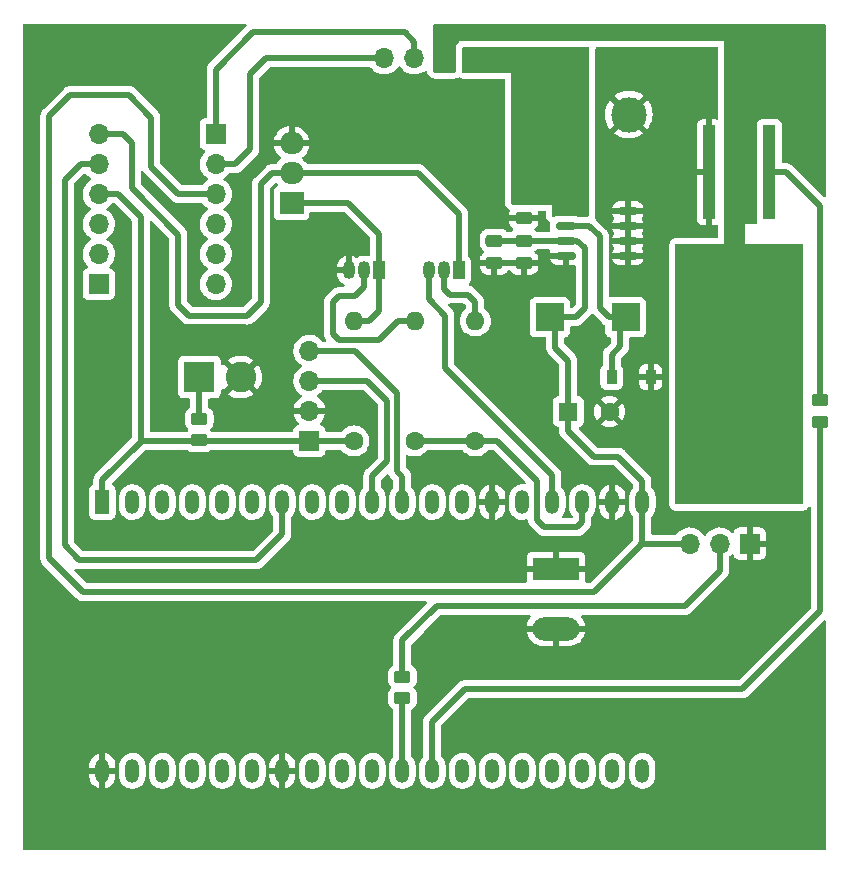
<source format=gbr>
%TF.GenerationSoftware,KiCad,Pcbnew,6.0.6-3a73a75311~116~ubuntu20.04.1*%
%TF.CreationDate,2022-12-23T12:38:23+01:00*%
%TF.ProjectId,base,62617365-2e6b-4696-9361-645f70636258,rev?*%
%TF.SameCoordinates,Original*%
%TF.FileFunction,Copper,L1,Top*%
%TF.FilePolarity,Positive*%
%FSLAX46Y46*%
G04 Gerber Fmt 4.6, Leading zero omitted, Abs format (unit mm)*
G04 Created by KiCad (PCBNEW 6.0.6-3a73a75311~116~ubuntu20.04.1) date 2022-12-23 12:38:23*
%MOMM*%
%LPD*%
G01*
G04 APERTURE LIST*
G04 Aperture macros list*
%AMRoundRect*
0 Rectangle with rounded corners*
0 $1 Rounding radius*
0 $2 $3 $4 $5 $6 $7 $8 $9 X,Y pos of 4 corners*
0 Add a 4 corners polygon primitive as box body*
4,1,4,$2,$3,$4,$5,$6,$7,$8,$9,$2,$3,0*
0 Add four circle primitives for the rounded corners*
1,1,$1+$1,$2,$3*
1,1,$1+$1,$4,$5*
1,1,$1+$1,$6,$7*
1,1,$1+$1,$8,$9*
0 Add four rect primitives between the rounded corners*
20,1,$1+$1,$2,$3,$4,$5,0*
20,1,$1+$1,$4,$5,$6,$7,0*
20,1,$1+$1,$6,$7,$8,$9,0*
20,1,$1+$1,$8,$9,$2,$3,0*%
G04 Aperture macros list end*
%TA.AperFunction,SMDPad,CuDef*%
%ADD10R,2.400000X2.400000*%
%TD*%
%TA.AperFunction,SMDPad,CuDef*%
%ADD11R,1.100000X7.925000*%
%TD*%
%TA.AperFunction,SMDPad,CuDef*%
%ADD12R,10.800000X22.025000*%
%TD*%
%TA.AperFunction,SMDPad,CuDef*%
%ADD13R,0.990000X7.925000*%
%TD*%
%TA.AperFunction,ComponentPad*%
%ADD14R,3.960000X1.980000*%
%TD*%
%TA.AperFunction,ComponentPad*%
%ADD15O,3.960000X1.980000*%
%TD*%
%TA.AperFunction,SMDPad,CuDef*%
%ADD16RoundRect,0.250000X-0.450000X0.262500X-0.450000X-0.262500X0.450000X-0.262500X0.450000X0.262500X0*%
%TD*%
%TA.AperFunction,SMDPad,CuDef*%
%ADD17RoundRect,0.150000X-0.675000X-0.150000X0.675000X-0.150000X0.675000X0.150000X-0.675000X0.150000X0*%
%TD*%
%TA.AperFunction,ComponentPad*%
%ADD18R,1.700000X1.700000*%
%TD*%
%TA.AperFunction,ComponentPad*%
%ADD19O,1.700000X1.700000*%
%TD*%
%TA.AperFunction,SMDPad,CuDef*%
%ADD20RoundRect,0.250000X-0.475000X0.250000X-0.475000X-0.250000X0.475000X-0.250000X0.475000X0.250000X0*%
%TD*%
%TA.AperFunction,SMDPad,CuDef*%
%ADD21RoundRect,0.250000X0.450000X-0.262500X0.450000X0.262500X-0.450000X0.262500X-0.450000X-0.262500X0*%
%TD*%
%TA.AperFunction,ComponentPad*%
%ADD22R,1.600000X1.600000*%
%TD*%
%TA.AperFunction,ComponentPad*%
%ADD23C,1.600000*%
%TD*%
%TA.AperFunction,SMDPad,CuDef*%
%ADD24R,0.900000X1.200000*%
%TD*%
%TA.AperFunction,ComponentPad*%
%ADD25R,2.600000X2.600000*%
%TD*%
%TA.AperFunction,ComponentPad*%
%ADD26C,2.600000*%
%TD*%
%TA.AperFunction,ComponentPad*%
%ADD27R,2.000000X1.905000*%
%TD*%
%TA.AperFunction,ComponentPad*%
%ADD28O,2.000000X1.905000*%
%TD*%
%TA.AperFunction,ComponentPad*%
%ADD29O,1.600000X1.600000*%
%TD*%
%TA.AperFunction,ComponentPad*%
%ADD30R,1.050000X1.500000*%
%TD*%
%TA.AperFunction,ComponentPad*%
%ADD31O,1.050000X1.500000*%
%TD*%
%TA.AperFunction,ComponentPad*%
%ADD32R,1.200000X2.000000*%
%TD*%
%TA.AperFunction,ComponentPad*%
%ADD33O,1.200000X2.000000*%
%TD*%
%TA.AperFunction,ComponentPad*%
%ADD34R,3.000000X3.000000*%
%TD*%
%TA.AperFunction,ComponentPad*%
%ADD35C,3.000000*%
%TD*%
%TA.AperFunction,Conductor*%
%ADD36C,0.500000*%
%TD*%
G04 APERTURE END LIST*
D10*
%TO.P,L1,1,1*%
%TO.N,Net-(D1-Pad1)*%
X121691000Y-71628000D03*
%TO.P,L1,2,2*%
%TO.N,5V*%
X115291000Y-71628000D03*
%TD*%
D11*
%TO.P,Q4,1,B*%
%TO.N,Net-(Q4-Pad1)*%
X133858000Y-59364500D03*
%TO.P,Q4,2,C*%
%TO.N,/CAB_GROUND*%
X131318000Y-59364500D03*
D12*
X131318000Y-76489500D03*
D13*
%TO.P,Q4,3,E*%
%TO.N,GND*%
X128723000Y-59364500D03*
%TD*%
D14*
%TO.P,J6,1,Pin_1*%
%TO.N,GND*%
X115800000Y-93000000D03*
D15*
%TO.P,J6,2,Pin_2*%
X115800000Y-98000000D03*
%TD*%
D16*
%TO.P,R6,1*%
%TO.N,Net-(J5-Pad2)*%
X102800000Y-102075000D03*
%TO.P,R6,2*%
%TO.N,Din*%
X102800000Y-103900000D03*
%TD*%
D17*
%TO.P,U1,5,GND*%
%TO.N,GND*%
X121878000Y-62611000D03*
X121878000Y-63881000D03*
X121878000Y-66421000D03*
X121878000Y-65151000D03*
%TO.P,U1,4,ON/OFF*%
X116628000Y-66421000D03*
%TO.P,U1,3,FB*%
%TO.N,5V*%
X116628000Y-65151000D03*
%TO.P,U1,2,OUT*%
%TO.N,Net-(D1-Pad1)*%
X116628000Y-63881000D03*
%TO.P,U1,1,VIN*%
%TO.N,VBUS*%
X116628000Y-62611000D03*
%TD*%
D18*
%TO.P,U3,1,Pin_1*%
%TO.N,3V3*%
X94922000Y-82112000D03*
D19*
%TO.P,U3,2,Pin_2*%
%TO.N,GND*%
X94922000Y-79572000D03*
%TO.P,U3,3,Pin_3*%
%TO.N,SCL*%
X94922000Y-77032000D03*
%TO.P,U3,4,Pin_4*%
%TO.N,SDA*%
X94922000Y-74492000D03*
%TD*%
D20*
%TO.P,C4,1*%
%TO.N,5V*%
X110577000Y-65150000D03*
%TO.P,C4,2*%
%TO.N,GND*%
X110577000Y-67050000D03*
%TD*%
D18*
%TO.P,J5,1,Pin_1*%
%TO.N,GND*%
X132207000Y-90805000D03*
D19*
%TO.P,J5,2,Pin_2*%
%TO.N,Net-(J5-Pad2)*%
X129667000Y-90805000D03*
%TO.P,J5,3,Pin_3*%
%TO.N,5V*%
X127127000Y-90805000D03*
%TD*%
D18*
%TO.P,J1,1,Pin_1*%
%TO.N,VBUS*%
X108900000Y-49730000D03*
D19*
%TO.P,J1,2,Pin_2*%
%TO.N,/CAB_GROUND*%
X106360000Y-49730000D03*
%TO.P,J1,3,Pin_3*%
%TO.N,GDA_H*%
X103820000Y-49730000D03*
%TO.P,J1,4,Pin_4*%
%TO.N,SEL0*%
X101280000Y-49730000D03*
%TD*%
D21*
%TO.P,R5,1*%
%TO.N,3V3*%
X85598000Y-82065500D03*
%TO.P,R5,2*%
%TO.N,CAB_RESET*%
X85598000Y-80240500D03*
%TD*%
D22*
%TO.P,C5,1*%
%TO.N,5V*%
X116838349Y-79629000D03*
D23*
%TO.P,C5,2*%
%TO.N,GND*%
X120338349Y-79629000D03*
%TD*%
D24*
%TO.P,D1,1,K*%
%TO.N,Net-(D1-Pad1)*%
X120524000Y-76708000D03*
%TO.P,D1,2,A*%
%TO.N,GND*%
X123824000Y-76708000D03*
%TD*%
D25*
%TO.P,SW1,1,1*%
%TO.N,CAB_RESET*%
X85598000Y-76708000D03*
D26*
%TO.P,SW1,2,2*%
%TO.N,GND*%
X89098000Y-76708000D03*
%TD*%
D20*
%TO.P,C2,1*%
%TO.N,5V*%
X113077000Y-65150000D03*
%TO.P,C2,2*%
%TO.N,GND*%
X113077000Y-67050000D03*
%TD*%
D21*
%TO.P,R4,1*%
%TO.N,CAB_EN*%
X138176000Y-80518000D03*
%TO.P,R4,2*%
%TO.N,Net-(Q4-Pad1)*%
X138176000Y-78693000D03*
%TD*%
D20*
%TO.P,C3,1*%
%TO.N,VBUS*%
X113077000Y-61350000D03*
%TO.P,C3,2*%
%TO.N,GND*%
X113077000Y-63250000D03*
%TD*%
D27*
%TO.P,Q3,1,B*%
%TO.N,Net-(Q1-Pad1)*%
X93416000Y-61976000D03*
D28*
%TO.P,Q3,2,C*%
%TO.N,GDA_L*%
X93416000Y-59436000D03*
%TO.P,Q3,3,E*%
%TO.N,GND*%
X93416000Y-56896000D03*
%TD*%
D18*
%TO.P,J2,1,Pin_1*%
%TO.N,GDA_H*%
X86995000Y-56134000D03*
D19*
%TO.P,J2,2,Pin_2*%
%TO.N,SEL0*%
X86995000Y-58674000D03*
%TO.P,J2,3,Pin_3*%
%TO.N,5V*%
X86995000Y-61214000D03*
%TO.P,J2,4,Pin_4*%
%TO.N,unconnected-(J2-Pad4)*%
X86995000Y-63754000D03*
%TO.P,J2,5,Pin_5*%
%TO.N,unconnected-(J2-Pad5)*%
X86995000Y-66294000D03*
%TO.P,J2,6,Pin_6*%
%TO.N,unconnected-(J2-Pad6)*%
X86995000Y-68834000D03*
%TD*%
D18*
%TO.P,J3,1,Pin_1*%
%TO.N,unconnected-(J3-Pad1)*%
X77089000Y-68834000D03*
D19*
%TO.P,J3,2,Pin_2*%
%TO.N,unconnected-(J3-Pad2)*%
X77089000Y-66294000D03*
%TO.P,J3,3,Pin_3*%
%TO.N,unconnected-(J3-Pad3)*%
X77089000Y-63754000D03*
%TO.P,J3,4,Pin_4*%
%TO.N,3V3*%
X77089000Y-61214000D03*
%TO.P,J3,5,Pin_5*%
%TO.N,LV2*%
X77089000Y-58674000D03*
%TO.P,J3,6,Pin_6*%
%TO.N,GDA_L*%
X77089000Y-56134000D03*
%TD*%
D23*
%TO.P,R3,1*%
%TO.N,3V3*%
X98692000Y-82122000D03*
D29*
%TO.P,R3,2*%
%TO.N,Net-(Q1-Pad1)*%
X98692000Y-71962000D03*
%TD*%
D30*
%TO.P,Q2,1,C*%
%TO.N,GDA_L*%
X107569000Y-67670000D03*
D31*
%TO.P,Q2,2,B*%
%TO.N,Net-(Q2-Pad2)*%
X106299000Y-67670000D03*
%TO.P,Q2,3,E*%
%TO.N,Rx*%
X105029000Y-67670000D03*
%TD*%
D23*
%TO.P,R2,1*%
%TO.N,Tx*%
X108966000Y-82122000D03*
D29*
%TO.P,R2,2*%
%TO.N,Net-(Q2-Pad2)*%
X108966000Y-71962000D03*
%TD*%
D32*
%TO.P,U2,1,3V3*%
%TO.N,3V3*%
X77396560Y-87300000D03*
D33*
%TO.P,U2,2,3V3*%
%TO.N,unconnected-(U2-Pad2)*%
X79936560Y-87300000D03*
%TO.P,U2,3,CHIP_PU*%
%TO.N,unconnected-(U2-Pad3)*%
X82476560Y-87300000D03*
%TO.P,U2,4,GPIO4/ADC1_CH3*%
%TO.N,unconnected-(U2-Pad4)*%
X85016560Y-87300000D03*
%TO.P,U2,5,GPIO5/ADC1_CH4*%
%TO.N,unconnected-(U2-Pad5)*%
X87556560Y-87300000D03*
%TO.P,U2,6,GPIO6/ADC1_CH5*%
%TO.N,unconnected-(U2-Pad6)*%
X90096560Y-87300000D03*
%TO.P,U2,7,GPIO7/ADC1_CH6*%
%TO.N,LV2*%
X92636560Y-87300000D03*
%TO.P,U2,8,GPIO15/ADC2_CH4/32K_P*%
%TO.N,unconnected-(U2-Pad8)*%
X95176560Y-87300000D03*
%TO.P,U2,9,GPIO16/ADC2_CH5/32K_N*%
%TO.N,unconnected-(U2-Pad9)*%
X97716560Y-87300000D03*
%TO.P,U2,10,GPIO17/ADC2_CH6*%
%TO.N,SCL*%
X100256560Y-87300000D03*
%TO.P,U2,11,GPIO18/ADC2_CH7*%
%TO.N,SDA*%
X102796560Y-87300000D03*
%TO.P,U2,12,GPIO8/ADC1_CH7*%
%TO.N,unconnected-(U2-Pad12)*%
X105336560Y-87300000D03*
%TO.P,U2,13,GPIO3/ADC1_CH2*%
%TO.N,unconnected-(U2-Pad13)*%
X107876560Y-87300000D03*
%TO.P,U2,14,GPIO46*%
%TO.N,GND*%
X110416560Y-87300000D03*
%TO.P,U2,15,GPIO9/ADC1_CH8*%
%TO.N,unconnected-(U2-Pad15)*%
X112956560Y-87300000D03*
%TO.P,U2,16,GPIO10/ADC1_CH9*%
%TO.N,Rx*%
X115496560Y-87300000D03*
%TO.P,U2,17,GPIO11/ADC2_CH0*%
%TO.N,Tx*%
X118036560Y-87300000D03*
%TO.P,U2,18,GPIO12/ADC2_CH1*%
%TO.N,GND*%
X120576560Y-87300000D03*
%TO.P,U2,19,GPIO13/ADC2_CH2*%
%TO.N,5V*%
X123116560Y-87300000D03*
%TO.P,U2,20,GPIO14/ADC2_CH3*%
%TO.N,unconnected-(U2-Pad20)*%
X123113840Y-110046320D03*
%TO.P,U2,21,5V*%
%TO.N,unconnected-(U2-Pad21)*%
X120573840Y-110046320D03*
%TO.P,U2,22,GND*%
%TO.N,unconnected-(U2-Pad22)*%
X118036560Y-110050000D03*
%TO.P,U2,23,GND*%
%TO.N,unconnected-(U2-Pad23)*%
X115496560Y-110050000D03*
%TO.P,U2,24,GND*%
%TO.N,unconnected-(U2-Pad24)*%
X112956560Y-110050000D03*
%TO.P,U2,25,GPIO19/USB_D-*%
%TO.N,unconnected-(U2-Pad25)*%
X110416560Y-110050000D03*
%TO.P,U2,26,GPIO20/USB_D+*%
%TO.N,unconnected-(U2-Pad26)*%
X107876560Y-110050000D03*
%TO.P,U2,27,GPIO21*%
%TO.N,CAB_EN*%
X105336560Y-110050000D03*
%TO.P,U2,28,GPIO47*%
%TO.N,Din*%
X102796560Y-110050000D03*
%TO.P,U2,29,GPIO48*%
%TO.N,unconnected-(U2-Pad29)*%
X100256560Y-110050000D03*
%TO.P,U2,30,GPIO45*%
%TO.N,unconnected-(U2-Pad30)*%
X97716560Y-110050000D03*
%TO.P,U2,31,GPIO0*%
%TO.N,unconnected-(U2-Pad31)*%
X95176560Y-110050000D03*
%TO.P,U2,32,GPIO35*%
%TO.N,GND*%
X92636560Y-110050000D03*
%TO.P,U2,33,GPIO36*%
%TO.N,unconnected-(U2-Pad33)*%
X90096560Y-110050000D03*
%TO.P,U2,34,GPIO37*%
%TO.N,unconnected-(U2-Pad34)*%
X87556560Y-110050000D03*
%TO.P,U2,35,GPIO38*%
%TO.N,unconnected-(U2-Pad35)*%
X85016560Y-110050000D03*
%TO.P,U2,36,GPIO39/MTCK*%
%TO.N,unconnected-(U2-Pad36)*%
X82476560Y-110050000D03*
%TO.P,U2,37,GPIO40/MTDO*%
%TO.N,unconnected-(U2-Pad37)*%
X79936560Y-110050000D03*
%TO.P,U2,38,GPIO41/MTDI*%
%TO.N,GND*%
X77396560Y-110050000D03*
%TD*%
D23*
%TO.P,R1,1*%
%TO.N,Tx*%
X103829000Y-82122000D03*
D29*
%TO.P,R1,2*%
%TO.N,Net-(Q1-Pad2)*%
X103829000Y-71962000D03*
%TD*%
D34*
%TO.P,J4,1,Pin_1*%
%TO.N,VBUS*%
X116967000Y-54483000D03*
D35*
%TO.P,J4,2,Pin_2*%
%TO.N,GND*%
X121967000Y-54483000D03*
%TD*%
D30*
%TO.P,Q1,1,C*%
%TO.N,Net-(Q1-Pad1)*%
X100809000Y-67685000D03*
D31*
%TO.P,Q1,2,B*%
%TO.N,Net-(Q1-Pad2)*%
X99539000Y-67685000D03*
%TO.P,Q1,3,E*%
%TO.N,GND*%
X98269000Y-67685000D03*
%TD*%
D36*
%TO.N,Din*%
X102800000Y-110046560D02*
X102796560Y-110050000D01*
%TO.N,Net-(J5-Pad2)*%
X129667000Y-90805000D02*
X129667000Y-93133000D01*
X129667000Y-93133000D02*
X126700000Y-96100000D01*
X105700000Y-96100000D02*
X102800000Y-99000000D01*
X126700000Y-96100000D02*
X105700000Y-96100000D01*
%TO.N,Din*%
X102800000Y-103900000D02*
X102800000Y-110046560D01*
%TO.N,Net-(J5-Pad2)*%
X102800000Y-99000000D02*
X102800000Y-102075000D01*
%TO.N,CAB_EN*%
X138176000Y-80518000D02*
X138176000Y-96520000D01*
X138176000Y-96520000D02*
X131572000Y-103124000D01*
X131572000Y-103124000D02*
X108077000Y-103124000D01*
X105300000Y-105901000D02*
X105300000Y-109775440D01*
X108077000Y-103124000D02*
X105300000Y-105901000D01*
%TO.N,Net-(Q4-Pad1)*%
X133858000Y-59364500D02*
X135310500Y-59364500D01*
X135310500Y-59364500D02*
X138176000Y-62230000D01*
X138176000Y-62230000D02*
X138176000Y-78693000D01*
%TO.N,Net-(D1-Pad1)*%
X121241000Y-71628000D02*
X121241000Y-74085000D01*
X121241000Y-74085000D02*
X120524000Y-74802000D01*
X120524000Y-74802000D02*
X120524000Y-76708000D01*
%TO.N,5V*%
X123116560Y-87300000D02*
X123116560Y-85516560D01*
X118999000Y-83439000D02*
X116838349Y-81278349D01*
X116838349Y-81278349D02*
X116838349Y-79629000D01*
X123116560Y-85516560D02*
X121039000Y-83439000D01*
X121039000Y-83439000D02*
X118999000Y-83439000D01*
%TO.N,Rx*%
X105029000Y-67670000D02*
X105029000Y-70104000D01*
X105029000Y-70104000D02*
X106426000Y-71501000D01*
X106426000Y-71501000D02*
X106426000Y-75946000D01*
X106426000Y-75946000D02*
X115496560Y-85016560D01*
X115496560Y-85016560D02*
X115496560Y-87300000D01*
%TO.N,Tx*%
X118036560Y-87300000D02*
X118036560Y-88973440D01*
X117602000Y-89408000D02*
X114808000Y-89408000D01*
X118036560Y-88973440D02*
X117602000Y-89408000D01*
X114173000Y-85471000D02*
X110824000Y-82122000D01*
X114808000Y-89408000D02*
X114173000Y-88773000D01*
X114173000Y-88773000D02*
X114173000Y-85471000D01*
X110824000Y-82122000D02*
X103829000Y-82122000D01*
%TO.N,5V*%
X117475000Y-71628000D02*
X115741000Y-71628000D01*
X118237000Y-70866000D02*
X117475000Y-71628000D01*
X116628000Y-65151000D02*
X117602000Y-65151000D01*
X116627000Y-65150000D02*
X116628000Y-65151000D01*
X118237000Y-65786000D02*
X118237000Y-70866000D01*
X113077000Y-65150000D02*
X116627000Y-65150000D01*
%TO.N,Net-(D1-Pad1)*%
X119507000Y-64770000D02*
X119507000Y-70866000D01*
X116628000Y-63881000D02*
X118618000Y-63881000D01*
%TO.N,5V*%
X117602000Y-65151000D02*
X118237000Y-65786000D01*
%TO.N,Net-(D1-Pad1)*%
X118618000Y-63881000D02*
X119507000Y-64770000D01*
X119507000Y-70866000D02*
X120269000Y-71628000D01*
X120269000Y-71628000D02*
X121241000Y-71628000D01*
%TO.N,GDA_H*%
X103820000Y-48321000D02*
X103820000Y-49730000D01*
X90170000Y-47498000D02*
X102997000Y-47498000D01*
X86995000Y-50673000D02*
X90170000Y-47498000D01*
X102997000Y-47498000D02*
X103820000Y-48321000D01*
X86995000Y-56134000D02*
X86995000Y-50673000D01*
%TO.N,5V*%
X123116560Y-87300000D02*
X123116560Y-90793440D01*
X110577000Y-65150000D02*
X113077000Y-65150000D01*
X75780000Y-94920000D02*
X72900000Y-92040000D01*
X83820000Y-61214000D02*
X86995000Y-61214000D01*
X118990000Y-94920000D02*
X75780000Y-94920000D01*
X123105000Y-90805000D02*
X122512500Y-91397500D01*
X79629000Y-52832000D02*
X81534000Y-54737000D01*
X116838349Y-75309349D02*
X116838349Y-79629000D01*
X123116560Y-90793440D02*
X122512500Y-91397500D01*
X127127000Y-90805000D02*
X123105000Y-90805000D01*
X115741000Y-74212000D02*
X116838349Y-75309349D01*
X81534000Y-58928000D02*
X83820000Y-61214000D01*
X115741000Y-71628000D02*
X115741000Y-74212000D01*
X81534000Y-54737000D02*
X81534000Y-58928000D01*
X122512500Y-91397500D02*
X118990000Y-94920000D01*
X72900000Y-54608000D02*
X74676000Y-52832000D01*
X72900000Y-92040000D02*
X72900000Y-54608000D01*
X123147349Y-87269211D02*
X123116560Y-87300000D01*
X74676000Y-52832000D02*
X79629000Y-52832000D01*
%TO.N,Net-(D1-Pad1)*%
X121263000Y-71650000D02*
X121241000Y-71628000D01*
%TO.N,Net-(Q1-Pad1)*%
X98171000Y-61976000D02*
X93416000Y-61976000D01*
X100809000Y-67685000D02*
X100809000Y-64614000D01*
X100809000Y-71149000D02*
X100809000Y-67685000D01*
X99996000Y-71962000D02*
X100809000Y-71149000D01*
X100809000Y-64614000D02*
X98171000Y-61976000D01*
X98692000Y-71962000D02*
X99996000Y-71962000D01*
%TO.N,Net-(Q1-Pad2)*%
X99539000Y-67685000D02*
X99539000Y-69117000D01*
X97409000Y-69850000D02*
X96901000Y-70358000D01*
X98806000Y-69850000D02*
X97409000Y-69850000D01*
X97409000Y-73533000D02*
X100838000Y-73533000D01*
X96901000Y-70358000D02*
X96901000Y-73025000D01*
X96901000Y-73025000D02*
X97409000Y-73533000D01*
X102409000Y-71962000D02*
X103829000Y-71962000D01*
X100838000Y-73533000D02*
X102409000Y-71962000D01*
X99539000Y-69117000D02*
X98806000Y-69850000D01*
%TO.N,GDA_L*%
X83820000Y-70612000D02*
X84709000Y-71501000D01*
X104140000Y-59436000D02*
X93416000Y-59436000D01*
X91764000Y-59436000D02*
X93416000Y-59436000D01*
X107569000Y-62865000D02*
X104140000Y-59436000D01*
X79883000Y-56896000D02*
X79883000Y-60706000D01*
X90800000Y-70353000D02*
X90800000Y-60400000D01*
X79883000Y-60706000D02*
X83820000Y-64643000D01*
X107569000Y-67670000D02*
X107569000Y-62865000D01*
X90800000Y-60400000D02*
X91764000Y-59436000D01*
X77089000Y-56134000D02*
X79121000Y-56134000D01*
X79121000Y-56134000D02*
X79883000Y-56896000D01*
X84709000Y-71501000D02*
X89662000Y-71501000D01*
X90805000Y-70358000D02*
X90800000Y-70353000D01*
X89662000Y-71501000D02*
X90805000Y-70358000D01*
X83820000Y-64643000D02*
X83820000Y-70612000D01*
%TO.N,Net-(Q2-Pad2)*%
X106807000Y-69723000D02*
X108331000Y-69723000D01*
X108966000Y-70358000D02*
X108966000Y-71962000D01*
X108331000Y-69723000D02*
X108966000Y-70358000D01*
X106299000Y-67670000D02*
X106299000Y-69215000D01*
X106299000Y-69215000D02*
X106807000Y-69723000D01*
%TO.N,3V3*%
X80645000Y-63119000D02*
X78740000Y-61214000D01*
X77396560Y-87300000D02*
X77396560Y-85417440D01*
X78740000Y-61214000D02*
X77089000Y-61214000D01*
X80645000Y-82169000D02*
X80692000Y-82122000D01*
X77396560Y-85417440D02*
X80645000Y-82169000D01*
X80645000Y-82169000D02*
X80645000Y-63119000D01*
X98645000Y-82169000D02*
X98692000Y-82122000D01*
X80692000Y-82122000D02*
X98692000Y-82122000D01*
%TO.N,LV2*%
X90424000Y-92202000D02*
X75438000Y-92202000D01*
X75565000Y-58674000D02*
X77089000Y-58674000D01*
X75438000Y-92202000D02*
X74200000Y-90964000D01*
X92636560Y-87300000D02*
X92636560Y-89989440D01*
X74200000Y-90964000D02*
X74200000Y-60039000D01*
X74200000Y-60039000D02*
X75565000Y-58674000D01*
X92636560Y-89989440D02*
X90424000Y-92202000D01*
%TO.N,SDA*%
X94922000Y-74492000D02*
X98749000Y-74492000D01*
X102796560Y-85143560D02*
X102796560Y-87300000D01*
X98749000Y-74492000D02*
X102300000Y-78043000D01*
X102300000Y-78043000D02*
X102300000Y-84647000D01*
X102300000Y-84647000D02*
X102796560Y-85143560D01*
%TO.N,SCL*%
X101500000Y-83850000D02*
X100256560Y-85093440D01*
X101500000Y-78700000D02*
X101500000Y-83850000D01*
X100256560Y-85093440D02*
X100256560Y-87300000D01*
X99832000Y-77032000D02*
X101500000Y-78700000D01*
X94922000Y-77032000D02*
X99832000Y-77032000D01*
%TO.N,SEL0*%
X89916000Y-57404000D02*
X89916000Y-51054000D01*
X86995000Y-58674000D02*
X88646000Y-58674000D01*
X89916000Y-51054000D02*
X91240000Y-49730000D01*
X88646000Y-58674000D02*
X89916000Y-57404000D01*
X91240000Y-49730000D02*
X101280000Y-49730000D01*
%TO.N,CAB_RESET*%
X85598000Y-76708000D02*
X85598000Y-80240500D01*
%TD*%
%TA.AperFunction,Conductor*%
%TO.N,GND*%
G36*
X89570750Y-46808502D02*
G01*
X89617243Y-46862158D01*
X89627347Y-46932432D01*
X89597853Y-46997012D01*
X89591724Y-47003595D01*
X86506089Y-50089230D01*
X86491677Y-50101616D01*
X86480082Y-50110149D01*
X86480077Y-50110154D01*
X86474182Y-50114492D01*
X86469443Y-50120070D01*
X86469440Y-50120073D01*
X86439965Y-50154768D01*
X86433035Y-50162284D01*
X86427340Y-50167979D01*
X86425060Y-50170861D01*
X86409719Y-50190251D01*
X86406928Y-50193655D01*
X86374512Y-50231811D01*
X86359667Y-50249285D01*
X86356339Y-50255801D01*
X86352972Y-50260850D01*
X86349805Y-50265979D01*
X86345266Y-50271716D01*
X86314345Y-50337875D01*
X86312442Y-50341769D01*
X86279231Y-50406808D01*
X86277492Y-50413916D01*
X86275393Y-50419559D01*
X86273476Y-50425322D01*
X86270378Y-50431950D01*
X86256001Y-50501073D01*
X86255514Y-50503412D01*
X86254544Y-50507696D01*
X86237192Y-50578610D01*
X86236500Y-50589764D01*
X86236464Y-50589762D01*
X86236225Y-50593755D01*
X86235851Y-50597947D01*
X86234360Y-50605115D01*
X86234558Y-50612432D01*
X86236454Y-50682521D01*
X86236500Y-50685928D01*
X86236500Y-54649500D01*
X86216498Y-54717621D01*
X86162842Y-54764114D01*
X86110500Y-54775500D01*
X86096866Y-54775500D01*
X86034684Y-54782255D01*
X85898295Y-54833385D01*
X85781739Y-54920739D01*
X85694385Y-55037295D01*
X85643255Y-55173684D01*
X85636500Y-55235866D01*
X85636500Y-57032134D01*
X85643255Y-57094316D01*
X85694385Y-57230705D01*
X85781739Y-57347261D01*
X85898295Y-57434615D01*
X85906704Y-57437767D01*
X85906705Y-57437768D01*
X86015451Y-57478535D01*
X86072216Y-57521176D01*
X86096916Y-57587738D01*
X86081709Y-57657087D01*
X86062316Y-57683568D01*
X85935629Y-57816138D01*
X85932720Y-57820403D01*
X85932714Y-57820411D01*
X85871054Y-57910801D01*
X85809743Y-58000680D01*
X85795589Y-58031172D01*
X85742416Y-58145725D01*
X85715688Y-58203305D01*
X85655989Y-58418570D01*
X85632251Y-58640695D01*
X85632548Y-58645848D01*
X85632548Y-58645851D01*
X85644361Y-58850719D01*
X85645110Y-58863715D01*
X85646247Y-58868761D01*
X85646248Y-58868767D01*
X85663899Y-58947089D01*
X85694222Y-59081639D01*
X85743752Y-59203617D01*
X85771876Y-59272878D01*
X85778266Y-59288616D01*
X85804225Y-59330977D01*
X85884500Y-59461974D01*
X85894987Y-59479088D01*
X86041250Y-59647938D01*
X86213126Y-59790632D01*
X86256932Y-59816230D01*
X86286445Y-59833476D01*
X86335169Y-59885114D01*
X86348240Y-59954897D01*
X86321509Y-60020669D01*
X86281055Y-60054027D01*
X86268607Y-60060507D01*
X86264474Y-60063610D01*
X86264471Y-60063612D01*
X86094100Y-60191530D01*
X86089965Y-60194635D01*
X86086393Y-60198373D01*
X85951594Y-60339432D01*
X85935629Y-60356138D01*
X85905363Y-60400507D01*
X85850455Y-60445507D01*
X85801277Y-60455500D01*
X84186371Y-60455500D01*
X84118250Y-60435498D01*
X84097276Y-60418595D01*
X82329405Y-58650724D01*
X82295379Y-58588412D01*
X82292500Y-58561629D01*
X82292500Y-54804070D01*
X82293933Y-54785120D01*
X82296099Y-54770885D01*
X82296099Y-54770881D01*
X82297199Y-54763651D01*
X82292915Y-54710982D01*
X82292500Y-54700767D01*
X82292500Y-54692707D01*
X82289209Y-54664480D01*
X82288778Y-54660121D01*
X82283453Y-54594660D01*
X82282860Y-54587364D01*
X82280605Y-54580403D01*
X82279418Y-54574463D01*
X82278029Y-54568588D01*
X82277182Y-54561319D01*
X82252264Y-54492670D01*
X82250847Y-54488542D01*
X82230607Y-54426064D01*
X82230606Y-54426062D01*
X82228351Y-54419101D01*
X82224555Y-54412846D01*
X82222049Y-54407372D01*
X82219330Y-54401942D01*
X82216833Y-54395063D01*
X82212820Y-54388942D01*
X82176814Y-54334024D01*
X82174467Y-54330305D01*
X82136595Y-54267893D01*
X82129197Y-54259516D01*
X82129224Y-54259492D01*
X82126571Y-54256500D01*
X82123868Y-54253267D01*
X82119856Y-54247148D01*
X82063617Y-54193872D01*
X82061175Y-54191494D01*
X80212770Y-52343089D01*
X80200384Y-52328677D01*
X80191851Y-52317082D01*
X80191846Y-52317077D01*
X80187508Y-52311182D01*
X80181930Y-52306443D01*
X80181927Y-52306440D01*
X80147232Y-52276965D01*
X80139716Y-52270035D01*
X80134021Y-52264340D01*
X80127880Y-52259482D01*
X80111749Y-52246719D01*
X80108345Y-52243928D01*
X80058297Y-52201409D01*
X80058295Y-52201408D01*
X80052715Y-52196667D01*
X80046199Y-52193339D01*
X80041150Y-52189972D01*
X80036021Y-52186805D01*
X80030284Y-52182266D01*
X79964125Y-52151345D01*
X79960225Y-52149439D01*
X79895192Y-52116231D01*
X79888084Y-52114492D01*
X79882441Y-52112393D01*
X79876678Y-52110476D01*
X79870050Y-52107378D01*
X79798583Y-52092513D01*
X79794299Y-52091543D01*
X79759958Y-52083140D01*
X79723390Y-52074192D01*
X79717788Y-52073844D01*
X79717785Y-52073844D01*
X79712236Y-52073500D01*
X79712238Y-52073464D01*
X79708245Y-52073225D01*
X79704053Y-52072851D01*
X79696885Y-52071360D01*
X79633120Y-52073085D01*
X79619479Y-52073454D01*
X79616072Y-52073500D01*
X74743069Y-52073500D01*
X74724121Y-52072067D01*
X74716780Y-52070950D01*
X74709883Y-52069901D01*
X74709881Y-52069901D01*
X74702651Y-52068801D01*
X74695359Y-52069394D01*
X74695356Y-52069394D01*
X74649982Y-52073085D01*
X74639767Y-52073500D01*
X74631707Y-52073500D01*
X74618417Y-52075049D01*
X74603493Y-52076789D01*
X74599118Y-52077222D01*
X74533661Y-52082546D01*
X74533658Y-52082547D01*
X74526363Y-52083140D01*
X74519399Y-52085396D01*
X74513440Y-52086587D01*
X74507585Y-52087971D01*
X74500319Y-52088818D01*
X74431673Y-52113735D01*
X74427545Y-52115152D01*
X74365064Y-52135393D01*
X74365062Y-52135394D01*
X74358101Y-52137649D01*
X74351846Y-52141445D01*
X74346372Y-52143951D01*
X74340942Y-52146670D01*
X74334063Y-52149167D01*
X74273016Y-52189191D01*
X74269327Y-52191518D01*
X74260843Y-52196667D01*
X74211693Y-52226491D01*
X74211688Y-52226495D01*
X74206892Y-52229405D01*
X74198516Y-52236803D01*
X74198493Y-52236777D01*
X74195503Y-52239426D01*
X74192264Y-52242134D01*
X74186148Y-52246144D01*
X74181121Y-52251451D01*
X74181117Y-52251454D01*
X74132872Y-52302383D01*
X74130494Y-52304825D01*
X72411089Y-54024230D01*
X72396677Y-54036616D01*
X72385082Y-54045149D01*
X72385077Y-54045154D01*
X72379182Y-54049492D01*
X72374443Y-54055070D01*
X72374440Y-54055073D01*
X72344965Y-54089768D01*
X72338035Y-54097284D01*
X72332340Y-54102979D01*
X72330060Y-54105861D01*
X72314719Y-54125251D01*
X72311928Y-54128655D01*
X72269409Y-54178703D01*
X72264667Y-54184285D01*
X72261339Y-54190801D01*
X72257972Y-54195850D01*
X72254805Y-54200979D01*
X72250266Y-54206716D01*
X72219345Y-54272875D01*
X72217442Y-54276769D01*
X72184231Y-54341808D01*
X72182492Y-54348916D01*
X72180393Y-54354559D01*
X72178476Y-54360322D01*
X72175378Y-54366950D01*
X72173888Y-54374112D01*
X72173888Y-54374113D01*
X72160514Y-54438412D01*
X72159544Y-54442696D01*
X72142192Y-54513610D01*
X72141500Y-54524764D01*
X72141464Y-54524762D01*
X72141225Y-54528755D01*
X72140851Y-54532947D01*
X72139360Y-54540115D01*
X72139558Y-54547432D01*
X72141454Y-54617521D01*
X72141500Y-54620928D01*
X72141500Y-91972930D01*
X72140067Y-91991880D01*
X72136801Y-92013349D01*
X72137394Y-92020641D01*
X72137394Y-92020644D01*
X72141085Y-92066018D01*
X72141500Y-92076233D01*
X72141500Y-92084293D01*
X72141925Y-92087937D01*
X72144789Y-92112507D01*
X72145222Y-92116882D01*
X72149279Y-92166753D01*
X72151140Y-92189637D01*
X72153396Y-92196601D01*
X72154587Y-92202560D01*
X72155971Y-92208415D01*
X72156818Y-92215681D01*
X72181735Y-92284327D01*
X72183152Y-92288455D01*
X72205649Y-92357899D01*
X72209445Y-92364154D01*
X72211951Y-92369628D01*
X72214670Y-92375058D01*
X72217167Y-92381937D01*
X72221180Y-92388057D01*
X72221180Y-92388058D01*
X72257186Y-92442976D01*
X72259523Y-92446680D01*
X72297405Y-92509107D01*
X72301121Y-92513315D01*
X72301122Y-92513316D01*
X72304803Y-92517484D01*
X72304776Y-92517508D01*
X72307429Y-92520500D01*
X72310132Y-92523733D01*
X72314144Y-92529852D01*
X72319456Y-92534884D01*
X72370383Y-92583128D01*
X72372825Y-92585506D01*
X75196230Y-95408911D01*
X75208616Y-95423323D01*
X75217149Y-95434918D01*
X75217154Y-95434923D01*
X75221492Y-95440818D01*
X75227070Y-95445557D01*
X75227073Y-95445560D01*
X75261768Y-95475035D01*
X75269284Y-95481965D01*
X75274979Y-95487660D01*
X75277861Y-95489940D01*
X75297251Y-95505281D01*
X75300655Y-95508072D01*
X75350703Y-95550591D01*
X75356285Y-95555333D01*
X75362801Y-95558661D01*
X75367850Y-95562028D01*
X75372979Y-95565195D01*
X75378716Y-95569734D01*
X75444875Y-95600655D01*
X75448769Y-95602558D01*
X75513808Y-95635769D01*
X75520916Y-95637508D01*
X75526559Y-95639607D01*
X75532322Y-95641524D01*
X75538950Y-95644622D01*
X75546112Y-95646112D01*
X75546113Y-95646112D01*
X75610412Y-95659486D01*
X75614696Y-95660456D01*
X75685610Y-95677808D01*
X75691212Y-95678156D01*
X75691215Y-95678156D01*
X75696764Y-95678500D01*
X75696762Y-95678536D01*
X75700755Y-95678775D01*
X75704947Y-95679149D01*
X75712115Y-95680640D01*
X75789520Y-95678546D01*
X75792928Y-95678500D01*
X104744629Y-95678500D01*
X104812750Y-95698502D01*
X104859243Y-95752158D01*
X104869347Y-95822432D01*
X104839853Y-95887012D01*
X104833724Y-95893595D01*
X102311089Y-98416230D01*
X102296677Y-98428616D01*
X102285082Y-98437149D01*
X102285077Y-98437154D01*
X102279182Y-98441492D01*
X102274443Y-98447070D01*
X102274440Y-98447073D01*
X102244965Y-98481768D01*
X102238035Y-98489284D01*
X102232340Y-98494979D01*
X102230060Y-98497861D01*
X102214719Y-98517251D01*
X102211928Y-98520655D01*
X102169409Y-98570703D01*
X102164667Y-98576285D01*
X102161339Y-98582801D01*
X102157972Y-98587850D01*
X102154805Y-98592979D01*
X102150266Y-98598716D01*
X102119345Y-98664875D01*
X102117442Y-98668769D01*
X102084231Y-98733808D01*
X102082492Y-98740916D01*
X102080393Y-98746559D01*
X102078476Y-98752322D01*
X102075378Y-98758950D01*
X102073888Y-98766112D01*
X102073888Y-98766113D01*
X102060514Y-98830412D01*
X102059544Y-98834696D01*
X102042192Y-98905610D01*
X102041500Y-98916764D01*
X102041464Y-98916762D01*
X102041225Y-98920755D01*
X102040851Y-98924947D01*
X102039360Y-98932115D01*
X102039558Y-98939432D01*
X102041454Y-99009521D01*
X102041500Y-99012928D01*
X102041500Y-101041189D01*
X102021498Y-101109310D01*
X101981804Y-101148333D01*
X101875652Y-101214022D01*
X101750695Y-101339197D01*
X101657885Y-101489762D01*
X101602203Y-101657639D01*
X101591500Y-101762100D01*
X101591500Y-102387900D01*
X101591837Y-102391146D01*
X101591837Y-102391150D01*
X101601423Y-102483533D01*
X101602474Y-102493666D01*
X101604655Y-102500202D01*
X101604655Y-102500204D01*
X101615073Y-102531429D01*
X101658450Y-102661446D01*
X101751522Y-102811848D01*
X101756704Y-102817021D01*
X101838109Y-102898284D01*
X101872188Y-102960566D01*
X101867185Y-103031386D01*
X101838264Y-103076475D01*
X101762940Y-103151931D01*
X101750695Y-103164197D01*
X101657885Y-103314762D01*
X101602203Y-103482639D01*
X101591500Y-103587100D01*
X101591500Y-104212900D01*
X101602474Y-104318666D01*
X101658450Y-104486446D01*
X101751522Y-104636848D01*
X101876697Y-104761805D01*
X101882927Y-104765645D01*
X101882928Y-104765646D01*
X101981616Y-104826478D01*
X102029109Y-104879250D01*
X102041500Y-104933738D01*
X102041500Y-108785140D01*
X102021498Y-108853261D01*
X102006520Y-108872269D01*
X101922679Y-108959850D01*
X101807940Y-109137548D01*
X101728874Y-109333737D01*
X101688332Y-109541337D01*
X101688060Y-109546899D01*
X101688060Y-110502846D01*
X101703108Y-110660566D01*
X101762652Y-110863534D01*
X101765396Y-110868861D01*
X101765396Y-110868862D01*
X101856617Y-111045978D01*
X101859502Y-111051580D01*
X101990164Y-111217920D01*
X101994695Y-111221852D01*
X101994698Y-111221855D01*
X102080180Y-111296032D01*
X102149923Y-111356552D01*
X102155109Y-111359552D01*
X102155113Y-111359555D01*
X102249443Y-111414126D01*
X102333014Y-111462473D01*
X102532831Y-111531861D01*
X102538766Y-111532722D01*
X102538768Y-111532722D01*
X102736224Y-111561352D01*
X102736227Y-111561352D01*
X102742164Y-111562213D01*
X102953459Y-111552433D01*
X103084637Y-111520819D01*
X103153261Y-111504281D01*
X103153263Y-111504280D01*
X103159094Y-111502875D01*
X103164552Y-111500393D01*
X103164556Y-111500392D01*
X103279601Y-111448084D01*
X103351647Y-111415326D01*
X103524171Y-111292946D01*
X103670441Y-111140150D01*
X103785180Y-110962452D01*
X103827437Y-110857599D01*
X103862002Y-110771832D01*
X103862003Y-110771829D01*
X103864246Y-110766263D01*
X103904788Y-110558663D01*
X103905060Y-110553101D01*
X103905060Y-109597154D01*
X103890012Y-109439434D01*
X103830468Y-109236466D01*
X103776928Y-109132511D01*
X103736364Y-109053751D01*
X103736362Y-109053748D01*
X103733618Y-109048420D01*
X103602956Y-108882080D01*
X103598422Y-108878145D01*
X103594293Y-108873810D01*
X103596091Y-108872098D01*
X103563578Y-108821428D01*
X103558500Y-108786016D01*
X103558500Y-104933811D01*
X103578502Y-104865690D01*
X103618196Y-104826667D01*
X103724348Y-104760978D01*
X103849305Y-104635803D01*
X103942115Y-104485238D01*
X103997797Y-104317361D01*
X104008500Y-104212900D01*
X104008500Y-103587100D01*
X103997526Y-103481334D01*
X103941550Y-103313554D01*
X103848478Y-103163152D01*
X103761891Y-103076716D01*
X103727812Y-103014434D01*
X103732815Y-102943614D01*
X103761736Y-102898525D01*
X103844134Y-102815983D01*
X103849305Y-102810803D01*
X103942115Y-102660238D01*
X103997797Y-102492361D01*
X104008500Y-102387900D01*
X104008500Y-101762100D01*
X103997526Y-101656334D01*
X103941550Y-101488554D01*
X103848478Y-101338152D01*
X103723303Y-101213195D01*
X103618383Y-101148521D01*
X103570891Y-101095750D01*
X103558500Y-101041262D01*
X103558500Y-99366371D01*
X103578502Y-99298250D01*
X103595405Y-99277276D01*
X104600487Y-98272194D01*
X113336135Y-98272194D01*
X113347006Y-98343236D01*
X113349395Y-98353263D01*
X113422709Y-98577570D01*
X113426706Y-98587079D01*
X113535669Y-98796395D01*
X113541163Y-98805120D01*
X113682854Y-98993835D01*
X113689697Y-99001542D01*
X113860310Y-99164584D01*
X113868316Y-99171067D01*
X114063274Y-99304057D01*
X114072226Y-99309143D01*
X114286285Y-99408506D01*
X114295945Y-99412060D01*
X114523369Y-99475130D01*
X114533473Y-99477057D01*
X114726102Y-99497644D01*
X114732794Y-99498000D01*
X115527885Y-99498000D01*
X115543124Y-99493525D01*
X115544329Y-99492135D01*
X115546000Y-99484452D01*
X115546000Y-99479885D01*
X116054000Y-99479885D01*
X116058475Y-99495124D01*
X116059865Y-99496329D01*
X116067548Y-99498000D01*
X116849857Y-99498000D01*
X116855030Y-99497788D01*
X117030350Y-99483374D01*
X117040512Y-99481691D01*
X117269396Y-99424200D01*
X117279151Y-99420879D01*
X117495557Y-99326782D01*
X117504655Y-99321904D01*
X117702787Y-99193727D01*
X117710956Y-99187437D01*
X117885501Y-99028613D01*
X117892526Y-99021080D01*
X118038787Y-98835880D01*
X118044492Y-98827293D01*
X118158536Y-98620703D01*
X118162766Y-98611291D01*
X118241539Y-98388844D01*
X118244173Y-98378873D01*
X118263239Y-98271837D01*
X118261779Y-98258540D01*
X118247222Y-98254000D01*
X116072115Y-98254000D01*
X116056876Y-98258475D01*
X116055671Y-98259865D01*
X116054000Y-98267548D01*
X116054000Y-99479885D01*
X115546000Y-99479885D01*
X115546000Y-98272115D01*
X115541525Y-98256876D01*
X115540135Y-98255671D01*
X115532452Y-98254000D01*
X113351466Y-98254000D01*
X113338122Y-98257918D01*
X113336135Y-98272194D01*
X104600487Y-98272194D01*
X105977276Y-96895405D01*
X106039588Y-96861379D01*
X106066371Y-96858500D01*
X113542513Y-96858500D01*
X113610634Y-96878502D01*
X113657127Y-96932158D01*
X113667231Y-97002432D01*
X113641395Y-97062592D01*
X113561213Y-97164120D01*
X113555508Y-97172707D01*
X113441464Y-97379297D01*
X113437234Y-97388709D01*
X113358461Y-97611156D01*
X113355827Y-97621127D01*
X113336761Y-97728163D01*
X113338221Y-97741460D01*
X113352778Y-97746000D01*
X118248534Y-97746000D01*
X118261878Y-97742082D01*
X118263865Y-97727806D01*
X118252994Y-97656764D01*
X118250605Y-97646737D01*
X118177291Y-97422430D01*
X118173294Y-97412921D01*
X118064331Y-97203605D01*
X118058837Y-97194880D01*
X117957681Y-97060153D01*
X117932775Y-96993668D01*
X117947767Y-96924272D01*
X117997898Y-96873999D01*
X118058441Y-96858500D01*
X126632930Y-96858500D01*
X126651880Y-96859933D01*
X126666115Y-96862099D01*
X126666119Y-96862099D01*
X126673349Y-96863199D01*
X126680641Y-96862606D01*
X126680644Y-96862606D01*
X126726018Y-96858915D01*
X126736233Y-96858500D01*
X126744293Y-96858500D01*
X126757583Y-96856951D01*
X126772507Y-96855211D01*
X126776882Y-96854778D01*
X126842339Y-96849454D01*
X126842342Y-96849453D01*
X126849637Y-96848860D01*
X126856601Y-96846604D01*
X126862560Y-96845413D01*
X126868415Y-96844029D01*
X126875681Y-96843182D01*
X126944327Y-96818265D01*
X126948455Y-96816848D01*
X127010936Y-96796607D01*
X127010938Y-96796606D01*
X127017899Y-96794351D01*
X127024154Y-96790555D01*
X127029628Y-96788049D01*
X127035058Y-96785330D01*
X127041937Y-96782833D01*
X127102976Y-96742814D01*
X127106680Y-96740477D01*
X127169107Y-96702595D01*
X127177484Y-96695197D01*
X127177508Y-96695224D01*
X127180500Y-96692571D01*
X127183733Y-96689868D01*
X127189852Y-96685856D01*
X127243128Y-96629617D01*
X127245506Y-96627175D01*
X130155911Y-93716770D01*
X130170323Y-93704384D01*
X130181918Y-93695851D01*
X130181923Y-93695846D01*
X130187818Y-93691508D01*
X130192557Y-93685930D01*
X130192560Y-93685927D01*
X130222035Y-93651232D01*
X130228965Y-93643716D01*
X130234661Y-93638020D01*
X130236924Y-93635159D01*
X130236929Y-93635154D01*
X130252285Y-93615744D01*
X130255074Y-93612342D01*
X130297596Y-93562291D01*
X130297597Y-93562290D01*
X130302333Y-93556715D01*
X130305661Y-93550198D01*
X130309027Y-93545150D01*
X130312190Y-93540028D01*
X130316735Y-93534284D01*
X130347664Y-93468105D01*
X130349563Y-93464221D01*
X130382769Y-93399192D01*
X130384510Y-93392077D01*
X130386613Y-93386422D01*
X130388522Y-93380683D01*
X130391622Y-93374050D01*
X130406491Y-93302565D01*
X130407461Y-93298282D01*
X130413864Y-93272115D01*
X130424808Y-93227390D01*
X130425500Y-93216236D01*
X130425535Y-93216238D01*
X130425775Y-93212266D01*
X130426152Y-93208045D01*
X130427641Y-93200885D01*
X130425546Y-93123458D01*
X130425500Y-93120050D01*
X130425500Y-91997632D01*
X130445502Y-91929511D01*
X130478331Y-91895054D01*
X130546860Y-91846173D01*
X130614331Y-91778938D01*
X130655479Y-91737933D01*
X130717851Y-91704017D01*
X130788658Y-91709205D01*
X130845419Y-91751851D01*
X130862401Y-91782954D01*
X130903676Y-91893054D01*
X130912214Y-91908649D01*
X130988715Y-92010724D01*
X131001276Y-92023285D01*
X131103351Y-92099786D01*
X131118946Y-92108324D01*
X131239394Y-92153478D01*
X131254649Y-92157105D01*
X131305514Y-92162631D01*
X131312328Y-92163000D01*
X131934885Y-92163000D01*
X131950124Y-92158525D01*
X131951329Y-92157135D01*
X131953000Y-92149452D01*
X131953000Y-92144884D01*
X132461000Y-92144884D01*
X132465475Y-92160123D01*
X132466865Y-92161328D01*
X132474548Y-92162999D01*
X133101669Y-92162999D01*
X133108490Y-92162629D01*
X133159352Y-92157105D01*
X133174604Y-92153479D01*
X133295054Y-92108324D01*
X133310649Y-92099786D01*
X133412724Y-92023285D01*
X133425285Y-92010724D01*
X133501786Y-91908649D01*
X133510324Y-91893054D01*
X133555478Y-91772606D01*
X133559105Y-91757351D01*
X133564631Y-91706486D01*
X133565000Y-91699672D01*
X133565000Y-91077115D01*
X133560525Y-91061876D01*
X133559135Y-91060671D01*
X133551452Y-91059000D01*
X132479115Y-91059000D01*
X132463876Y-91063475D01*
X132462671Y-91064865D01*
X132461000Y-91072548D01*
X132461000Y-92144884D01*
X131953000Y-92144884D01*
X131953000Y-90532885D01*
X132461000Y-90532885D01*
X132465475Y-90548124D01*
X132466865Y-90549329D01*
X132474548Y-90551000D01*
X133546884Y-90551000D01*
X133562123Y-90546525D01*
X133563328Y-90545135D01*
X133564999Y-90537452D01*
X133564999Y-89910331D01*
X133564629Y-89903510D01*
X133559105Y-89852648D01*
X133555479Y-89837396D01*
X133510324Y-89716946D01*
X133501786Y-89701351D01*
X133425285Y-89599276D01*
X133412724Y-89586715D01*
X133310649Y-89510214D01*
X133295054Y-89501676D01*
X133174606Y-89456522D01*
X133159351Y-89452895D01*
X133108486Y-89447369D01*
X133101672Y-89447000D01*
X132479115Y-89447000D01*
X132463876Y-89451475D01*
X132462671Y-89452865D01*
X132461000Y-89460548D01*
X132461000Y-90532885D01*
X131953000Y-90532885D01*
X131953000Y-89465116D01*
X131948525Y-89449877D01*
X131947135Y-89448672D01*
X131939452Y-89447001D01*
X131312331Y-89447001D01*
X131305510Y-89447371D01*
X131254648Y-89452895D01*
X131239396Y-89456521D01*
X131118946Y-89501676D01*
X131103351Y-89510214D01*
X131001276Y-89586715D01*
X130988715Y-89599276D01*
X130912214Y-89701351D01*
X130903676Y-89716946D01*
X130862297Y-89827322D01*
X130819655Y-89884087D01*
X130753093Y-89908786D01*
X130683744Y-89893578D01*
X130651121Y-89867891D01*
X130600151Y-89811876D01*
X130600145Y-89811870D01*
X130596670Y-89808051D01*
X130592619Y-89804852D01*
X130592615Y-89804848D01*
X130425414Y-89672800D01*
X130425410Y-89672798D01*
X130421359Y-89669598D01*
X130225789Y-89561638D01*
X130220920Y-89559914D01*
X130220916Y-89559912D01*
X130020087Y-89488795D01*
X130020083Y-89488794D01*
X130015212Y-89487069D01*
X130010119Y-89486162D01*
X130010116Y-89486161D01*
X129800373Y-89448800D01*
X129800367Y-89448799D01*
X129795284Y-89447894D01*
X129721452Y-89446992D01*
X129577081Y-89445228D01*
X129577079Y-89445228D01*
X129571911Y-89445165D01*
X129351091Y-89478955D01*
X129138756Y-89548357D01*
X128940607Y-89651507D01*
X128936474Y-89654610D01*
X128936471Y-89654612D01*
X128859819Y-89712164D01*
X128761965Y-89785635D01*
X128722128Y-89827322D01*
X128617889Y-89936402D01*
X128607629Y-89947138D01*
X128500201Y-90104621D01*
X128445293Y-90149621D01*
X128374768Y-90157792D01*
X128311021Y-90126538D01*
X128290324Y-90102054D01*
X128209822Y-89977617D01*
X128209820Y-89977614D01*
X128207014Y-89973277D01*
X128056670Y-89808051D01*
X128052619Y-89804852D01*
X128052615Y-89804848D01*
X127885414Y-89672800D01*
X127885410Y-89672798D01*
X127881359Y-89669598D01*
X127685789Y-89561638D01*
X127680920Y-89559914D01*
X127680916Y-89559912D01*
X127480087Y-89488795D01*
X127480083Y-89488794D01*
X127475212Y-89487069D01*
X127470119Y-89486162D01*
X127470116Y-89486161D01*
X127260373Y-89448800D01*
X127260367Y-89448799D01*
X127255284Y-89447894D01*
X127181452Y-89446992D01*
X127037081Y-89445228D01*
X127037079Y-89445228D01*
X127031911Y-89445165D01*
X126811091Y-89478955D01*
X126598756Y-89548357D01*
X126400607Y-89651507D01*
X126396474Y-89654610D01*
X126396471Y-89654612D01*
X126319819Y-89712164D01*
X126221965Y-89785635D01*
X126182128Y-89827322D01*
X126077889Y-89936402D01*
X126067629Y-89947138D01*
X126037363Y-89991507D01*
X125982455Y-90036507D01*
X125933277Y-90046500D01*
X124001060Y-90046500D01*
X123932939Y-90026498D01*
X123886446Y-89972842D01*
X123875060Y-89920500D01*
X123875060Y-88561266D01*
X123895062Y-88493145D01*
X123910037Y-88474142D01*
X123990441Y-88390150D01*
X124105180Y-88212452D01*
X124184246Y-88016263D01*
X124224788Y-87808663D01*
X124225060Y-87803101D01*
X124225060Y-86847154D01*
X124210012Y-86689434D01*
X124150468Y-86486466D01*
X124096928Y-86382511D01*
X124056364Y-86303751D01*
X124056362Y-86303748D01*
X124053618Y-86298420D01*
X123922956Y-86132080D01*
X123918425Y-86128148D01*
X123914290Y-86123806D01*
X123915142Y-86122994D01*
X123880139Y-86068443D01*
X123875060Y-86033030D01*
X123875060Y-85583630D01*
X123876493Y-85564680D01*
X123878659Y-85550445D01*
X123878659Y-85550441D01*
X123879759Y-85543211D01*
X123875475Y-85490542D01*
X123875060Y-85480327D01*
X123875060Y-85472267D01*
X123871769Y-85444040D01*
X123871338Y-85439681D01*
X123870304Y-85426961D01*
X123865420Y-85366924D01*
X123863164Y-85359960D01*
X123861977Y-85354021D01*
X123860590Y-85348150D01*
X123859742Y-85340879D01*
X123857246Y-85334003D01*
X123857244Y-85333994D01*
X123834835Y-85272262D01*
X123833425Y-85268158D01*
X123810912Y-85198661D01*
X123807116Y-85192406D01*
X123804617Y-85186947D01*
X123801889Y-85181499D01*
X123799393Y-85174623D01*
X123759365Y-85113570D01*
X123757041Y-85109887D01*
X123722060Y-85052240D01*
X123722059Y-85052239D01*
X123719155Y-85047453D01*
X123711758Y-85039077D01*
X123711785Y-85039053D01*
X123709130Y-85036059D01*
X123706428Y-85032828D01*
X123702416Y-85026708D01*
X123646177Y-84973432D01*
X123643735Y-84971054D01*
X121622770Y-82950089D01*
X121610384Y-82935677D01*
X121601851Y-82924082D01*
X121601846Y-82924077D01*
X121597508Y-82918182D01*
X121591930Y-82913443D01*
X121591927Y-82913440D01*
X121557232Y-82883965D01*
X121549716Y-82877035D01*
X121544021Y-82871340D01*
X121537880Y-82866482D01*
X121521749Y-82853719D01*
X121518345Y-82850928D01*
X121468297Y-82808409D01*
X121468295Y-82808408D01*
X121462715Y-82803667D01*
X121456199Y-82800339D01*
X121451150Y-82796972D01*
X121446021Y-82793805D01*
X121440284Y-82789266D01*
X121374125Y-82758345D01*
X121370225Y-82756439D01*
X121305192Y-82723231D01*
X121298084Y-82721492D01*
X121292441Y-82719393D01*
X121286678Y-82717476D01*
X121280050Y-82714378D01*
X121208583Y-82699513D01*
X121204299Y-82698543D01*
X121133390Y-82681192D01*
X121127788Y-82680844D01*
X121127785Y-82680844D01*
X121122236Y-82680500D01*
X121122238Y-82680464D01*
X121118245Y-82680225D01*
X121114053Y-82679851D01*
X121106885Y-82678360D01*
X121040675Y-82680151D01*
X121029479Y-82680454D01*
X121026072Y-82680500D01*
X119365371Y-82680500D01*
X119297250Y-82660498D01*
X119276276Y-82643595D01*
X117752315Y-81119634D01*
X117718289Y-81057322D01*
X117723354Y-80986507D01*
X117765901Y-80929671D01*
X117797181Y-80912557D01*
X117876644Y-80882768D01*
X117876645Y-80882767D01*
X117885054Y-80879615D01*
X118001610Y-80792261D01*
X118059468Y-80715062D01*
X119616842Y-80715062D01*
X119626138Y-80727077D01*
X119677343Y-80762931D01*
X119686838Y-80768414D01*
X119884296Y-80860490D01*
X119894588Y-80864236D01*
X120105037Y-80920625D01*
X120115830Y-80922528D01*
X120332874Y-80941517D01*
X120343824Y-80941517D01*
X120560868Y-80922528D01*
X120571661Y-80920625D01*
X120782110Y-80864236D01*
X120792402Y-80860490D01*
X120989860Y-80768414D01*
X120999355Y-80762931D01*
X121051397Y-80726491D01*
X121059773Y-80716012D01*
X121052705Y-80702566D01*
X120351161Y-80001022D01*
X120337217Y-79993408D01*
X120335384Y-79993539D01*
X120328769Y-79997790D01*
X119623272Y-80703287D01*
X119616842Y-80715062D01*
X118059468Y-80715062D01*
X118088964Y-80675705D01*
X118140094Y-80539316D01*
X118146849Y-80477134D01*
X118146849Y-79634475D01*
X119025832Y-79634475D01*
X119044821Y-79851519D01*
X119046724Y-79862312D01*
X119103113Y-80072761D01*
X119106859Y-80083053D01*
X119198935Y-80280511D01*
X119204418Y-80290006D01*
X119240858Y-80342048D01*
X119251337Y-80350424D01*
X119264783Y-80343356D01*
X119966327Y-79641812D01*
X119972705Y-79630132D01*
X120702757Y-79630132D01*
X120702888Y-79631965D01*
X120707139Y-79638580D01*
X121412636Y-80344077D01*
X121424411Y-80350507D01*
X121436426Y-80341211D01*
X121472280Y-80290006D01*
X121477763Y-80280511D01*
X121569839Y-80083053D01*
X121573585Y-80072761D01*
X121629974Y-79862312D01*
X121631877Y-79851519D01*
X121650866Y-79634475D01*
X121650866Y-79623525D01*
X121631877Y-79406481D01*
X121629974Y-79395688D01*
X121573585Y-79185239D01*
X121569839Y-79174947D01*
X121477763Y-78977489D01*
X121472280Y-78967994D01*
X121435840Y-78915952D01*
X121425361Y-78907576D01*
X121411915Y-78914644D01*
X120710371Y-79616188D01*
X120702757Y-79630132D01*
X119972705Y-79630132D01*
X119973941Y-79627868D01*
X119973810Y-79626035D01*
X119969559Y-79619420D01*
X119264062Y-78913923D01*
X119252287Y-78907493D01*
X119240272Y-78916789D01*
X119204418Y-78967994D01*
X119198935Y-78977489D01*
X119106859Y-79174947D01*
X119103113Y-79185239D01*
X119046724Y-79395688D01*
X119044821Y-79406481D01*
X119025832Y-79623525D01*
X119025832Y-79634475D01*
X118146849Y-79634475D01*
X118146849Y-78780866D01*
X118140094Y-78718684D01*
X118088964Y-78582295D01*
X118058756Y-78541988D01*
X119616925Y-78541988D01*
X119623993Y-78555434D01*
X120325537Y-79256978D01*
X120339481Y-79264592D01*
X120341314Y-79264461D01*
X120347929Y-79260210D01*
X121053426Y-78554713D01*
X121059856Y-78542938D01*
X121050560Y-78530923D01*
X120999355Y-78495069D01*
X120989860Y-78489586D01*
X120792402Y-78397510D01*
X120782110Y-78393764D01*
X120571661Y-78337375D01*
X120560868Y-78335472D01*
X120343824Y-78316483D01*
X120332874Y-78316483D01*
X120115830Y-78335472D01*
X120105037Y-78337375D01*
X119894588Y-78393764D01*
X119884296Y-78397510D01*
X119686838Y-78489586D01*
X119677343Y-78495069D01*
X119625301Y-78531509D01*
X119616925Y-78541988D01*
X118058756Y-78541988D01*
X118001610Y-78465739D01*
X117885054Y-78378385D01*
X117748665Y-78327255D01*
X117721435Y-78324297D01*
X117709241Y-78322972D01*
X117643679Y-78295730D01*
X117603253Y-78237366D01*
X117596849Y-78197709D01*
X117596849Y-75376419D01*
X117598282Y-75357469D01*
X117600448Y-75343234D01*
X117600448Y-75343230D01*
X117601548Y-75336000D01*
X117599071Y-75305540D01*
X117597264Y-75283331D01*
X117596849Y-75273116D01*
X117596849Y-75265056D01*
X117593558Y-75236829D01*
X117593127Y-75232470D01*
X117587209Y-75159713D01*
X117584954Y-75152752D01*
X117583767Y-75146812D01*
X117582378Y-75140937D01*
X117581531Y-75133668D01*
X117556613Y-75065019D01*
X117555196Y-75060891D01*
X117534956Y-74998413D01*
X117534955Y-74998411D01*
X117532700Y-74991450D01*
X117528904Y-74985195D01*
X117526398Y-74979721D01*
X117523679Y-74974291D01*
X117521182Y-74967412D01*
X117514608Y-74957385D01*
X117481163Y-74906373D01*
X117478816Y-74902654D01*
X117478771Y-74902580D01*
X117440944Y-74840242D01*
X117433546Y-74831865D01*
X117433573Y-74831841D01*
X117430920Y-74828849D01*
X117428217Y-74825616D01*
X117424205Y-74819497D01*
X117367966Y-74766221D01*
X117365524Y-74763843D01*
X116536405Y-73934724D01*
X116502379Y-73872412D01*
X116499500Y-73845629D01*
X116499500Y-73452493D01*
X116519502Y-73384372D01*
X116573158Y-73337879D01*
X116594763Y-73330457D01*
X116601316Y-73329745D01*
X116608711Y-73326973D01*
X116608714Y-73326972D01*
X116729297Y-73281767D01*
X116737705Y-73278615D01*
X116854261Y-73191261D01*
X116941615Y-73074705D01*
X116992745Y-72938316D01*
X116999500Y-72876134D01*
X116999500Y-72512500D01*
X117019502Y-72444379D01*
X117073158Y-72397886D01*
X117125500Y-72386500D01*
X117407930Y-72386500D01*
X117426880Y-72387933D01*
X117441115Y-72390099D01*
X117441119Y-72390099D01*
X117448349Y-72391199D01*
X117455641Y-72390606D01*
X117455644Y-72390606D01*
X117501018Y-72386915D01*
X117511233Y-72386500D01*
X117519293Y-72386500D01*
X117532583Y-72384951D01*
X117547507Y-72383211D01*
X117551882Y-72382778D01*
X117617339Y-72377454D01*
X117617342Y-72377453D01*
X117624637Y-72376860D01*
X117631601Y-72374604D01*
X117637560Y-72373413D01*
X117643415Y-72372029D01*
X117650681Y-72371182D01*
X117719327Y-72346265D01*
X117723455Y-72344848D01*
X117785936Y-72324607D01*
X117785938Y-72324606D01*
X117792899Y-72322351D01*
X117799154Y-72318555D01*
X117804628Y-72316049D01*
X117810058Y-72313330D01*
X117816937Y-72310833D01*
X117877976Y-72270814D01*
X117881680Y-72268477D01*
X117944107Y-72230595D01*
X117952484Y-72223197D01*
X117952508Y-72223224D01*
X117955500Y-72220571D01*
X117958733Y-72217868D01*
X117964852Y-72213856D01*
X118018128Y-72157617D01*
X118020506Y-72155175D01*
X118725911Y-71449770D01*
X118740323Y-71437384D01*
X118751918Y-71428851D01*
X118751923Y-71428846D01*
X118757818Y-71424508D01*
X118762557Y-71418930D01*
X118762560Y-71418927D01*
X118776849Y-71402107D01*
X118836198Y-71363142D01*
X118907191Y-71362449D01*
X118959527Y-71392213D01*
X118977383Y-71409128D01*
X118979825Y-71411506D01*
X119685230Y-72116911D01*
X119697616Y-72131323D01*
X119706149Y-72142918D01*
X119706154Y-72142923D01*
X119710492Y-72148818D01*
X119716070Y-72153557D01*
X119716073Y-72153560D01*
X119750768Y-72183035D01*
X119758284Y-72189965D01*
X119763980Y-72195661D01*
X119766841Y-72197924D01*
X119766846Y-72197929D01*
X119786266Y-72213293D01*
X119789667Y-72216082D01*
X119845285Y-72263333D01*
X119851798Y-72266659D01*
X119856837Y-72270020D01*
X119861980Y-72273196D01*
X119867716Y-72277734D01*
X119874345Y-72280832D01*
X119909850Y-72297426D01*
X119963094Y-72344390D01*
X119982500Y-72411574D01*
X119982500Y-72876134D01*
X119989255Y-72938316D01*
X120040385Y-73074705D01*
X120127739Y-73191261D01*
X120244295Y-73278615D01*
X120252703Y-73281767D01*
X120373286Y-73326972D01*
X120373289Y-73326973D01*
X120380684Y-73329745D01*
X120386453Y-73330372D01*
X120447291Y-73365126D01*
X120480113Y-73428081D01*
X120482500Y-73452493D01*
X120482500Y-73718629D01*
X120462498Y-73786750D01*
X120445595Y-73807724D01*
X120035089Y-74218230D01*
X120020677Y-74230616D01*
X120009082Y-74239149D01*
X120009077Y-74239154D01*
X120003182Y-74243492D01*
X119998443Y-74249070D01*
X119998440Y-74249073D01*
X119968965Y-74283768D01*
X119962035Y-74291284D01*
X119956340Y-74296979D01*
X119954060Y-74299861D01*
X119938719Y-74319251D01*
X119935928Y-74322655D01*
X119893409Y-74372703D01*
X119888667Y-74378285D01*
X119885339Y-74384801D01*
X119881972Y-74389850D01*
X119878805Y-74394979D01*
X119874266Y-74400716D01*
X119843345Y-74466875D01*
X119841442Y-74470769D01*
X119808231Y-74535808D01*
X119806492Y-74542916D01*
X119804393Y-74548559D01*
X119802476Y-74554322D01*
X119799378Y-74560950D01*
X119797888Y-74568112D01*
X119797888Y-74568113D01*
X119784514Y-74632412D01*
X119783544Y-74636696D01*
X119766192Y-74707610D01*
X119765500Y-74718764D01*
X119765464Y-74718762D01*
X119765225Y-74722755D01*
X119764851Y-74726947D01*
X119763360Y-74734115D01*
X119763558Y-74741432D01*
X119765454Y-74811521D01*
X119765500Y-74814928D01*
X119765500Y-75640671D01*
X119745498Y-75708792D01*
X119723593Y-75732332D01*
X119724269Y-75733008D01*
X119717919Y-75739358D01*
X119710739Y-75744739D01*
X119623385Y-75861295D01*
X119572255Y-75997684D01*
X119565500Y-76059866D01*
X119565500Y-77356134D01*
X119572255Y-77418316D01*
X119623385Y-77554705D01*
X119710739Y-77671261D01*
X119827295Y-77758615D01*
X119963684Y-77809745D01*
X120025866Y-77816500D01*
X121022134Y-77816500D01*
X121084316Y-77809745D01*
X121220705Y-77758615D01*
X121337261Y-77671261D01*
X121424615Y-77554705D01*
X121475745Y-77418316D01*
X121482500Y-77356134D01*
X121482500Y-77352669D01*
X122866001Y-77352669D01*
X122866371Y-77359490D01*
X122871895Y-77410352D01*
X122875521Y-77425604D01*
X122920676Y-77546054D01*
X122929214Y-77561649D01*
X123005715Y-77663724D01*
X123018276Y-77676285D01*
X123120351Y-77752786D01*
X123135946Y-77761324D01*
X123256394Y-77806478D01*
X123271649Y-77810105D01*
X123322514Y-77815631D01*
X123329328Y-77816000D01*
X123551885Y-77816000D01*
X123567124Y-77811525D01*
X123568329Y-77810135D01*
X123570000Y-77802452D01*
X123570000Y-77797884D01*
X124078000Y-77797884D01*
X124082475Y-77813123D01*
X124083865Y-77814328D01*
X124091548Y-77815999D01*
X124318669Y-77815999D01*
X124325490Y-77815629D01*
X124376352Y-77810105D01*
X124391604Y-77806479D01*
X124512054Y-77761324D01*
X124527649Y-77752786D01*
X124629724Y-77676285D01*
X124642285Y-77663724D01*
X124718786Y-77561649D01*
X124727324Y-77546054D01*
X124772478Y-77425606D01*
X124776105Y-77410351D01*
X124781631Y-77359486D01*
X124782000Y-77352672D01*
X124782000Y-76980115D01*
X124777525Y-76964876D01*
X124776135Y-76963671D01*
X124768452Y-76962000D01*
X124096115Y-76962000D01*
X124080876Y-76966475D01*
X124079671Y-76967865D01*
X124078000Y-76975548D01*
X124078000Y-77797884D01*
X123570000Y-77797884D01*
X123570000Y-76980115D01*
X123565525Y-76964876D01*
X123564135Y-76963671D01*
X123556452Y-76962000D01*
X122884116Y-76962000D01*
X122868877Y-76966475D01*
X122867672Y-76967865D01*
X122866001Y-76975548D01*
X122866001Y-77352669D01*
X121482500Y-77352669D01*
X121482500Y-76435885D01*
X122866000Y-76435885D01*
X122870475Y-76451124D01*
X122871865Y-76452329D01*
X122879548Y-76454000D01*
X123551885Y-76454000D01*
X123567124Y-76449525D01*
X123568329Y-76448135D01*
X123570000Y-76440452D01*
X123570000Y-76435885D01*
X124078000Y-76435885D01*
X124082475Y-76451124D01*
X124083865Y-76452329D01*
X124091548Y-76454000D01*
X124763884Y-76454000D01*
X124779123Y-76449525D01*
X124780328Y-76448135D01*
X124781999Y-76440452D01*
X124781999Y-76063331D01*
X124781629Y-76056510D01*
X124776105Y-76005648D01*
X124772479Y-75990396D01*
X124727324Y-75869946D01*
X124718786Y-75854351D01*
X124642285Y-75752276D01*
X124629724Y-75739715D01*
X124527649Y-75663214D01*
X124512054Y-75654676D01*
X124391606Y-75609522D01*
X124376351Y-75605895D01*
X124325486Y-75600369D01*
X124318672Y-75600000D01*
X124096115Y-75600000D01*
X124080876Y-75604475D01*
X124079671Y-75605865D01*
X124078000Y-75613548D01*
X124078000Y-76435885D01*
X123570000Y-76435885D01*
X123570000Y-75618116D01*
X123565525Y-75602877D01*
X123564135Y-75601672D01*
X123556452Y-75600001D01*
X123329331Y-75600001D01*
X123322510Y-75600371D01*
X123271648Y-75605895D01*
X123256396Y-75609521D01*
X123135946Y-75654676D01*
X123120351Y-75663214D01*
X123018276Y-75739715D01*
X123005715Y-75752276D01*
X122929214Y-75854351D01*
X122920676Y-75869946D01*
X122875522Y-75990394D01*
X122871895Y-76005649D01*
X122866369Y-76056514D01*
X122866000Y-76063328D01*
X122866000Y-76435885D01*
X121482500Y-76435885D01*
X121482500Y-76059866D01*
X121475745Y-75997684D01*
X121424615Y-75861295D01*
X121337261Y-75744739D01*
X121330081Y-75739358D01*
X121323731Y-75733008D01*
X121325366Y-75731373D01*
X121290421Y-75684641D01*
X121282500Y-75640671D01*
X121282500Y-75168371D01*
X121302502Y-75100250D01*
X121319405Y-75079276D01*
X121729911Y-74668770D01*
X121744323Y-74656384D01*
X121755918Y-74647851D01*
X121755923Y-74647846D01*
X121761818Y-74643508D01*
X121766557Y-74637930D01*
X121766560Y-74637927D01*
X121796035Y-74603232D01*
X121802965Y-74595716D01*
X121808660Y-74590021D01*
X121826281Y-74567749D01*
X121829072Y-74564345D01*
X121871591Y-74514297D01*
X121871592Y-74514295D01*
X121876333Y-74508715D01*
X121879661Y-74502199D01*
X121883028Y-74497150D01*
X121886195Y-74492021D01*
X121890734Y-74486284D01*
X121921655Y-74420125D01*
X121923561Y-74416225D01*
X121956769Y-74351192D01*
X121958508Y-74344084D01*
X121960607Y-74338441D01*
X121962524Y-74332678D01*
X121965622Y-74326050D01*
X121980487Y-74254583D01*
X121981457Y-74250299D01*
X121984816Y-74236570D01*
X121998808Y-74179390D01*
X121999176Y-74173467D01*
X121999500Y-74168236D01*
X121999536Y-74168238D01*
X121999775Y-74164245D01*
X122000149Y-74160053D01*
X122001640Y-74152885D01*
X121999546Y-74075479D01*
X121999500Y-74072072D01*
X121999500Y-73462500D01*
X122019502Y-73394379D01*
X122073158Y-73347886D01*
X122125500Y-73336500D01*
X122939134Y-73336500D01*
X122942651Y-73336118D01*
X122945440Y-73335815D01*
X123001316Y-73329745D01*
X123137705Y-73278615D01*
X123254261Y-73191261D01*
X123341615Y-73074705D01*
X123392745Y-72938316D01*
X123399500Y-72876134D01*
X123399500Y-70379866D01*
X123392745Y-70317684D01*
X123341615Y-70181295D01*
X123254261Y-70064739D01*
X123137705Y-69977385D01*
X123001316Y-69926255D01*
X122939134Y-69919500D01*
X120442866Y-69919500D01*
X120405107Y-69923602D01*
X120335226Y-69911074D01*
X120283210Y-69862754D01*
X120265500Y-69798339D01*
X120265500Y-66686871D01*
X120551456Y-66686871D01*
X120592107Y-66826790D01*
X120598352Y-66841221D01*
X120674911Y-66970678D01*
X120684551Y-66983104D01*
X120790896Y-67089449D01*
X120803322Y-67099088D01*
X120932779Y-67175648D01*
X120947210Y-67181893D01*
X121093065Y-67224269D01*
X121105667Y-67226570D01*
X121134084Y-67228807D01*
X121139014Y-67229000D01*
X121605885Y-67229000D01*
X121621124Y-67224525D01*
X121622329Y-67223135D01*
X121624000Y-67215452D01*
X121624000Y-67210884D01*
X122132000Y-67210884D01*
X122136475Y-67226123D01*
X122137865Y-67227328D01*
X122145548Y-67228999D01*
X122616984Y-67228999D01*
X122621920Y-67228805D01*
X122650336Y-67226570D01*
X122662931Y-67224270D01*
X122808790Y-67181893D01*
X122823221Y-67175648D01*
X122952678Y-67099088D01*
X122965104Y-67089449D01*
X123071449Y-66983104D01*
X123081089Y-66970678D01*
X123157648Y-66841221D01*
X123163893Y-66826790D01*
X123202939Y-66692395D01*
X123202899Y-66678294D01*
X123195630Y-66675000D01*
X122150115Y-66675000D01*
X122134876Y-66679475D01*
X122133671Y-66680865D01*
X122132000Y-66688548D01*
X122132000Y-67210884D01*
X121624000Y-67210884D01*
X121624000Y-66693115D01*
X121619525Y-66677876D01*
X121618135Y-66676671D01*
X121610452Y-66675000D01*
X120566122Y-66675000D01*
X120552591Y-66678973D01*
X120551456Y-66686871D01*
X120265500Y-66686871D01*
X120265500Y-65416871D01*
X120551456Y-65416871D01*
X120592107Y-65556790D01*
X120598352Y-65571221D01*
X120674912Y-65700678D01*
X120681189Y-65708770D01*
X120707139Y-65774854D01*
X120693241Y-65844477D01*
X120681189Y-65863230D01*
X120674912Y-65871322D01*
X120598352Y-66000779D01*
X120592107Y-66015210D01*
X120553061Y-66149605D01*
X120553101Y-66163706D01*
X120560370Y-66167000D01*
X121605885Y-66167000D01*
X121621124Y-66162525D01*
X121622329Y-66161135D01*
X121624000Y-66153452D01*
X121624000Y-66148885D01*
X122132000Y-66148885D01*
X122136475Y-66164124D01*
X122137865Y-66165329D01*
X122145548Y-66167000D01*
X123189878Y-66167000D01*
X123203409Y-66163027D01*
X123204544Y-66155129D01*
X123163893Y-66015210D01*
X123157648Y-66000779D01*
X123081088Y-65871322D01*
X123074811Y-65863230D01*
X123048861Y-65797146D01*
X123062759Y-65727523D01*
X123074811Y-65708770D01*
X123081088Y-65700678D01*
X123157648Y-65571221D01*
X123163893Y-65556790D01*
X123202939Y-65422395D01*
X123202899Y-65408294D01*
X123195630Y-65405000D01*
X122150115Y-65405000D01*
X122134876Y-65409475D01*
X122133671Y-65410865D01*
X122132000Y-65418548D01*
X122132000Y-66148885D01*
X121624000Y-66148885D01*
X121624000Y-65423115D01*
X121619525Y-65407876D01*
X121618135Y-65406671D01*
X121610452Y-65405000D01*
X120566122Y-65405000D01*
X120552591Y-65408973D01*
X120551456Y-65416871D01*
X120265500Y-65416871D01*
X120265500Y-64837070D01*
X120266933Y-64818120D01*
X120269099Y-64803885D01*
X120269099Y-64803881D01*
X120270199Y-64796651D01*
X120265915Y-64743982D01*
X120265500Y-64733767D01*
X120265500Y-64725707D01*
X120262209Y-64697480D01*
X120261778Y-64693121D01*
X120260797Y-64681063D01*
X120255860Y-64620364D01*
X120253605Y-64613403D01*
X120252418Y-64607463D01*
X120251029Y-64601588D01*
X120250182Y-64594319D01*
X120225264Y-64525670D01*
X120223847Y-64521542D01*
X120203607Y-64459064D01*
X120203606Y-64459062D01*
X120201351Y-64452101D01*
X120197555Y-64445846D01*
X120195049Y-64440372D01*
X120192330Y-64434942D01*
X120189833Y-64428063D01*
X120169228Y-64396635D01*
X120149814Y-64367024D01*
X120147467Y-64363305D01*
X120134028Y-64341158D01*
X120109595Y-64300893D01*
X120104340Y-64294942D01*
X120102197Y-64292516D01*
X120102224Y-64292492D01*
X120099571Y-64289500D01*
X120096868Y-64286267D01*
X120092856Y-64280148D01*
X120036617Y-64226872D01*
X120034175Y-64224494D01*
X119956552Y-64146871D01*
X120551456Y-64146871D01*
X120592107Y-64286790D01*
X120598352Y-64301221D01*
X120674912Y-64430678D01*
X120681189Y-64438770D01*
X120707139Y-64504854D01*
X120693241Y-64574477D01*
X120681189Y-64593230D01*
X120674912Y-64601322D01*
X120598352Y-64730779D01*
X120592107Y-64745210D01*
X120553061Y-64879605D01*
X120553101Y-64893706D01*
X120560370Y-64897000D01*
X121605885Y-64897000D01*
X121621124Y-64892525D01*
X121622329Y-64891135D01*
X121624000Y-64883452D01*
X121624000Y-64878885D01*
X122132000Y-64878885D01*
X122136475Y-64894124D01*
X122137865Y-64895329D01*
X122145548Y-64897000D01*
X123189878Y-64897000D01*
X123203409Y-64893027D01*
X123204544Y-64885129D01*
X123163893Y-64745210D01*
X123157648Y-64730779D01*
X123081088Y-64601322D01*
X123074811Y-64593230D01*
X123048861Y-64527146D01*
X123062759Y-64457523D01*
X123074811Y-64438770D01*
X123081088Y-64430678D01*
X123157648Y-64301221D01*
X123163893Y-64286790D01*
X123202939Y-64152395D01*
X123202899Y-64138294D01*
X123195630Y-64135000D01*
X122150115Y-64135000D01*
X122134876Y-64139475D01*
X122133671Y-64140865D01*
X122132000Y-64148548D01*
X122132000Y-64878885D01*
X121624000Y-64878885D01*
X121624000Y-64153115D01*
X121619525Y-64137876D01*
X121618135Y-64136671D01*
X121610452Y-64135000D01*
X120566122Y-64135000D01*
X120552591Y-64138973D01*
X120551456Y-64146871D01*
X119956552Y-64146871D01*
X119201770Y-63392089D01*
X119189384Y-63377677D01*
X119180851Y-63366082D01*
X119180846Y-63366077D01*
X119176508Y-63360182D01*
X119170930Y-63355443D01*
X119170927Y-63355440D01*
X119136232Y-63325965D01*
X119128716Y-63319035D01*
X119126486Y-63316805D01*
X119092460Y-63254493D01*
X119094685Y-63192212D01*
X119109431Y-63141992D01*
X119109432Y-63141988D01*
X119110700Y-63137669D01*
X119114019Y-63114590D01*
X119130861Y-62997447D01*
X119130861Y-62997442D01*
X119131500Y-62993000D01*
X119131500Y-62876871D01*
X120551456Y-62876871D01*
X120592107Y-63016790D01*
X120598352Y-63031221D01*
X120674912Y-63160678D01*
X120681189Y-63168770D01*
X120707139Y-63234854D01*
X120693241Y-63304477D01*
X120681189Y-63323230D01*
X120674912Y-63331322D01*
X120598352Y-63460779D01*
X120592107Y-63475210D01*
X120553061Y-63609605D01*
X120553101Y-63623706D01*
X120560370Y-63627000D01*
X121605885Y-63627000D01*
X121621124Y-63622525D01*
X121622329Y-63621135D01*
X121624000Y-63613452D01*
X121624000Y-63608885D01*
X122132000Y-63608885D01*
X122136475Y-63624124D01*
X122137865Y-63625329D01*
X122145548Y-63627000D01*
X123189878Y-63627000D01*
X123203409Y-63623027D01*
X123204544Y-63615129D01*
X123163893Y-63475210D01*
X123157648Y-63460779D01*
X123104949Y-63371669D01*
X127720001Y-63371669D01*
X127720371Y-63378490D01*
X127725895Y-63429352D01*
X127729521Y-63444604D01*
X127774676Y-63565054D01*
X127783214Y-63580649D01*
X127859715Y-63682724D01*
X127872276Y-63695285D01*
X127974351Y-63771786D01*
X127989946Y-63780324D01*
X128110394Y-63825478D01*
X128125649Y-63829105D01*
X128176514Y-63834631D01*
X128183328Y-63835000D01*
X128450885Y-63835000D01*
X128466124Y-63830525D01*
X128467329Y-63829135D01*
X128469000Y-63821452D01*
X128469000Y-59636615D01*
X128464525Y-59621376D01*
X128463135Y-59620171D01*
X128455452Y-59618500D01*
X127738116Y-59618500D01*
X127722877Y-59622975D01*
X127721672Y-59624365D01*
X127720001Y-59632048D01*
X127720001Y-63371669D01*
X123104949Y-63371669D01*
X123081088Y-63331322D01*
X123074811Y-63323230D01*
X123048861Y-63257146D01*
X123062759Y-63187523D01*
X123074811Y-63168770D01*
X123081088Y-63160678D01*
X123157648Y-63031221D01*
X123163893Y-63016790D01*
X123202939Y-62882395D01*
X123202899Y-62868294D01*
X123195630Y-62865000D01*
X122150115Y-62865000D01*
X122134876Y-62869475D01*
X122133671Y-62870865D01*
X122132000Y-62878548D01*
X122132000Y-63608885D01*
X121624000Y-63608885D01*
X121624000Y-62883115D01*
X121619525Y-62867876D01*
X121618135Y-62866671D01*
X121610452Y-62865000D01*
X120566122Y-62865000D01*
X120552591Y-62868973D01*
X120551456Y-62876871D01*
X119131500Y-62876871D01*
X119131500Y-62339605D01*
X120553061Y-62339605D01*
X120553101Y-62353706D01*
X120560370Y-62357000D01*
X121605885Y-62357000D01*
X121621124Y-62352525D01*
X121622329Y-62351135D01*
X121624000Y-62343452D01*
X121624000Y-62338885D01*
X122132000Y-62338885D01*
X122136475Y-62354124D01*
X122137865Y-62355329D01*
X122145548Y-62357000D01*
X123189878Y-62357000D01*
X123203409Y-62353027D01*
X123204544Y-62345129D01*
X123163893Y-62205210D01*
X123157648Y-62190779D01*
X123081089Y-62061322D01*
X123071449Y-62048896D01*
X122965104Y-61942551D01*
X122952678Y-61932911D01*
X122823221Y-61856352D01*
X122808790Y-61850107D01*
X122662935Y-61807731D01*
X122650333Y-61805430D01*
X122621916Y-61803193D01*
X122616986Y-61803000D01*
X122150115Y-61803000D01*
X122134876Y-61807475D01*
X122133671Y-61808865D01*
X122132000Y-61816548D01*
X122132000Y-62338885D01*
X121624000Y-62338885D01*
X121624000Y-61821116D01*
X121619525Y-61805877D01*
X121618135Y-61804672D01*
X121610452Y-61803001D01*
X121139017Y-61803001D01*
X121134080Y-61803195D01*
X121105664Y-61805430D01*
X121093069Y-61807730D01*
X120947210Y-61850107D01*
X120932779Y-61856352D01*
X120803322Y-61932911D01*
X120790896Y-61942551D01*
X120684551Y-62048896D01*
X120674911Y-62061322D01*
X120598352Y-62190779D01*
X120592107Y-62205210D01*
X120553061Y-62339605D01*
X119131500Y-62339605D01*
X119131500Y-59092385D01*
X127720000Y-59092385D01*
X127724475Y-59107624D01*
X127725865Y-59108829D01*
X127733548Y-59110500D01*
X128450885Y-59110500D01*
X128466124Y-59106025D01*
X128467329Y-59104635D01*
X128469000Y-59096952D01*
X128469000Y-54912116D01*
X128464525Y-54896877D01*
X128463135Y-54895672D01*
X128455452Y-54894001D01*
X128183331Y-54894001D01*
X128176510Y-54894371D01*
X128125648Y-54899895D01*
X128110396Y-54903521D01*
X127989946Y-54948676D01*
X127974351Y-54957214D01*
X127872276Y-55033715D01*
X127859715Y-55046276D01*
X127783214Y-55148351D01*
X127774676Y-55163946D01*
X127729522Y-55284394D01*
X127725895Y-55299649D01*
X127720369Y-55350514D01*
X127720000Y-55357328D01*
X127720000Y-59092385D01*
X119131500Y-59092385D01*
X119131500Y-56072654D01*
X120742618Y-56072654D01*
X120749673Y-56082627D01*
X120780679Y-56108551D01*
X120787598Y-56113579D01*
X121012272Y-56254515D01*
X121019807Y-56258556D01*
X121261520Y-56367694D01*
X121269551Y-56370680D01*
X121523832Y-56446002D01*
X121532184Y-56447869D01*
X121794340Y-56487984D01*
X121802874Y-56488700D01*
X122068045Y-56492867D01*
X122076596Y-56492418D01*
X122339883Y-56460557D01*
X122348284Y-56458955D01*
X122604824Y-56391653D01*
X122612926Y-56388926D01*
X122857949Y-56287434D01*
X122865617Y-56283628D01*
X123094598Y-56149822D01*
X123101679Y-56145009D01*
X123181655Y-56082301D01*
X123190125Y-56070442D01*
X123183608Y-56058818D01*
X121979812Y-54855022D01*
X121965868Y-54847408D01*
X121964035Y-54847539D01*
X121957420Y-54851790D01*
X120749910Y-56059300D01*
X120742618Y-56072654D01*
X119131500Y-56072654D01*
X119131500Y-54466204D01*
X119954665Y-54466204D01*
X119969932Y-54730969D01*
X119971005Y-54739470D01*
X120022065Y-54999722D01*
X120024276Y-55007974D01*
X120110184Y-55258894D01*
X120113499Y-55266779D01*
X120232664Y-55503713D01*
X120237020Y-55511079D01*
X120366347Y-55699250D01*
X120376601Y-55707594D01*
X120390342Y-55700448D01*
X121594978Y-54495812D01*
X121601356Y-54484132D01*
X122331408Y-54484132D01*
X122331539Y-54485965D01*
X122335790Y-54492580D01*
X123542730Y-55699520D01*
X123554939Y-55706187D01*
X123566439Y-55697497D01*
X123663831Y-55564913D01*
X123668418Y-55557685D01*
X123794962Y-55324621D01*
X123798530Y-55316827D01*
X123892271Y-55068750D01*
X123894748Y-55060544D01*
X123953954Y-54802038D01*
X123955294Y-54793577D01*
X123979031Y-54527616D01*
X123979277Y-54522677D01*
X123979666Y-54485485D01*
X123979523Y-54480519D01*
X123961362Y-54214123D01*
X123960201Y-54205649D01*
X123906419Y-53945944D01*
X123904120Y-53937709D01*
X123815588Y-53687705D01*
X123812191Y-53679854D01*
X123690550Y-53444178D01*
X123686122Y-53436866D01*
X123567031Y-53267417D01*
X123556509Y-53259037D01*
X123543121Y-53266089D01*
X122339022Y-54470188D01*
X122331408Y-54484132D01*
X121601356Y-54484132D01*
X121602592Y-54481868D01*
X121602461Y-54480035D01*
X121598210Y-54473420D01*
X120390814Y-53266024D01*
X120378804Y-53259466D01*
X120367064Y-53268434D01*
X120258935Y-53418911D01*
X120254418Y-53426196D01*
X120130325Y-53660567D01*
X120126839Y-53668395D01*
X120035700Y-53917446D01*
X120033311Y-53925670D01*
X119976812Y-54184795D01*
X119975563Y-54193250D01*
X119954754Y-54457653D01*
X119954665Y-54466204D01*
X119131500Y-54466204D01*
X119131500Y-52895500D01*
X120743584Y-52895500D01*
X120749980Y-52906770D01*
X121954188Y-54110978D01*
X121968132Y-54118592D01*
X121969965Y-54118461D01*
X121976580Y-54114210D01*
X123183604Y-52907186D01*
X123190795Y-52894017D01*
X123183473Y-52883780D01*
X123136233Y-52845115D01*
X123129261Y-52840160D01*
X122903122Y-52701582D01*
X122895552Y-52697624D01*
X122652704Y-52591022D01*
X122644644Y-52588120D01*
X122389592Y-52515467D01*
X122381214Y-52513685D01*
X122118656Y-52476318D01*
X122110111Y-52475691D01*
X121844908Y-52474302D01*
X121836374Y-52474839D01*
X121573433Y-52509456D01*
X121565035Y-52511149D01*
X121309238Y-52581127D01*
X121301143Y-52583946D01*
X121057199Y-52687997D01*
X121049577Y-52691881D01*
X120822013Y-52828075D01*
X120814981Y-52832962D01*
X120752053Y-52883377D01*
X120743584Y-52895500D01*
X119131500Y-52895500D01*
X119131500Y-48899500D01*
X119151502Y-48831379D01*
X119205158Y-48784886D01*
X119257500Y-48773500D01*
X129408500Y-48773500D01*
X129476621Y-48793502D01*
X129523114Y-48847158D01*
X129534500Y-48899500D01*
X129534500Y-54796285D01*
X129514498Y-54864406D01*
X129460842Y-54910899D01*
X129390568Y-54921003D01*
X129364272Y-54914267D01*
X129335612Y-54903523D01*
X129320351Y-54899895D01*
X129269486Y-54894369D01*
X129262672Y-54894000D01*
X128995115Y-54894000D01*
X128979876Y-54898475D01*
X128978671Y-54899865D01*
X128977000Y-54907548D01*
X128977000Y-63816884D01*
X128981475Y-63832123D01*
X128982865Y-63833328D01*
X128990548Y-63834999D01*
X129262669Y-63834999D01*
X129269490Y-63834629D01*
X129320352Y-63829105D01*
X129335610Y-63825478D01*
X129364272Y-63814733D01*
X129435079Y-63809550D01*
X129497448Y-63843472D01*
X129531576Y-63905728D01*
X129534500Y-63932715D01*
X129534500Y-64842500D01*
X129514498Y-64910621D01*
X129460842Y-64957114D01*
X129408500Y-64968500D01*
X125869866Y-64968500D01*
X125807684Y-64975255D01*
X125671295Y-65026385D01*
X125554739Y-65113739D01*
X125467385Y-65230295D01*
X125416255Y-65366684D01*
X125409500Y-65428866D01*
X125409500Y-87550134D01*
X125416255Y-87612316D01*
X125467385Y-87748705D01*
X125554739Y-87865261D01*
X125671295Y-87952615D01*
X125807684Y-88003745D01*
X125869866Y-88010500D01*
X136766134Y-88010500D01*
X136828316Y-88003745D01*
X136964705Y-87952615D01*
X137081261Y-87865261D01*
X137168615Y-87748705D01*
X137173518Y-87735627D01*
X137216159Y-87678862D01*
X137282720Y-87654162D01*
X137352069Y-87669369D01*
X137402188Y-87719655D01*
X137417500Y-87779856D01*
X137417500Y-96153629D01*
X137397498Y-96221750D01*
X137380595Y-96242724D01*
X131294724Y-102328595D01*
X131232412Y-102362621D01*
X131205629Y-102365500D01*
X108144070Y-102365500D01*
X108125120Y-102364067D01*
X108110885Y-102361901D01*
X108110881Y-102361901D01*
X108103651Y-102360801D01*
X108096359Y-102361394D01*
X108096356Y-102361394D01*
X108050982Y-102365085D01*
X108040767Y-102365500D01*
X108032707Y-102365500D01*
X108019417Y-102367049D01*
X108004493Y-102368789D01*
X108000118Y-102369222D01*
X107934661Y-102374546D01*
X107934658Y-102374547D01*
X107927363Y-102375140D01*
X107920399Y-102377396D01*
X107914440Y-102378587D01*
X107908585Y-102379971D01*
X107901319Y-102380818D01*
X107832673Y-102405735D01*
X107828545Y-102407152D01*
X107766064Y-102427393D01*
X107766062Y-102427394D01*
X107759101Y-102429649D01*
X107752846Y-102433445D01*
X107747372Y-102435951D01*
X107741942Y-102438670D01*
X107735063Y-102441167D01*
X107728943Y-102445180D01*
X107728942Y-102445180D01*
X107674024Y-102481186D01*
X107670320Y-102483523D01*
X107607893Y-102521405D01*
X107599516Y-102528803D01*
X107599492Y-102528776D01*
X107596500Y-102531429D01*
X107593267Y-102534132D01*
X107587148Y-102538144D01*
X107582116Y-102543456D01*
X107533872Y-102594383D01*
X107531494Y-102596825D01*
X104811089Y-105317230D01*
X104796677Y-105329616D01*
X104785082Y-105338149D01*
X104785077Y-105338154D01*
X104779182Y-105342492D01*
X104774443Y-105348070D01*
X104774440Y-105348073D01*
X104744965Y-105382768D01*
X104738035Y-105390284D01*
X104732340Y-105395979D01*
X104730060Y-105398861D01*
X104714719Y-105418251D01*
X104711928Y-105421655D01*
X104669409Y-105471703D01*
X104664667Y-105477285D01*
X104661339Y-105483801D01*
X104657972Y-105488850D01*
X104654805Y-105493979D01*
X104650266Y-105499716D01*
X104619345Y-105565875D01*
X104617442Y-105569769D01*
X104584231Y-105634808D01*
X104582492Y-105641916D01*
X104580393Y-105647559D01*
X104578476Y-105653322D01*
X104575378Y-105659950D01*
X104573888Y-105667112D01*
X104573888Y-105667113D01*
X104560514Y-105731412D01*
X104559544Y-105735696D01*
X104542192Y-105806610D01*
X104541500Y-105817764D01*
X104541464Y-105817762D01*
X104541225Y-105821755D01*
X104540851Y-105825947D01*
X104539360Y-105833115D01*
X104539558Y-105840432D01*
X104541454Y-105910521D01*
X104541500Y-105913928D01*
X104541500Y-108826925D01*
X104521498Y-108895046D01*
X104506518Y-108914055D01*
X104466829Y-108955514D01*
X104466825Y-108955519D01*
X104462679Y-108959850D01*
X104347940Y-109137548D01*
X104268874Y-109333737D01*
X104228332Y-109541337D01*
X104228060Y-109546899D01*
X104228060Y-110502846D01*
X104243108Y-110660566D01*
X104302652Y-110863534D01*
X104305396Y-110868861D01*
X104305396Y-110868862D01*
X104396617Y-111045978D01*
X104399502Y-111051580D01*
X104530164Y-111217920D01*
X104534695Y-111221852D01*
X104534698Y-111221855D01*
X104620180Y-111296032D01*
X104689923Y-111356552D01*
X104695109Y-111359552D01*
X104695113Y-111359555D01*
X104789443Y-111414126D01*
X104873014Y-111462473D01*
X105072831Y-111531861D01*
X105078766Y-111532722D01*
X105078768Y-111532722D01*
X105276224Y-111561352D01*
X105276227Y-111561352D01*
X105282164Y-111562213D01*
X105493459Y-111552433D01*
X105624637Y-111520819D01*
X105693261Y-111504281D01*
X105693263Y-111504280D01*
X105699094Y-111502875D01*
X105704552Y-111500393D01*
X105704556Y-111500392D01*
X105819601Y-111448084D01*
X105891647Y-111415326D01*
X106064171Y-111292946D01*
X106210441Y-111140150D01*
X106325180Y-110962452D01*
X106367437Y-110857599D01*
X106402002Y-110771832D01*
X106402003Y-110771829D01*
X106404246Y-110766263D01*
X106444788Y-110558663D01*
X106445060Y-110553101D01*
X106445060Y-110502846D01*
X106768060Y-110502846D01*
X106783108Y-110660566D01*
X106842652Y-110863534D01*
X106845396Y-110868861D01*
X106845396Y-110868862D01*
X106936617Y-111045978D01*
X106939502Y-111051580D01*
X107070164Y-111217920D01*
X107074695Y-111221852D01*
X107074698Y-111221855D01*
X107160180Y-111296032D01*
X107229923Y-111356552D01*
X107235109Y-111359552D01*
X107235113Y-111359555D01*
X107329443Y-111414126D01*
X107413014Y-111462473D01*
X107612831Y-111531861D01*
X107618766Y-111532722D01*
X107618768Y-111532722D01*
X107816224Y-111561352D01*
X107816227Y-111561352D01*
X107822164Y-111562213D01*
X108033459Y-111552433D01*
X108164637Y-111520819D01*
X108233261Y-111504281D01*
X108233263Y-111504280D01*
X108239094Y-111502875D01*
X108244552Y-111500393D01*
X108244556Y-111500392D01*
X108359601Y-111448084D01*
X108431647Y-111415326D01*
X108604171Y-111292946D01*
X108750441Y-111140150D01*
X108865180Y-110962452D01*
X108907437Y-110857599D01*
X108942002Y-110771832D01*
X108942003Y-110771829D01*
X108944246Y-110766263D01*
X108984788Y-110558663D01*
X108985060Y-110553101D01*
X108985060Y-110502846D01*
X109308060Y-110502846D01*
X109323108Y-110660566D01*
X109382652Y-110863534D01*
X109385396Y-110868861D01*
X109385396Y-110868862D01*
X109476617Y-111045978D01*
X109479502Y-111051580D01*
X109610164Y-111217920D01*
X109614695Y-111221852D01*
X109614698Y-111221855D01*
X109700180Y-111296032D01*
X109769923Y-111356552D01*
X109775109Y-111359552D01*
X109775113Y-111359555D01*
X109869443Y-111414126D01*
X109953014Y-111462473D01*
X110152831Y-111531861D01*
X110158766Y-111532722D01*
X110158768Y-111532722D01*
X110356224Y-111561352D01*
X110356227Y-111561352D01*
X110362164Y-111562213D01*
X110573459Y-111552433D01*
X110704637Y-111520819D01*
X110773261Y-111504281D01*
X110773263Y-111504280D01*
X110779094Y-111502875D01*
X110784552Y-111500393D01*
X110784556Y-111500392D01*
X110899601Y-111448084D01*
X110971647Y-111415326D01*
X111144171Y-111292946D01*
X111290441Y-111140150D01*
X111405180Y-110962452D01*
X111447437Y-110857599D01*
X111482002Y-110771832D01*
X111482003Y-110771829D01*
X111484246Y-110766263D01*
X111524788Y-110558663D01*
X111525060Y-110553101D01*
X111525060Y-110502846D01*
X111848060Y-110502846D01*
X111863108Y-110660566D01*
X111922652Y-110863534D01*
X111925396Y-110868861D01*
X111925396Y-110868862D01*
X112016617Y-111045978D01*
X112019502Y-111051580D01*
X112150164Y-111217920D01*
X112154695Y-111221852D01*
X112154698Y-111221855D01*
X112240180Y-111296032D01*
X112309923Y-111356552D01*
X112315109Y-111359552D01*
X112315113Y-111359555D01*
X112409443Y-111414126D01*
X112493014Y-111462473D01*
X112692831Y-111531861D01*
X112698766Y-111532722D01*
X112698768Y-111532722D01*
X112896224Y-111561352D01*
X112896227Y-111561352D01*
X112902164Y-111562213D01*
X113113459Y-111552433D01*
X113244637Y-111520819D01*
X113313261Y-111504281D01*
X113313263Y-111504280D01*
X113319094Y-111502875D01*
X113324552Y-111500393D01*
X113324556Y-111500392D01*
X113439601Y-111448084D01*
X113511647Y-111415326D01*
X113684171Y-111292946D01*
X113830441Y-111140150D01*
X113945180Y-110962452D01*
X113987437Y-110857599D01*
X114022002Y-110771832D01*
X114022003Y-110771829D01*
X114024246Y-110766263D01*
X114064788Y-110558663D01*
X114065060Y-110553101D01*
X114065060Y-110502846D01*
X114388060Y-110502846D01*
X114403108Y-110660566D01*
X114462652Y-110863534D01*
X114465396Y-110868861D01*
X114465396Y-110868862D01*
X114556617Y-111045978D01*
X114559502Y-111051580D01*
X114690164Y-111217920D01*
X114694695Y-111221852D01*
X114694698Y-111221855D01*
X114780180Y-111296032D01*
X114849923Y-111356552D01*
X114855109Y-111359552D01*
X114855113Y-111359555D01*
X114949443Y-111414126D01*
X115033014Y-111462473D01*
X115232831Y-111531861D01*
X115238766Y-111532722D01*
X115238768Y-111532722D01*
X115436224Y-111561352D01*
X115436227Y-111561352D01*
X115442164Y-111562213D01*
X115653459Y-111552433D01*
X115784637Y-111520819D01*
X115853261Y-111504281D01*
X115853263Y-111504280D01*
X115859094Y-111502875D01*
X115864552Y-111500393D01*
X115864556Y-111500392D01*
X115979601Y-111448084D01*
X116051647Y-111415326D01*
X116224171Y-111292946D01*
X116370441Y-111140150D01*
X116485180Y-110962452D01*
X116527437Y-110857599D01*
X116562002Y-110771832D01*
X116562003Y-110771829D01*
X116564246Y-110766263D01*
X116604788Y-110558663D01*
X116605060Y-110553101D01*
X116605060Y-110502846D01*
X116928060Y-110502846D01*
X116943108Y-110660566D01*
X117002652Y-110863534D01*
X117005396Y-110868861D01*
X117005396Y-110868862D01*
X117096617Y-111045978D01*
X117099502Y-111051580D01*
X117230164Y-111217920D01*
X117234695Y-111221852D01*
X117234698Y-111221855D01*
X117320180Y-111296032D01*
X117389923Y-111356552D01*
X117395109Y-111359552D01*
X117395113Y-111359555D01*
X117489443Y-111414126D01*
X117573014Y-111462473D01*
X117772831Y-111531861D01*
X117778766Y-111532722D01*
X117778768Y-111532722D01*
X117976224Y-111561352D01*
X117976227Y-111561352D01*
X117982164Y-111562213D01*
X118193459Y-111552433D01*
X118324637Y-111520819D01*
X118393261Y-111504281D01*
X118393263Y-111504280D01*
X118399094Y-111502875D01*
X118404552Y-111500393D01*
X118404556Y-111500392D01*
X118519601Y-111448084D01*
X118591647Y-111415326D01*
X118764171Y-111292946D01*
X118910441Y-111140150D01*
X119025180Y-110962452D01*
X119067437Y-110857599D01*
X119102002Y-110771832D01*
X119102003Y-110771829D01*
X119104246Y-110766263D01*
X119144788Y-110558663D01*
X119145060Y-110553101D01*
X119145060Y-110499166D01*
X119465340Y-110499166D01*
X119480388Y-110656886D01*
X119539932Y-110859854D01*
X119542676Y-110865181D01*
X119542676Y-110865182D01*
X119595368Y-110967489D01*
X119636782Y-111047900D01*
X119767444Y-111214240D01*
X119771975Y-111218172D01*
X119771978Y-111218175D01*
X119908642Y-111336766D01*
X119927203Y-111352872D01*
X119932389Y-111355872D01*
X119932393Y-111355875D01*
X120039445Y-111417806D01*
X120110294Y-111458793D01*
X120310111Y-111528181D01*
X120316046Y-111529042D01*
X120316048Y-111529042D01*
X120513504Y-111557672D01*
X120513507Y-111557672D01*
X120519444Y-111558533D01*
X120730739Y-111548753D01*
X120889872Y-111510402D01*
X120930541Y-111500601D01*
X120930543Y-111500600D01*
X120936374Y-111499195D01*
X120941832Y-111496713D01*
X120941836Y-111496712D01*
X121056881Y-111444404D01*
X121128927Y-111411646D01*
X121301451Y-111289266D01*
X121447721Y-111136470D01*
X121562460Y-110958772D01*
X121641526Y-110762583D01*
X121682068Y-110554983D01*
X121682340Y-110549421D01*
X121682340Y-110499166D01*
X122005340Y-110499166D01*
X122020388Y-110656886D01*
X122079932Y-110859854D01*
X122082676Y-110865181D01*
X122082676Y-110865182D01*
X122135368Y-110967489D01*
X122176782Y-111047900D01*
X122307444Y-111214240D01*
X122311975Y-111218172D01*
X122311978Y-111218175D01*
X122448642Y-111336766D01*
X122467203Y-111352872D01*
X122472389Y-111355872D01*
X122472393Y-111355875D01*
X122579445Y-111417806D01*
X122650294Y-111458793D01*
X122850111Y-111528181D01*
X122856046Y-111529042D01*
X122856048Y-111529042D01*
X123053504Y-111557672D01*
X123053507Y-111557672D01*
X123059444Y-111558533D01*
X123270739Y-111548753D01*
X123429872Y-111510402D01*
X123470541Y-111500601D01*
X123470543Y-111500600D01*
X123476374Y-111499195D01*
X123481832Y-111496713D01*
X123481836Y-111496712D01*
X123596881Y-111444404D01*
X123668927Y-111411646D01*
X123841451Y-111289266D01*
X123987721Y-111136470D01*
X124102460Y-110958772D01*
X124181526Y-110762583D01*
X124222068Y-110554983D01*
X124222340Y-110549421D01*
X124222340Y-109593474D01*
X124207292Y-109435754D01*
X124147748Y-109232786D01*
X124096802Y-109133868D01*
X124053644Y-109050071D01*
X124053642Y-109050068D01*
X124050898Y-109044740D01*
X123920236Y-108878400D01*
X123915705Y-108874468D01*
X123915702Y-108874465D01*
X123765007Y-108743699D01*
X123760477Y-108739768D01*
X123755291Y-108736768D01*
X123755287Y-108736765D01*
X123582582Y-108636853D01*
X123577386Y-108633847D01*
X123377569Y-108564459D01*
X123371634Y-108563598D01*
X123371632Y-108563598D01*
X123174176Y-108534968D01*
X123174173Y-108534968D01*
X123168236Y-108534107D01*
X122956941Y-108543887D01*
X122829036Y-108574712D01*
X122757139Y-108592039D01*
X122757137Y-108592040D01*
X122751306Y-108593445D01*
X122745848Y-108595927D01*
X122745844Y-108595928D01*
X122654353Y-108637527D01*
X122558753Y-108680994D01*
X122386229Y-108803374D01*
X122239959Y-108956170D01*
X122125220Y-109133868D01*
X122122977Y-109139434D01*
X122081556Y-109242214D01*
X122046154Y-109330057D01*
X122005612Y-109537657D01*
X122005340Y-109543219D01*
X122005340Y-110499166D01*
X121682340Y-110499166D01*
X121682340Y-109593474D01*
X121667292Y-109435754D01*
X121607748Y-109232786D01*
X121556802Y-109133868D01*
X121513644Y-109050071D01*
X121513642Y-109050068D01*
X121510898Y-109044740D01*
X121380236Y-108878400D01*
X121375705Y-108874468D01*
X121375702Y-108874465D01*
X121225007Y-108743699D01*
X121220477Y-108739768D01*
X121215291Y-108736768D01*
X121215287Y-108736765D01*
X121042582Y-108636853D01*
X121037386Y-108633847D01*
X120837569Y-108564459D01*
X120831634Y-108563598D01*
X120831632Y-108563598D01*
X120634176Y-108534968D01*
X120634173Y-108534968D01*
X120628236Y-108534107D01*
X120416941Y-108543887D01*
X120289036Y-108574712D01*
X120217139Y-108592039D01*
X120217137Y-108592040D01*
X120211306Y-108593445D01*
X120205848Y-108595927D01*
X120205844Y-108595928D01*
X120114353Y-108637527D01*
X120018753Y-108680994D01*
X119846229Y-108803374D01*
X119699959Y-108956170D01*
X119585220Y-109133868D01*
X119582977Y-109139434D01*
X119541556Y-109242214D01*
X119506154Y-109330057D01*
X119465612Y-109537657D01*
X119465340Y-109543219D01*
X119465340Y-110499166D01*
X119145060Y-110499166D01*
X119145060Y-109597154D01*
X119130012Y-109439434D01*
X119070468Y-109236466D01*
X119016928Y-109132511D01*
X118976364Y-109053751D01*
X118976362Y-109053748D01*
X118973618Y-109048420D01*
X118842956Y-108882080D01*
X118838425Y-108878148D01*
X118838422Y-108878145D01*
X118687727Y-108747379D01*
X118683197Y-108743448D01*
X118678011Y-108740448D01*
X118678007Y-108740445D01*
X118505302Y-108640533D01*
X118500106Y-108637527D01*
X118300289Y-108568139D01*
X118294354Y-108567278D01*
X118294352Y-108567278D01*
X118096896Y-108538648D01*
X118096893Y-108538648D01*
X118090956Y-108537787D01*
X117879661Y-108547567D01*
X117767026Y-108574712D01*
X117679859Y-108595719D01*
X117679857Y-108595720D01*
X117674026Y-108597125D01*
X117668568Y-108599607D01*
X117668564Y-108599608D01*
X117577550Y-108640990D01*
X117481473Y-108684674D01*
X117308949Y-108807054D01*
X117162679Y-108959850D01*
X117047940Y-109137548D01*
X116968874Y-109333737D01*
X116928332Y-109541337D01*
X116928060Y-109546899D01*
X116928060Y-110502846D01*
X116605060Y-110502846D01*
X116605060Y-109597154D01*
X116590012Y-109439434D01*
X116530468Y-109236466D01*
X116476928Y-109132511D01*
X116436364Y-109053751D01*
X116436362Y-109053748D01*
X116433618Y-109048420D01*
X116302956Y-108882080D01*
X116298425Y-108878148D01*
X116298422Y-108878145D01*
X116147727Y-108747379D01*
X116143197Y-108743448D01*
X116138011Y-108740448D01*
X116138007Y-108740445D01*
X115965302Y-108640533D01*
X115960106Y-108637527D01*
X115760289Y-108568139D01*
X115754354Y-108567278D01*
X115754352Y-108567278D01*
X115556896Y-108538648D01*
X115556893Y-108538648D01*
X115550956Y-108537787D01*
X115339661Y-108547567D01*
X115227026Y-108574712D01*
X115139859Y-108595719D01*
X115139857Y-108595720D01*
X115134026Y-108597125D01*
X115128568Y-108599607D01*
X115128564Y-108599608D01*
X115037550Y-108640990D01*
X114941473Y-108684674D01*
X114768949Y-108807054D01*
X114622679Y-108959850D01*
X114507940Y-109137548D01*
X114428874Y-109333737D01*
X114388332Y-109541337D01*
X114388060Y-109546899D01*
X114388060Y-110502846D01*
X114065060Y-110502846D01*
X114065060Y-109597154D01*
X114050012Y-109439434D01*
X113990468Y-109236466D01*
X113936928Y-109132511D01*
X113896364Y-109053751D01*
X113896362Y-109053748D01*
X113893618Y-109048420D01*
X113762956Y-108882080D01*
X113758425Y-108878148D01*
X113758422Y-108878145D01*
X113607727Y-108747379D01*
X113603197Y-108743448D01*
X113598011Y-108740448D01*
X113598007Y-108740445D01*
X113425302Y-108640533D01*
X113420106Y-108637527D01*
X113220289Y-108568139D01*
X113214354Y-108567278D01*
X113214352Y-108567278D01*
X113016896Y-108538648D01*
X113016893Y-108538648D01*
X113010956Y-108537787D01*
X112799661Y-108547567D01*
X112687026Y-108574712D01*
X112599859Y-108595719D01*
X112599857Y-108595720D01*
X112594026Y-108597125D01*
X112588568Y-108599607D01*
X112588564Y-108599608D01*
X112497550Y-108640990D01*
X112401473Y-108684674D01*
X112228949Y-108807054D01*
X112082679Y-108959850D01*
X111967940Y-109137548D01*
X111888874Y-109333737D01*
X111848332Y-109541337D01*
X111848060Y-109546899D01*
X111848060Y-110502846D01*
X111525060Y-110502846D01*
X111525060Y-109597154D01*
X111510012Y-109439434D01*
X111450468Y-109236466D01*
X111396928Y-109132511D01*
X111356364Y-109053751D01*
X111356362Y-109053748D01*
X111353618Y-109048420D01*
X111222956Y-108882080D01*
X111218425Y-108878148D01*
X111218422Y-108878145D01*
X111067727Y-108747379D01*
X111063197Y-108743448D01*
X111058011Y-108740448D01*
X111058007Y-108740445D01*
X110885302Y-108640533D01*
X110880106Y-108637527D01*
X110680289Y-108568139D01*
X110674354Y-108567278D01*
X110674352Y-108567278D01*
X110476896Y-108538648D01*
X110476893Y-108538648D01*
X110470956Y-108537787D01*
X110259661Y-108547567D01*
X110147026Y-108574712D01*
X110059859Y-108595719D01*
X110059857Y-108595720D01*
X110054026Y-108597125D01*
X110048568Y-108599607D01*
X110048564Y-108599608D01*
X109957550Y-108640990D01*
X109861473Y-108684674D01*
X109688949Y-108807054D01*
X109542679Y-108959850D01*
X109427940Y-109137548D01*
X109348874Y-109333737D01*
X109308332Y-109541337D01*
X109308060Y-109546899D01*
X109308060Y-110502846D01*
X108985060Y-110502846D01*
X108985060Y-109597154D01*
X108970012Y-109439434D01*
X108910468Y-109236466D01*
X108856928Y-109132511D01*
X108816364Y-109053751D01*
X108816362Y-109053748D01*
X108813618Y-109048420D01*
X108682956Y-108882080D01*
X108678425Y-108878148D01*
X108678422Y-108878145D01*
X108527727Y-108747379D01*
X108523197Y-108743448D01*
X108518011Y-108740448D01*
X108518007Y-108740445D01*
X108345302Y-108640533D01*
X108340106Y-108637527D01*
X108140289Y-108568139D01*
X108134354Y-108567278D01*
X108134352Y-108567278D01*
X107936896Y-108538648D01*
X107936893Y-108538648D01*
X107930956Y-108537787D01*
X107719661Y-108547567D01*
X107607026Y-108574712D01*
X107519859Y-108595719D01*
X107519857Y-108595720D01*
X107514026Y-108597125D01*
X107508568Y-108599607D01*
X107508564Y-108599608D01*
X107417550Y-108640990D01*
X107321473Y-108684674D01*
X107148949Y-108807054D01*
X107002679Y-108959850D01*
X106887940Y-109137548D01*
X106808874Y-109333737D01*
X106768332Y-109541337D01*
X106768060Y-109546899D01*
X106768060Y-110502846D01*
X106445060Y-110502846D01*
X106445060Y-109597154D01*
X106430012Y-109439434D01*
X106370468Y-109236466D01*
X106316928Y-109132511D01*
X106276364Y-109053751D01*
X106276362Y-109053748D01*
X106273618Y-109048420D01*
X106142956Y-108882080D01*
X106138422Y-108878145D01*
X106101920Y-108846471D01*
X106063579Y-108786717D01*
X106058500Y-108751305D01*
X106058500Y-106267371D01*
X106078502Y-106199250D01*
X106095405Y-106178276D01*
X108354276Y-103919405D01*
X108416588Y-103885379D01*
X108443371Y-103882500D01*
X131504930Y-103882500D01*
X131523880Y-103883933D01*
X131538115Y-103886099D01*
X131538119Y-103886099D01*
X131545349Y-103887199D01*
X131552641Y-103886606D01*
X131552644Y-103886606D01*
X131598018Y-103882915D01*
X131608233Y-103882500D01*
X131616293Y-103882500D01*
X131629583Y-103880951D01*
X131644507Y-103879211D01*
X131648882Y-103878778D01*
X131714339Y-103873454D01*
X131714342Y-103873453D01*
X131721637Y-103872860D01*
X131728601Y-103870604D01*
X131734560Y-103869413D01*
X131740415Y-103868029D01*
X131747681Y-103867182D01*
X131816327Y-103842265D01*
X131820455Y-103840848D01*
X131882936Y-103820607D01*
X131882938Y-103820606D01*
X131889899Y-103818351D01*
X131896154Y-103814555D01*
X131901628Y-103812049D01*
X131907058Y-103809330D01*
X131913937Y-103806833D01*
X131974976Y-103766814D01*
X131978680Y-103764477D01*
X132041107Y-103726595D01*
X132049484Y-103719197D01*
X132049508Y-103719224D01*
X132052500Y-103716571D01*
X132055733Y-103713868D01*
X132061852Y-103709856D01*
X132115128Y-103653617D01*
X132117506Y-103651175D01*
X138456405Y-97312276D01*
X138518717Y-97278250D01*
X138589532Y-97283315D01*
X138646368Y-97325862D01*
X138671179Y-97392382D01*
X138671500Y-97401371D01*
X138671500Y-116645500D01*
X138651498Y-116713621D01*
X138597842Y-116760114D01*
X138545500Y-116771500D01*
X70814500Y-116771500D01*
X70746379Y-116751498D01*
X70699886Y-116697842D01*
X70688500Y-116645500D01*
X70688500Y-110499832D01*
X76288560Y-110499832D01*
X76288845Y-110505808D01*
X76303031Y-110654494D01*
X76305290Y-110666228D01*
X76361432Y-110857599D01*
X76365862Y-110868675D01*
X76457179Y-111045978D01*
X76463629Y-111056024D01*
X76586822Y-111212857D01*
X76595059Y-111221506D01*
X76745683Y-111352212D01*
X76755407Y-111359147D01*
X76928027Y-111459010D01*
X76938891Y-111463984D01*
X77127287Y-111529407D01*
X77128276Y-111529648D01*
X77138568Y-111528180D01*
X77142560Y-111514615D01*
X77142560Y-111510402D01*
X77650560Y-111510402D01*
X77654533Y-111523933D01*
X77663959Y-111525288D01*
X77753097Y-111503806D01*
X77764392Y-111499917D01*
X77945942Y-111417371D01*
X77956284Y-111411424D01*
X78118957Y-111296032D01*
X78127985Y-111288239D01*
X78265902Y-111144169D01*
X78273298Y-111134804D01*
X78381481Y-110967259D01*
X78386977Y-110956655D01*
X78461521Y-110771688D01*
X78464915Y-110760230D01*
X78503417Y-110563072D01*
X78504494Y-110554209D01*
X78504560Y-110551500D01*
X78504560Y-110502846D01*
X78828060Y-110502846D01*
X78843108Y-110660566D01*
X78902652Y-110863534D01*
X78905396Y-110868861D01*
X78905396Y-110868862D01*
X78996617Y-111045978D01*
X78999502Y-111051580D01*
X79130164Y-111217920D01*
X79134695Y-111221852D01*
X79134698Y-111221855D01*
X79220180Y-111296032D01*
X79289923Y-111356552D01*
X79295109Y-111359552D01*
X79295113Y-111359555D01*
X79389443Y-111414126D01*
X79473014Y-111462473D01*
X79672831Y-111531861D01*
X79678766Y-111532722D01*
X79678768Y-111532722D01*
X79876224Y-111561352D01*
X79876227Y-111561352D01*
X79882164Y-111562213D01*
X80093459Y-111552433D01*
X80224637Y-111520819D01*
X80293261Y-111504281D01*
X80293263Y-111504280D01*
X80299094Y-111502875D01*
X80304552Y-111500393D01*
X80304556Y-111500392D01*
X80419601Y-111448084D01*
X80491647Y-111415326D01*
X80664171Y-111292946D01*
X80810441Y-111140150D01*
X80925180Y-110962452D01*
X80967437Y-110857599D01*
X81002002Y-110771832D01*
X81002003Y-110771829D01*
X81004246Y-110766263D01*
X81044788Y-110558663D01*
X81045060Y-110553101D01*
X81045060Y-110502846D01*
X81368060Y-110502846D01*
X81383108Y-110660566D01*
X81442652Y-110863534D01*
X81445396Y-110868861D01*
X81445396Y-110868862D01*
X81536617Y-111045978D01*
X81539502Y-111051580D01*
X81670164Y-111217920D01*
X81674695Y-111221852D01*
X81674698Y-111221855D01*
X81760180Y-111296032D01*
X81829923Y-111356552D01*
X81835109Y-111359552D01*
X81835113Y-111359555D01*
X81929443Y-111414126D01*
X82013014Y-111462473D01*
X82212831Y-111531861D01*
X82218766Y-111532722D01*
X82218768Y-111532722D01*
X82416224Y-111561352D01*
X82416227Y-111561352D01*
X82422164Y-111562213D01*
X82633459Y-111552433D01*
X82764637Y-111520819D01*
X82833261Y-111504281D01*
X82833263Y-111504280D01*
X82839094Y-111502875D01*
X82844552Y-111500393D01*
X82844556Y-111500392D01*
X82959601Y-111448084D01*
X83031647Y-111415326D01*
X83204171Y-111292946D01*
X83350441Y-111140150D01*
X83465180Y-110962452D01*
X83507437Y-110857599D01*
X83542002Y-110771832D01*
X83542003Y-110771829D01*
X83544246Y-110766263D01*
X83584788Y-110558663D01*
X83585060Y-110553101D01*
X83585060Y-110502846D01*
X83908060Y-110502846D01*
X83923108Y-110660566D01*
X83982652Y-110863534D01*
X83985396Y-110868861D01*
X83985396Y-110868862D01*
X84076617Y-111045978D01*
X84079502Y-111051580D01*
X84210164Y-111217920D01*
X84214695Y-111221852D01*
X84214698Y-111221855D01*
X84300180Y-111296032D01*
X84369923Y-111356552D01*
X84375109Y-111359552D01*
X84375113Y-111359555D01*
X84469443Y-111414126D01*
X84553014Y-111462473D01*
X84752831Y-111531861D01*
X84758766Y-111532722D01*
X84758768Y-111532722D01*
X84956224Y-111561352D01*
X84956227Y-111561352D01*
X84962164Y-111562213D01*
X85173459Y-111552433D01*
X85304637Y-111520819D01*
X85373261Y-111504281D01*
X85373263Y-111504280D01*
X85379094Y-111502875D01*
X85384552Y-111500393D01*
X85384556Y-111500392D01*
X85499601Y-111448084D01*
X85571647Y-111415326D01*
X85744171Y-111292946D01*
X85890441Y-111140150D01*
X86005180Y-110962452D01*
X86047437Y-110857599D01*
X86082002Y-110771832D01*
X86082003Y-110771829D01*
X86084246Y-110766263D01*
X86124788Y-110558663D01*
X86125060Y-110553101D01*
X86125060Y-110502846D01*
X86448060Y-110502846D01*
X86463108Y-110660566D01*
X86522652Y-110863534D01*
X86525396Y-110868861D01*
X86525396Y-110868862D01*
X86616617Y-111045978D01*
X86619502Y-111051580D01*
X86750164Y-111217920D01*
X86754695Y-111221852D01*
X86754698Y-111221855D01*
X86840180Y-111296032D01*
X86909923Y-111356552D01*
X86915109Y-111359552D01*
X86915113Y-111359555D01*
X87009443Y-111414126D01*
X87093014Y-111462473D01*
X87292831Y-111531861D01*
X87298766Y-111532722D01*
X87298768Y-111532722D01*
X87496224Y-111561352D01*
X87496227Y-111561352D01*
X87502164Y-111562213D01*
X87713459Y-111552433D01*
X87844637Y-111520819D01*
X87913261Y-111504281D01*
X87913263Y-111504280D01*
X87919094Y-111502875D01*
X87924552Y-111500393D01*
X87924556Y-111500392D01*
X88039601Y-111448084D01*
X88111647Y-111415326D01*
X88284171Y-111292946D01*
X88430441Y-111140150D01*
X88545180Y-110962452D01*
X88587437Y-110857599D01*
X88622002Y-110771832D01*
X88622003Y-110771829D01*
X88624246Y-110766263D01*
X88664788Y-110558663D01*
X88665060Y-110553101D01*
X88665060Y-110502846D01*
X88988060Y-110502846D01*
X89003108Y-110660566D01*
X89062652Y-110863534D01*
X89065396Y-110868861D01*
X89065396Y-110868862D01*
X89156617Y-111045978D01*
X89159502Y-111051580D01*
X89290164Y-111217920D01*
X89294695Y-111221852D01*
X89294698Y-111221855D01*
X89380180Y-111296032D01*
X89449923Y-111356552D01*
X89455109Y-111359552D01*
X89455113Y-111359555D01*
X89549443Y-111414126D01*
X89633014Y-111462473D01*
X89832831Y-111531861D01*
X89838766Y-111532722D01*
X89838768Y-111532722D01*
X90036224Y-111561352D01*
X90036227Y-111561352D01*
X90042164Y-111562213D01*
X90253459Y-111552433D01*
X90384637Y-111520819D01*
X90453261Y-111504281D01*
X90453263Y-111504280D01*
X90459094Y-111502875D01*
X90464552Y-111500393D01*
X90464556Y-111500392D01*
X90579601Y-111448084D01*
X90651647Y-111415326D01*
X90824171Y-111292946D01*
X90970441Y-111140150D01*
X91085180Y-110962452D01*
X91127437Y-110857599D01*
X91162002Y-110771832D01*
X91162003Y-110771829D01*
X91164246Y-110766263D01*
X91204788Y-110558663D01*
X91205060Y-110553101D01*
X91205060Y-110499832D01*
X91528560Y-110499832D01*
X91528845Y-110505808D01*
X91543031Y-110654494D01*
X91545290Y-110666228D01*
X91601432Y-110857599D01*
X91605862Y-110868675D01*
X91697179Y-111045978D01*
X91703629Y-111056024D01*
X91826822Y-111212857D01*
X91835059Y-111221506D01*
X91985683Y-111352212D01*
X91995407Y-111359147D01*
X92168027Y-111459010D01*
X92178891Y-111463984D01*
X92367287Y-111529407D01*
X92368276Y-111529648D01*
X92378568Y-111528180D01*
X92382560Y-111514615D01*
X92382560Y-111510402D01*
X92890560Y-111510402D01*
X92894533Y-111523933D01*
X92903959Y-111525288D01*
X92993097Y-111503806D01*
X93004392Y-111499917D01*
X93185942Y-111417371D01*
X93196284Y-111411424D01*
X93358957Y-111296032D01*
X93367985Y-111288239D01*
X93505902Y-111144169D01*
X93513298Y-111134804D01*
X93621481Y-110967259D01*
X93626977Y-110956655D01*
X93701521Y-110771688D01*
X93704915Y-110760230D01*
X93743417Y-110563072D01*
X93744494Y-110554209D01*
X93744560Y-110551500D01*
X93744560Y-110502846D01*
X94068060Y-110502846D01*
X94083108Y-110660566D01*
X94142652Y-110863534D01*
X94145396Y-110868861D01*
X94145396Y-110868862D01*
X94236617Y-111045978D01*
X94239502Y-111051580D01*
X94370164Y-111217920D01*
X94374695Y-111221852D01*
X94374698Y-111221855D01*
X94460180Y-111296032D01*
X94529923Y-111356552D01*
X94535109Y-111359552D01*
X94535113Y-111359555D01*
X94629443Y-111414126D01*
X94713014Y-111462473D01*
X94912831Y-111531861D01*
X94918766Y-111532722D01*
X94918768Y-111532722D01*
X95116224Y-111561352D01*
X95116227Y-111561352D01*
X95122164Y-111562213D01*
X95333459Y-111552433D01*
X95464637Y-111520819D01*
X95533261Y-111504281D01*
X95533263Y-111504280D01*
X95539094Y-111502875D01*
X95544552Y-111500393D01*
X95544556Y-111500392D01*
X95659601Y-111448084D01*
X95731647Y-111415326D01*
X95904171Y-111292946D01*
X96050441Y-111140150D01*
X96165180Y-110962452D01*
X96207437Y-110857599D01*
X96242002Y-110771832D01*
X96242003Y-110771829D01*
X96244246Y-110766263D01*
X96284788Y-110558663D01*
X96285060Y-110553101D01*
X96285060Y-110502846D01*
X96608060Y-110502846D01*
X96623108Y-110660566D01*
X96682652Y-110863534D01*
X96685396Y-110868861D01*
X96685396Y-110868862D01*
X96776617Y-111045978D01*
X96779502Y-111051580D01*
X96910164Y-111217920D01*
X96914695Y-111221852D01*
X96914698Y-111221855D01*
X97000180Y-111296032D01*
X97069923Y-111356552D01*
X97075109Y-111359552D01*
X97075113Y-111359555D01*
X97169443Y-111414126D01*
X97253014Y-111462473D01*
X97452831Y-111531861D01*
X97458766Y-111532722D01*
X97458768Y-111532722D01*
X97656224Y-111561352D01*
X97656227Y-111561352D01*
X97662164Y-111562213D01*
X97873459Y-111552433D01*
X98004637Y-111520819D01*
X98073261Y-111504281D01*
X98073263Y-111504280D01*
X98079094Y-111502875D01*
X98084552Y-111500393D01*
X98084556Y-111500392D01*
X98199601Y-111448084D01*
X98271647Y-111415326D01*
X98444171Y-111292946D01*
X98590441Y-111140150D01*
X98705180Y-110962452D01*
X98747437Y-110857599D01*
X98782002Y-110771832D01*
X98782003Y-110771829D01*
X98784246Y-110766263D01*
X98824788Y-110558663D01*
X98825060Y-110553101D01*
X98825060Y-110502846D01*
X99148060Y-110502846D01*
X99163108Y-110660566D01*
X99222652Y-110863534D01*
X99225396Y-110868861D01*
X99225396Y-110868862D01*
X99316617Y-111045978D01*
X99319502Y-111051580D01*
X99450164Y-111217920D01*
X99454695Y-111221852D01*
X99454698Y-111221855D01*
X99540180Y-111296032D01*
X99609923Y-111356552D01*
X99615109Y-111359552D01*
X99615113Y-111359555D01*
X99709443Y-111414126D01*
X99793014Y-111462473D01*
X99992831Y-111531861D01*
X99998766Y-111532722D01*
X99998768Y-111532722D01*
X100196224Y-111561352D01*
X100196227Y-111561352D01*
X100202164Y-111562213D01*
X100413459Y-111552433D01*
X100544637Y-111520819D01*
X100613261Y-111504281D01*
X100613263Y-111504280D01*
X100619094Y-111502875D01*
X100624552Y-111500393D01*
X100624556Y-111500392D01*
X100739601Y-111448084D01*
X100811647Y-111415326D01*
X100984171Y-111292946D01*
X101130441Y-111140150D01*
X101245180Y-110962452D01*
X101287437Y-110857599D01*
X101322002Y-110771832D01*
X101322003Y-110771829D01*
X101324246Y-110766263D01*
X101364788Y-110558663D01*
X101365060Y-110553101D01*
X101365060Y-109597154D01*
X101350012Y-109439434D01*
X101290468Y-109236466D01*
X101236928Y-109132511D01*
X101196364Y-109053751D01*
X101196362Y-109053748D01*
X101193618Y-109048420D01*
X101062956Y-108882080D01*
X101058425Y-108878148D01*
X101058422Y-108878145D01*
X100907727Y-108747379D01*
X100903197Y-108743448D01*
X100898011Y-108740448D01*
X100898007Y-108740445D01*
X100725302Y-108640533D01*
X100720106Y-108637527D01*
X100520289Y-108568139D01*
X100514354Y-108567278D01*
X100514352Y-108567278D01*
X100316896Y-108538648D01*
X100316893Y-108538648D01*
X100310956Y-108537787D01*
X100099661Y-108547567D01*
X99987026Y-108574712D01*
X99899859Y-108595719D01*
X99899857Y-108595720D01*
X99894026Y-108597125D01*
X99888568Y-108599607D01*
X99888564Y-108599608D01*
X99797550Y-108640990D01*
X99701473Y-108684674D01*
X99528949Y-108807054D01*
X99382679Y-108959850D01*
X99267940Y-109137548D01*
X99188874Y-109333737D01*
X99148332Y-109541337D01*
X99148060Y-109546899D01*
X99148060Y-110502846D01*
X98825060Y-110502846D01*
X98825060Y-109597154D01*
X98810012Y-109439434D01*
X98750468Y-109236466D01*
X98696928Y-109132511D01*
X98656364Y-109053751D01*
X98656362Y-109053748D01*
X98653618Y-109048420D01*
X98522956Y-108882080D01*
X98518425Y-108878148D01*
X98518422Y-108878145D01*
X98367727Y-108747379D01*
X98363197Y-108743448D01*
X98358011Y-108740448D01*
X98358007Y-108740445D01*
X98185302Y-108640533D01*
X98180106Y-108637527D01*
X97980289Y-108568139D01*
X97974354Y-108567278D01*
X97974352Y-108567278D01*
X97776896Y-108538648D01*
X97776893Y-108538648D01*
X97770956Y-108537787D01*
X97559661Y-108547567D01*
X97447026Y-108574712D01*
X97359859Y-108595719D01*
X97359857Y-108595720D01*
X97354026Y-108597125D01*
X97348568Y-108599607D01*
X97348564Y-108599608D01*
X97257550Y-108640990D01*
X97161473Y-108684674D01*
X96988949Y-108807054D01*
X96842679Y-108959850D01*
X96727940Y-109137548D01*
X96648874Y-109333737D01*
X96608332Y-109541337D01*
X96608060Y-109546899D01*
X96608060Y-110502846D01*
X96285060Y-110502846D01*
X96285060Y-109597154D01*
X96270012Y-109439434D01*
X96210468Y-109236466D01*
X96156928Y-109132511D01*
X96116364Y-109053751D01*
X96116362Y-109053748D01*
X96113618Y-109048420D01*
X95982956Y-108882080D01*
X95978425Y-108878148D01*
X95978422Y-108878145D01*
X95827727Y-108747379D01*
X95823197Y-108743448D01*
X95818011Y-108740448D01*
X95818007Y-108740445D01*
X95645302Y-108640533D01*
X95640106Y-108637527D01*
X95440289Y-108568139D01*
X95434354Y-108567278D01*
X95434352Y-108567278D01*
X95236896Y-108538648D01*
X95236893Y-108538648D01*
X95230956Y-108537787D01*
X95019661Y-108547567D01*
X94907026Y-108574712D01*
X94819859Y-108595719D01*
X94819857Y-108595720D01*
X94814026Y-108597125D01*
X94808568Y-108599607D01*
X94808564Y-108599608D01*
X94717550Y-108640990D01*
X94621473Y-108684674D01*
X94448949Y-108807054D01*
X94302679Y-108959850D01*
X94187940Y-109137548D01*
X94108874Y-109333737D01*
X94068332Y-109541337D01*
X94068060Y-109546899D01*
X94068060Y-110502846D01*
X93744560Y-110502846D01*
X93744560Y-110322115D01*
X93740085Y-110306876D01*
X93738695Y-110305671D01*
X93731012Y-110304000D01*
X92908675Y-110304000D01*
X92893436Y-110308475D01*
X92892231Y-110309865D01*
X92890560Y-110317548D01*
X92890560Y-111510402D01*
X92382560Y-111510402D01*
X92382560Y-110322115D01*
X92378085Y-110306876D01*
X92376695Y-110305671D01*
X92369012Y-110304000D01*
X91546675Y-110304000D01*
X91531436Y-110308475D01*
X91530231Y-110309865D01*
X91528560Y-110317548D01*
X91528560Y-110499832D01*
X91205060Y-110499832D01*
X91205060Y-109777885D01*
X91528560Y-109777885D01*
X91533035Y-109793124D01*
X91534425Y-109794329D01*
X91542108Y-109796000D01*
X92364445Y-109796000D01*
X92379684Y-109791525D01*
X92380889Y-109790135D01*
X92382560Y-109782452D01*
X92382560Y-109777885D01*
X92890560Y-109777885D01*
X92895035Y-109793124D01*
X92896425Y-109794329D01*
X92904108Y-109796000D01*
X93726445Y-109796000D01*
X93741684Y-109791525D01*
X93742889Y-109790135D01*
X93744560Y-109782452D01*
X93744560Y-109600168D01*
X93744275Y-109594192D01*
X93730089Y-109445506D01*
X93727830Y-109433772D01*
X93671688Y-109242401D01*
X93667258Y-109231325D01*
X93575941Y-109054022D01*
X93569491Y-109043976D01*
X93446298Y-108887143D01*
X93438061Y-108878494D01*
X93287437Y-108747788D01*
X93277713Y-108740853D01*
X93105093Y-108640990D01*
X93094229Y-108636016D01*
X92905833Y-108570593D01*
X92904844Y-108570352D01*
X92894552Y-108571820D01*
X92890560Y-108585385D01*
X92890560Y-109777885D01*
X92382560Y-109777885D01*
X92382560Y-108589598D01*
X92378587Y-108576067D01*
X92369161Y-108574712D01*
X92280023Y-108596194D01*
X92268728Y-108600083D01*
X92087178Y-108682629D01*
X92076836Y-108688576D01*
X91914163Y-108803968D01*
X91905135Y-108811761D01*
X91767218Y-108955831D01*
X91759822Y-108965196D01*
X91651639Y-109132741D01*
X91646143Y-109143345D01*
X91571599Y-109328312D01*
X91568205Y-109339770D01*
X91529703Y-109536928D01*
X91528626Y-109545791D01*
X91528560Y-109548500D01*
X91528560Y-109777885D01*
X91205060Y-109777885D01*
X91205060Y-109597154D01*
X91190012Y-109439434D01*
X91130468Y-109236466D01*
X91076928Y-109132511D01*
X91036364Y-109053751D01*
X91036362Y-109053748D01*
X91033618Y-109048420D01*
X90902956Y-108882080D01*
X90898425Y-108878148D01*
X90898422Y-108878145D01*
X90747727Y-108747379D01*
X90743197Y-108743448D01*
X90738011Y-108740448D01*
X90738007Y-108740445D01*
X90565302Y-108640533D01*
X90560106Y-108637527D01*
X90360289Y-108568139D01*
X90354354Y-108567278D01*
X90354352Y-108567278D01*
X90156896Y-108538648D01*
X90156893Y-108538648D01*
X90150956Y-108537787D01*
X89939661Y-108547567D01*
X89827026Y-108574712D01*
X89739859Y-108595719D01*
X89739857Y-108595720D01*
X89734026Y-108597125D01*
X89728568Y-108599607D01*
X89728564Y-108599608D01*
X89637550Y-108640990D01*
X89541473Y-108684674D01*
X89368949Y-108807054D01*
X89222679Y-108959850D01*
X89107940Y-109137548D01*
X89028874Y-109333737D01*
X88988332Y-109541337D01*
X88988060Y-109546899D01*
X88988060Y-110502846D01*
X88665060Y-110502846D01*
X88665060Y-109597154D01*
X88650012Y-109439434D01*
X88590468Y-109236466D01*
X88536928Y-109132511D01*
X88496364Y-109053751D01*
X88496362Y-109053748D01*
X88493618Y-109048420D01*
X88362956Y-108882080D01*
X88358425Y-108878148D01*
X88358422Y-108878145D01*
X88207727Y-108747379D01*
X88203197Y-108743448D01*
X88198011Y-108740448D01*
X88198007Y-108740445D01*
X88025302Y-108640533D01*
X88020106Y-108637527D01*
X87820289Y-108568139D01*
X87814354Y-108567278D01*
X87814352Y-108567278D01*
X87616896Y-108538648D01*
X87616893Y-108538648D01*
X87610956Y-108537787D01*
X87399661Y-108547567D01*
X87287026Y-108574712D01*
X87199859Y-108595719D01*
X87199857Y-108595720D01*
X87194026Y-108597125D01*
X87188568Y-108599607D01*
X87188564Y-108599608D01*
X87097550Y-108640990D01*
X87001473Y-108684674D01*
X86828949Y-108807054D01*
X86682679Y-108959850D01*
X86567940Y-109137548D01*
X86488874Y-109333737D01*
X86448332Y-109541337D01*
X86448060Y-109546899D01*
X86448060Y-110502846D01*
X86125060Y-110502846D01*
X86125060Y-109597154D01*
X86110012Y-109439434D01*
X86050468Y-109236466D01*
X85996928Y-109132511D01*
X85956364Y-109053751D01*
X85956362Y-109053748D01*
X85953618Y-109048420D01*
X85822956Y-108882080D01*
X85818425Y-108878148D01*
X85818422Y-108878145D01*
X85667727Y-108747379D01*
X85663197Y-108743448D01*
X85658011Y-108740448D01*
X85658007Y-108740445D01*
X85485302Y-108640533D01*
X85480106Y-108637527D01*
X85280289Y-108568139D01*
X85274354Y-108567278D01*
X85274352Y-108567278D01*
X85076896Y-108538648D01*
X85076893Y-108538648D01*
X85070956Y-108537787D01*
X84859661Y-108547567D01*
X84747026Y-108574712D01*
X84659859Y-108595719D01*
X84659857Y-108595720D01*
X84654026Y-108597125D01*
X84648568Y-108599607D01*
X84648564Y-108599608D01*
X84557550Y-108640990D01*
X84461473Y-108684674D01*
X84288949Y-108807054D01*
X84142679Y-108959850D01*
X84027940Y-109137548D01*
X83948874Y-109333737D01*
X83908332Y-109541337D01*
X83908060Y-109546899D01*
X83908060Y-110502846D01*
X83585060Y-110502846D01*
X83585060Y-109597154D01*
X83570012Y-109439434D01*
X83510468Y-109236466D01*
X83456928Y-109132511D01*
X83416364Y-109053751D01*
X83416362Y-109053748D01*
X83413618Y-109048420D01*
X83282956Y-108882080D01*
X83278425Y-108878148D01*
X83278422Y-108878145D01*
X83127727Y-108747379D01*
X83123197Y-108743448D01*
X83118011Y-108740448D01*
X83118007Y-108740445D01*
X82945302Y-108640533D01*
X82940106Y-108637527D01*
X82740289Y-108568139D01*
X82734354Y-108567278D01*
X82734352Y-108567278D01*
X82536896Y-108538648D01*
X82536893Y-108538648D01*
X82530956Y-108537787D01*
X82319661Y-108547567D01*
X82207026Y-108574712D01*
X82119859Y-108595719D01*
X82119857Y-108595720D01*
X82114026Y-108597125D01*
X82108568Y-108599607D01*
X82108564Y-108599608D01*
X82017550Y-108640990D01*
X81921473Y-108684674D01*
X81748949Y-108807054D01*
X81602679Y-108959850D01*
X81487940Y-109137548D01*
X81408874Y-109333737D01*
X81368332Y-109541337D01*
X81368060Y-109546899D01*
X81368060Y-110502846D01*
X81045060Y-110502846D01*
X81045060Y-109597154D01*
X81030012Y-109439434D01*
X80970468Y-109236466D01*
X80916928Y-109132511D01*
X80876364Y-109053751D01*
X80876362Y-109053748D01*
X80873618Y-109048420D01*
X80742956Y-108882080D01*
X80738425Y-108878148D01*
X80738422Y-108878145D01*
X80587727Y-108747379D01*
X80583197Y-108743448D01*
X80578011Y-108740448D01*
X80578007Y-108740445D01*
X80405302Y-108640533D01*
X80400106Y-108637527D01*
X80200289Y-108568139D01*
X80194354Y-108567278D01*
X80194352Y-108567278D01*
X79996896Y-108538648D01*
X79996893Y-108538648D01*
X79990956Y-108537787D01*
X79779661Y-108547567D01*
X79667026Y-108574712D01*
X79579859Y-108595719D01*
X79579857Y-108595720D01*
X79574026Y-108597125D01*
X79568568Y-108599607D01*
X79568564Y-108599608D01*
X79477550Y-108640990D01*
X79381473Y-108684674D01*
X79208949Y-108807054D01*
X79062679Y-108959850D01*
X78947940Y-109137548D01*
X78868874Y-109333737D01*
X78828332Y-109541337D01*
X78828060Y-109546899D01*
X78828060Y-110502846D01*
X78504560Y-110502846D01*
X78504560Y-110322115D01*
X78500085Y-110306876D01*
X78498695Y-110305671D01*
X78491012Y-110304000D01*
X77668675Y-110304000D01*
X77653436Y-110308475D01*
X77652231Y-110309865D01*
X77650560Y-110317548D01*
X77650560Y-111510402D01*
X77142560Y-111510402D01*
X77142560Y-110322115D01*
X77138085Y-110306876D01*
X77136695Y-110305671D01*
X77129012Y-110304000D01*
X76306675Y-110304000D01*
X76291436Y-110308475D01*
X76290231Y-110309865D01*
X76288560Y-110317548D01*
X76288560Y-110499832D01*
X70688500Y-110499832D01*
X70688500Y-109777885D01*
X76288560Y-109777885D01*
X76293035Y-109793124D01*
X76294425Y-109794329D01*
X76302108Y-109796000D01*
X77124445Y-109796000D01*
X77139684Y-109791525D01*
X77140889Y-109790135D01*
X77142560Y-109782452D01*
X77142560Y-109777885D01*
X77650560Y-109777885D01*
X77655035Y-109793124D01*
X77656425Y-109794329D01*
X77664108Y-109796000D01*
X78486445Y-109796000D01*
X78501684Y-109791525D01*
X78502889Y-109790135D01*
X78504560Y-109782452D01*
X78504560Y-109600168D01*
X78504275Y-109594192D01*
X78490089Y-109445506D01*
X78487830Y-109433772D01*
X78431688Y-109242401D01*
X78427258Y-109231325D01*
X78335941Y-109054022D01*
X78329491Y-109043976D01*
X78206298Y-108887143D01*
X78198061Y-108878494D01*
X78047437Y-108747788D01*
X78037713Y-108740853D01*
X77865093Y-108640990D01*
X77854229Y-108636016D01*
X77665833Y-108570593D01*
X77664844Y-108570352D01*
X77654552Y-108571820D01*
X77650560Y-108585385D01*
X77650560Y-109777885D01*
X77142560Y-109777885D01*
X77142560Y-108589598D01*
X77138587Y-108576067D01*
X77129161Y-108574712D01*
X77040023Y-108596194D01*
X77028728Y-108600083D01*
X76847178Y-108682629D01*
X76836836Y-108688576D01*
X76674163Y-108803968D01*
X76665135Y-108811761D01*
X76527218Y-108955831D01*
X76519822Y-108965196D01*
X76411639Y-109132741D01*
X76406143Y-109143345D01*
X76331599Y-109328312D01*
X76328205Y-109339770D01*
X76289703Y-109536928D01*
X76288626Y-109545791D01*
X76288560Y-109548500D01*
X76288560Y-109777885D01*
X70688500Y-109777885D01*
X70688500Y-46914500D01*
X70708502Y-46846379D01*
X70762158Y-46799886D01*
X70814500Y-46788500D01*
X89502629Y-46788500D01*
X89570750Y-46808502D01*
G37*
%TD.AperFunction*%
%TA.AperFunction,Conductor*%
G36*
X102632026Y-50405144D02*
G01*
X102659875Y-50436994D01*
X102719987Y-50535088D01*
X102866250Y-50703938D01*
X103038126Y-50846632D01*
X103231000Y-50959338D01*
X103235825Y-50961180D01*
X103235826Y-50961181D01*
X103262194Y-50971250D01*
X103439692Y-51039030D01*
X103444760Y-51040061D01*
X103444763Y-51040062D01*
X103552017Y-51061883D01*
X103658597Y-51083567D01*
X103663772Y-51083757D01*
X103663774Y-51083757D01*
X103876673Y-51091564D01*
X103876677Y-51091564D01*
X103881837Y-51091753D01*
X103886957Y-51091097D01*
X103886959Y-51091097D01*
X104098288Y-51064025D01*
X104098289Y-51064025D01*
X104103416Y-51063368D01*
X104117369Y-51059182D01*
X104312429Y-51000661D01*
X104312434Y-51000659D01*
X104317384Y-50999174D01*
X104517994Y-50900896D01*
X104598703Y-50843327D01*
X104695648Y-50774178D01*
X104695653Y-50774174D01*
X104699860Y-50771173D01*
X104700427Y-50771968D01*
X104760833Y-50745283D01*
X104830976Y-50756259D01*
X104884051Y-50803415D01*
X104902493Y-50856746D01*
X104908234Y-50910149D01*
X104908952Y-50913449D01*
X104908952Y-50913450D01*
X104917807Y-50954155D01*
X104919620Y-50962491D01*
X104954290Y-51066657D01*
X105033308Y-51189612D01*
X105079801Y-51243268D01*
X105083194Y-51246208D01*
X105183450Y-51333081D01*
X105183453Y-51333083D01*
X105190261Y-51338982D01*
X105323210Y-51399698D01*
X105346964Y-51406673D01*
X105387008Y-51418431D01*
X105387012Y-51418432D01*
X105391331Y-51419700D01*
X105395780Y-51420340D01*
X105395786Y-51420341D01*
X105531553Y-51439861D01*
X105531558Y-51439861D01*
X105536000Y-51440500D01*
X107183500Y-51440500D01*
X107186846Y-51440140D01*
X107186851Y-51440140D01*
X107289285Y-51429128D01*
X107289292Y-51429127D01*
X107292649Y-51428766D01*
X107295950Y-51428048D01*
X107341710Y-51418094D01*
X107341715Y-51418093D01*
X107344991Y-51417380D01*
X107449157Y-51382710D01*
X107455789Y-51378448D01*
X107455791Y-51378447D01*
X107495073Y-51353202D01*
X107563194Y-51333201D01*
X107615534Y-51344587D01*
X107736210Y-51399698D01*
X107759964Y-51406673D01*
X107800008Y-51418431D01*
X107800012Y-51418432D01*
X107804331Y-51419700D01*
X107808780Y-51420340D01*
X107808786Y-51420341D01*
X107944553Y-51439861D01*
X107944558Y-51439861D01*
X107949000Y-51440500D01*
X111374500Y-51440500D01*
X111442621Y-51460502D01*
X111489114Y-51514158D01*
X111500500Y-51566500D01*
X111500500Y-61977000D01*
X111500860Y-61980346D01*
X111500860Y-61980351D01*
X111505025Y-62019088D01*
X111512234Y-62086149D01*
X111523620Y-62138491D01*
X111558290Y-62242657D01*
X111637308Y-62365612D01*
X111640250Y-62369007D01*
X111640252Y-62369010D01*
X111656268Y-62387493D01*
X111683801Y-62419268D01*
X111687194Y-62422208D01*
X111787450Y-62509081D01*
X111787453Y-62509083D01*
X111794261Y-62514982D01*
X111802458Y-62518726D01*
X111802462Y-62518728D01*
X111839034Y-62535430D01*
X111892689Y-62581923D01*
X111912691Y-62650044D01*
X111906284Y-62689711D01*
X111856862Y-62838710D01*
X111853995Y-62852086D01*
X111844328Y-62946438D01*
X111844000Y-62952855D01*
X111844000Y-62977885D01*
X111848475Y-62993124D01*
X111849865Y-62994329D01*
X111857548Y-62996000D01*
X114291884Y-62996000D01*
X114307123Y-62991525D01*
X114308328Y-62990135D01*
X114309999Y-62982452D01*
X114309999Y-62952905D01*
X114309662Y-62946386D01*
X114299743Y-62850794D01*
X114296851Y-62837400D01*
X114278494Y-62782376D01*
X114275910Y-62711426D01*
X114312094Y-62650342D01*
X114375558Y-62618518D01*
X114398018Y-62616500D01*
X114803500Y-62616500D01*
X114871621Y-62636502D01*
X114918114Y-62690158D01*
X114929500Y-62742500D01*
X114929500Y-62993000D01*
X114929860Y-62996346D01*
X114929860Y-62996351D01*
X114939431Y-63085375D01*
X114941234Y-63102149D01*
X114941952Y-63105449D01*
X114941952Y-63105450D01*
X114948961Y-63137669D01*
X114952620Y-63154491D01*
X114987290Y-63258657D01*
X115066308Y-63381612D01*
X115069250Y-63385007D01*
X115069252Y-63385010D01*
X115105978Y-63427394D01*
X115112801Y-63435268D01*
X115223261Y-63530982D01*
X115231460Y-63534726D01*
X115237780Y-63538788D01*
X115284274Y-63592443D01*
X115295273Y-63654670D01*
X115294762Y-63661163D01*
X115294500Y-63664498D01*
X115294500Y-64097502D01*
X115294693Y-64099950D01*
X115294693Y-64099958D01*
X115296020Y-64116811D01*
X115297438Y-64134831D01*
X115299231Y-64141003D01*
X115299232Y-64141008D01*
X115307575Y-64169724D01*
X115323488Y-64224494D01*
X115325188Y-64230347D01*
X115324985Y-64301343D01*
X115286431Y-64360960D01*
X115221766Y-64390268D01*
X115204191Y-64391500D01*
X114168393Y-64391500D01*
X114100272Y-64371498D01*
X114079375Y-64354673D01*
X114030485Y-64305868D01*
X114025303Y-64300695D01*
X114020765Y-64297898D01*
X113980176Y-64240647D01*
X113976946Y-64169724D01*
X114012572Y-64108313D01*
X114021068Y-64100938D01*
X114031207Y-64092902D01*
X114145739Y-63978171D01*
X114154751Y-63966760D01*
X114239816Y-63828757D01*
X114245963Y-63815576D01*
X114297138Y-63661290D01*
X114300005Y-63647914D01*
X114309672Y-63553562D01*
X114310000Y-63547146D01*
X114310000Y-63522115D01*
X114305525Y-63506876D01*
X114304135Y-63505671D01*
X114296452Y-63504000D01*
X111862116Y-63504000D01*
X111846877Y-63508475D01*
X111845672Y-63509865D01*
X111844001Y-63517548D01*
X111844001Y-63547095D01*
X111844338Y-63553614D01*
X111854257Y-63649206D01*
X111857149Y-63662600D01*
X111908588Y-63816784D01*
X111914761Y-63829962D01*
X112000063Y-63967807D01*
X112009099Y-63979208D01*
X112123828Y-64093738D01*
X112132762Y-64100794D01*
X112173823Y-64158712D01*
X112177053Y-64229635D01*
X112141426Y-64291046D01*
X112133593Y-64297846D01*
X112127652Y-64301522D01*
X112122479Y-64306704D01*
X112074748Y-64354518D01*
X112012465Y-64388597D01*
X111985575Y-64391500D01*
X111668393Y-64391500D01*
X111600272Y-64371498D01*
X111579375Y-64354673D01*
X111530483Y-64305866D01*
X111525303Y-64300695D01*
X111515417Y-64294601D01*
X111380968Y-64211725D01*
X111380966Y-64211724D01*
X111374738Y-64207885D01*
X111259692Y-64169726D01*
X111213389Y-64154368D01*
X111213387Y-64154368D01*
X111206861Y-64152203D01*
X111200025Y-64151503D01*
X111200022Y-64151502D01*
X111154821Y-64146871D01*
X111102400Y-64141500D01*
X110051600Y-64141500D01*
X110048354Y-64141837D01*
X110048350Y-64141837D01*
X109952692Y-64151762D01*
X109952688Y-64151763D01*
X109945834Y-64152474D01*
X109939298Y-64154655D01*
X109939296Y-64154655D01*
X109867255Y-64178690D01*
X109778054Y-64208450D01*
X109627652Y-64301522D01*
X109622479Y-64306704D01*
X109562264Y-64367024D01*
X109502695Y-64426697D01*
X109498855Y-64432927D01*
X109498854Y-64432928D01*
X109421088Y-64559088D01*
X109409885Y-64577262D01*
X109402772Y-64598707D01*
X109361856Y-64722067D01*
X109354203Y-64745139D01*
X109343500Y-64849600D01*
X109343500Y-65450400D01*
X109343837Y-65453646D01*
X109343837Y-65453650D01*
X109345183Y-65466617D01*
X109354474Y-65556166D01*
X109356655Y-65562702D01*
X109356655Y-65562704D01*
X109377564Y-65625375D01*
X109410450Y-65723946D01*
X109503522Y-65874348D01*
X109628697Y-65999305D01*
X109633235Y-66002102D01*
X109673824Y-66059353D01*
X109677054Y-66130276D01*
X109641428Y-66191687D01*
X109632932Y-66199062D01*
X109622793Y-66207098D01*
X109508261Y-66321829D01*
X109499249Y-66333240D01*
X109414184Y-66471243D01*
X109408037Y-66484424D01*
X109356862Y-66638710D01*
X109353995Y-66652086D01*
X109344328Y-66746438D01*
X109344000Y-66752854D01*
X109344000Y-66777885D01*
X109348475Y-66793124D01*
X109349865Y-66794329D01*
X109357548Y-66796000D01*
X111809999Y-66796000D01*
X111809999Y-66796104D01*
X111851254Y-66794631D01*
X111857547Y-66796000D01*
X114291884Y-66796000D01*
X114307123Y-66791525D01*
X114308328Y-66790135D01*
X114309999Y-66782452D01*
X114309999Y-66752905D01*
X114309662Y-66746386D01*
X114303486Y-66686871D01*
X115301456Y-66686871D01*
X115342107Y-66826790D01*
X115348352Y-66841221D01*
X115424911Y-66970678D01*
X115434551Y-66983104D01*
X115540896Y-67089449D01*
X115553322Y-67099088D01*
X115682779Y-67175648D01*
X115697210Y-67181893D01*
X115843065Y-67224269D01*
X115855667Y-67226570D01*
X115884084Y-67228807D01*
X115889014Y-67229000D01*
X116355885Y-67229000D01*
X116371124Y-67224525D01*
X116372329Y-67223135D01*
X116374000Y-67215452D01*
X116374000Y-66693115D01*
X116369525Y-66677876D01*
X116368135Y-66676671D01*
X116360452Y-66675000D01*
X115316122Y-66675000D01*
X115302591Y-66678973D01*
X115301456Y-66686871D01*
X114303486Y-66686871D01*
X114299743Y-66650794D01*
X114296851Y-66637400D01*
X114245412Y-66483216D01*
X114239239Y-66470038D01*
X114153937Y-66332193D01*
X114144901Y-66320792D01*
X114030172Y-66206262D01*
X114021238Y-66199206D01*
X113980177Y-66141288D01*
X113976947Y-66070365D01*
X114012574Y-66008954D01*
X114020407Y-66002154D01*
X114026348Y-65998478D01*
X114079252Y-65945482D01*
X114141535Y-65911403D01*
X114168425Y-65908500D01*
X115205292Y-65908500D01*
X115273413Y-65928502D01*
X115319906Y-65982158D01*
X115330010Y-66052432D01*
X115326289Y-66069653D01*
X115303061Y-66149604D01*
X115303101Y-66163706D01*
X115310370Y-66167000D01*
X116756000Y-66167000D01*
X116824121Y-66187002D01*
X116870614Y-66240658D01*
X116882000Y-66293000D01*
X116882000Y-67210884D01*
X116886475Y-67226123D01*
X116887865Y-67227328D01*
X116895548Y-67228999D01*
X117352500Y-67228999D01*
X117420621Y-67249001D01*
X117467114Y-67302657D01*
X117478500Y-67354999D01*
X117478500Y-70499629D01*
X117458498Y-70567750D01*
X117441595Y-70588724D01*
X117214595Y-70815724D01*
X117152283Y-70849750D01*
X117081468Y-70844685D01*
X117024632Y-70802138D01*
X116999821Y-70735618D01*
X116999500Y-70726629D01*
X116999500Y-70379866D01*
X116992745Y-70317684D01*
X116941615Y-70181295D01*
X116854261Y-70064739D01*
X116737705Y-69977385D01*
X116601316Y-69926255D01*
X116539134Y-69919500D01*
X114042866Y-69919500D01*
X113980684Y-69926255D01*
X113844295Y-69977385D01*
X113727739Y-70064739D01*
X113640385Y-70181295D01*
X113589255Y-70317684D01*
X113582500Y-70379866D01*
X113582500Y-72876134D01*
X113589255Y-72938316D01*
X113640385Y-73074705D01*
X113727739Y-73191261D01*
X113844295Y-73278615D01*
X113980684Y-73329745D01*
X114036560Y-73335815D01*
X114039350Y-73336118D01*
X114042866Y-73336500D01*
X114856500Y-73336500D01*
X114924621Y-73356502D01*
X114971114Y-73410158D01*
X114982500Y-73462500D01*
X114982500Y-74144930D01*
X114981067Y-74163880D01*
X114979252Y-74175814D01*
X114977801Y-74185349D01*
X114978394Y-74192641D01*
X114978394Y-74192644D01*
X114982085Y-74238018D01*
X114982500Y-74248233D01*
X114982500Y-74256293D01*
X114982925Y-74259937D01*
X114985789Y-74284507D01*
X114986222Y-74288882D01*
X114988663Y-74318887D01*
X114992140Y-74361637D01*
X114994396Y-74368601D01*
X114995587Y-74374560D01*
X114996971Y-74380415D01*
X114997818Y-74387681D01*
X115022735Y-74456327D01*
X115024152Y-74460455D01*
X115041595Y-74514297D01*
X115046649Y-74529899D01*
X115050445Y-74536154D01*
X115052951Y-74541628D01*
X115055670Y-74547058D01*
X115058167Y-74553937D01*
X115062180Y-74560057D01*
X115062180Y-74560058D01*
X115098186Y-74614976D01*
X115100523Y-74618680D01*
X115138405Y-74681107D01*
X115142121Y-74685315D01*
X115142122Y-74685316D01*
X115145803Y-74689484D01*
X115145776Y-74689508D01*
X115148428Y-74692499D01*
X115151132Y-74695733D01*
X115155144Y-74701852D01*
X115172997Y-74718764D01*
X115211346Y-74755093D01*
X115213788Y-74757469D01*
X116042944Y-75586624D01*
X116076969Y-75648937D01*
X116079849Y-75675720D01*
X116079849Y-78197709D01*
X116059847Y-78265830D01*
X116006191Y-78312323D01*
X115967457Y-78322972D01*
X115955263Y-78324297D01*
X115928033Y-78327255D01*
X115791644Y-78378385D01*
X115675088Y-78465739D01*
X115587734Y-78582295D01*
X115536604Y-78718684D01*
X115529849Y-78780866D01*
X115529849Y-80477134D01*
X115536604Y-80539316D01*
X115587734Y-80675705D01*
X115675088Y-80792261D01*
X115791644Y-80879615D01*
X115928033Y-80930745D01*
X115955263Y-80933703D01*
X115967457Y-80935028D01*
X116033019Y-80962270D01*
X116073445Y-81020634D01*
X116079849Y-81060291D01*
X116079849Y-81211279D01*
X116078416Y-81230229D01*
X116075150Y-81251698D01*
X116075743Y-81258990D01*
X116075743Y-81258993D01*
X116079434Y-81304367D01*
X116079849Y-81314582D01*
X116079849Y-81322642D01*
X116081398Y-81335932D01*
X116083138Y-81350856D01*
X116083571Y-81355231D01*
X116084218Y-81363179D01*
X116089489Y-81427986D01*
X116091745Y-81434950D01*
X116092936Y-81440909D01*
X116094320Y-81446764D01*
X116095167Y-81454030D01*
X116120084Y-81522676D01*
X116121501Y-81526804D01*
X116143998Y-81596248D01*
X116147794Y-81602503D01*
X116150300Y-81607977D01*
X116153019Y-81613407D01*
X116155516Y-81620286D01*
X116159529Y-81626406D01*
X116159529Y-81626407D01*
X116195535Y-81681325D01*
X116197872Y-81685029D01*
X116235754Y-81747456D01*
X116239470Y-81751664D01*
X116239471Y-81751665D01*
X116243152Y-81755833D01*
X116243125Y-81755857D01*
X116245778Y-81758849D01*
X116248481Y-81762082D01*
X116252493Y-81768201D01*
X116257805Y-81773233D01*
X116308732Y-81821477D01*
X116311174Y-81823855D01*
X118415230Y-83927911D01*
X118427616Y-83942323D01*
X118436149Y-83953918D01*
X118436154Y-83953923D01*
X118440492Y-83959818D01*
X118446070Y-83964557D01*
X118446073Y-83964560D01*
X118480768Y-83994035D01*
X118488284Y-84000965D01*
X118493979Y-84006660D01*
X118496861Y-84008940D01*
X118516251Y-84024281D01*
X118519655Y-84027072D01*
X118569703Y-84069591D01*
X118575285Y-84074333D01*
X118581801Y-84077661D01*
X118586850Y-84081028D01*
X118591979Y-84084195D01*
X118597716Y-84088734D01*
X118663875Y-84119655D01*
X118667769Y-84121558D01*
X118732808Y-84154769D01*
X118739916Y-84156508D01*
X118745559Y-84158607D01*
X118751322Y-84160524D01*
X118757950Y-84163622D01*
X118765112Y-84165112D01*
X118765113Y-84165112D01*
X118829412Y-84178486D01*
X118833696Y-84179456D01*
X118904610Y-84196808D01*
X118910212Y-84197156D01*
X118910215Y-84197156D01*
X118915764Y-84197500D01*
X118915762Y-84197536D01*
X118919755Y-84197775D01*
X118923947Y-84198149D01*
X118931115Y-84199640D01*
X119008520Y-84197546D01*
X119011928Y-84197500D01*
X120672629Y-84197500D01*
X120740750Y-84217502D01*
X120761724Y-84234405D01*
X122321155Y-85793836D01*
X122355181Y-85856148D01*
X122358060Y-85882931D01*
X122358060Y-86038734D01*
X122338058Y-86106855D01*
X122323083Y-86125858D01*
X122242679Y-86209850D01*
X122127940Y-86387548D01*
X122048874Y-86583737D01*
X122008332Y-86791337D01*
X122008060Y-86796899D01*
X122008060Y-87752846D01*
X122023108Y-87910566D01*
X122082652Y-88113534D01*
X122085396Y-88118861D01*
X122085396Y-88118862D01*
X122176617Y-88295978D01*
X122179502Y-88301580D01*
X122310164Y-88467920D01*
X122314695Y-88471852D01*
X122318830Y-88476194D01*
X122317978Y-88477006D01*
X122352981Y-88531557D01*
X122358060Y-88566970D01*
X122358060Y-90427069D01*
X122338058Y-90495190D01*
X122321155Y-90516164D01*
X118712724Y-94124595D01*
X118650412Y-94158621D01*
X118623629Y-94161500D01*
X118414000Y-94161500D01*
X118345879Y-94141498D01*
X118299386Y-94087842D01*
X118288000Y-94035500D01*
X118288000Y-93272115D01*
X118283525Y-93256876D01*
X118282135Y-93255671D01*
X118274452Y-93254000D01*
X113330116Y-93254000D01*
X113314877Y-93258475D01*
X113313672Y-93259865D01*
X113312001Y-93267548D01*
X113312001Y-94035500D01*
X113291999Y-94103621D01*
X113238343Y-94150114D01*
X113186001Y-94161500D01*
X76146371Y-94161500D01*
X76078250Y-94141498D01*
X76057276Y-94124595D01*
X75066554Y-93133873D01*
X75032528Y-93071561D01*
X75037593Y-93000746D01*
X75080140Y-92943910D01*
X75146660Y-92919099D01*
X75193412Y-92924968D01*
X75196950Y-92926622D01*
X75204115Y-92928112D01*
X75204117Y-92928113D01*
X75268412Y-92941486D01*
X75272696Y-92942456D01*
X75343610Y-92959808D01*
X75349212Y-92960156D01*
X75349215Y-92960156D01*
X75354764Y-92960500D01*
X75354762Y-92960536D01*
X75358755Y-92960775D01*
X75362947Y-92961149D01*
X75370115Y-92962640D01*
X75447520Y-92960546D01*
X75450928Y-92960500D01*
X90356930Y-92960500D01*
X90375880Y-92961933D01*
X90390115Y-92964099D01*
X90390119Y-92964099D01*
X90397349Y-92965199D01*
X90404641Y-92964606D01*
X90404644Y-92964606D01*
X90450018Y-92960915D01*
X90460233Y-92960500D01*
X90468293Y-92960500D01*
X90485680Y-92958473D01*
X90496507Y-92957211D01*
X90500882Y-92956778D01*
X90566339Y-92951454D01*
X90566342Y-92951453D01*
X90573637Y-92950860D01*
X90580601Y-92948604D01*
X90586560Y-92947413D01*
X90592415Y-92946029D01*
X90599681Y-92945182D01*
X90668327Y-92920265D01*
X90672455Y-92918848D01*
X90734936Y-92898607D01*
X90734938Y-92898606D01*
X90741899Y-92896351D01*
X90748154Y-92892555D01*
X90753628Y-92890049D01*
X90759058Y-92887330D01*
X90765937Y-92884833D01*
X90826976Y-92844814D01*
X90830680Y-92842477D01*
X90893107Y-92804595D01*
X90901484Y-92797197D01*
X90901508Y-92797224D01*
X90904500Y-92794571D01*
X90907733Y-92791868D01*
X90913852Y-92787856D01*
X90967128Y-92731617D01*
X90969506Y-92729175D01*
X90970796Y-92727885D01*
X113312000Y-92727885D01*
X113316475Y-92743124D01*
X113317865Y-92744329D01*
X113325548Y-92746000D01*
X115527885Y-92746000D01*
X115543124Y-92741525D01*
X115544329Y-92740135D01*
X115546000Y-92732452D01*
X115546000Y-92727885D01*
X116054000Y-92727885D01*
X116058475Y-92743124D01*
X116059865Y-92744329D01*
X116067548Y-92746000D01*
X118269884Y-92746000D01*
X118285123Y-92741525D01*
X118286328Y-92740135D01*
X118287999Y-92732452D01*
X118287999Y-91965331D01*
X118287629Y-91958510D01*
X118282105Y-91907648D01*
X118278479Y-91892396D01*
X118233324Y-91771946D01*
X118224786Y-91756351D01*
X118148285Y-91654276D01*
X118135724Y-91641715D01*
X118033649Y-91565214D01*
X118018054Y-91556676D01*
X117897606Y-91511522D01*
X117882351Y-91507895D01*
X117831486Y-91502369D01*
X117824672Y-91502000D01*
X116072115Y-91502000D01*
X116056876Y-91506475D01*
X116055671Y-91507865D01*
X116054000Y-91515548D01*
X116054000Y-92727885D01*
X115546000Y-92727885D01*
X115546000Y-91520116D01*
X115541525Y-91504877D01*
X115540135Y-91503672D01*
X115532452Y-91502001D01*
X113775331Y-91502001D01*
X113768510Y-91502371D01*
X113717648Y-91507895D01*
X113702396Y-91511521D01*
X113581946Y-91556676D01*
X113566351Y-91565214D01*
X113464276Y-91641715D01*
X113451715Y-91654276D01*
X113375214Y-91756351D01*
X113366676Y-91771946D01*
X113321522Y-91892394D01*
X113317895Y-91907649D01*
X113312369Y-91958514D01*
X113312000Y-91965328D01*
X113312000Y-92727885D01*
X90970796Y-92727885D01*
X93125471Y-90573210D01*
X93139883Y-90560824D01*
X93151478Y-90552291D01*
X93151483Y-90552286D01*
X93157378Y-90547948D01*
X93162117Y-90542370D01*
X93162120Y-90542367D01*
X93191595Y-90507672D01*
X93198525Y-90500156D01*
X93204220Y-90494461D01*
X93221841Y-90472189D01*
X93224632Y-90468785D01*
X93267151Y-90418737D01*
X93267152Y-90418735D01*
X93271893Y-90413155D01*
X93275221Y-90406639D01*
X93278588Y-90401590D01*
X93281755Y-90396461D01*
X93286294Y-90390724D01*
X93317215Y-90324565D01*
X93319121Y-90320665D01*
X93321296Y-90316406D01*
X93352329Y-90255632D01*
X93354068Y-90248524D01*
X93356167Y-90242881D01*
X93358084Y-90237118D01*
X93361182Y-90230490D01*
X93376047Y-90159023D01*
X93377017Y-90154739D01*
X93394368Y-90083830D01*
X93395060Y-90072676D01*
X93395096Y-90072678D01*
X93395335Y-90068685D01*
X93395709Y-90064493D01*
X93397200Y-90057325D01*
X93395106Y-89979919D01*
X93395060Y-89976512D01*
X93395060Y-88561266D01*
X93415062Y-88493145D01*
X93430037Y-88474142D01*
X93510441Y-88390150D01*
X93625180Y-88212452D01*
X93704246Y-88016263D01*
X93744788Y-87808663D01*
X93745060Y-87803101D01*
X93745060Y-87752846D01*
X94068060Y-87752846D01*
X94083108Y-87910566D01*
X94142652Y-88113534D01*
X94145396Y-88118861D01*
X94145396Y-88118862D01*
X94236617Y-88295978D01*
X94239502Y-88301580D01*
X94370164Y-88467920D01*
X94374695Y-88471852D01*
X94374698Y-88471855D01*
X94511362Y-88590446D01*
X94529923Y-88606552D01*
X94535109Y-88609552D01*
X94535113Y-88609555D01*
X94627948Y-88663261D01*
X94713014Y-88712473D01*
X94912831Y-88781861D01*
X94918766Y-88782722D01*
X94918768Y-88782722D01*
X95116224Y-88811352D01*
X95116227Y-88811352D01*
X95122164Y-88812213D01*
X95333459Y-88802433D01*
X95470949Y-88769298D01*
X95533261Y-88754281D01*
X95533263Y-88754280D01*
X95539094Y-88752875D01*
X95544552Y-88750393D01*
X95544556Y-88750392D01*
X95659601Y-88698084D01*
X95731647Y-88665326D01*
X95878345Y-88561266D01*
X95899285Y-88546412D01*
X95899286Y-88546411D01*
X95904171Y-88542946D01*
X96050441Y-88390150D01*
X96165180Y-88212452D01*
X96244246Y-88016263D01*
X96284788Y-87808663D01*
X96285060Y-87803101D01*
X96285060Y-87752846D01*
X96608060Y-87752846D01*
X96623108Y-87910566D01*
X96682652Y-88113534D01*
X96685396Y-88118861D01*
X96685396Y-88118862D01*
X96776617Y-88295978D01*
X96779502Y-88301580D01*
X96910164Y-88467920D01*
X96914695Y-88471852D01*
X96914698Y-88471855D01*
X97051362Y-88590446D01*
X97069923Y-88606552D01*
X97075109Y-88609552D01*
X97075113Y-88609555D01*
X97167948Y-88663261D01*
X97253014Y-88712473D01*
X97452831Y-88781861D01*
X97458766Y-88782722D01*
X97458768Y-88782722D01*
X97656224Y-88811352D01*
X97656227Y-88811352D01*
X97662164Y-88812213D01*
X97873459Y-88802433D01*
X98010949Y-88769298D01*
X98073261Y-88754281D01*
X98073263Y-88754280D01*
X98079094Y-88752875D01*
X98084552Y-88750393D01*
X98084556Y-88750392D01*
X98199601Y-88698084D01*
X98271647Y-88665326D01*
X98418345Y-88561266D01*
X98439285Y-88546412D01*
X98439286Y-88546411D01*
X98444171Y-88542946D01*
X98590441Y-88390150D01*
X98705180Y-88212452D01*
X98784246Y-88016263D01*
X98824788Y-87808663D01*
X98825060Y-87803101D01*
X98825060Y-86847154D01*
X98810012Y-86689434D01*
X98750468Y-86486466D01*
X98696928Y-86382511D01*
X98656364Y-86303751D01*
X98656362Y-86303748D01*
X98653618Y-86298420D01*
X98522956Y-86132080D01*
X98518425Y-86128148D01*
X98518422Y-86128145D01*
X98367727Y-85997379D01*
X98363197Y-85993448D01*
X98358011Y-85990448D01*
X98358007Y-85990445D01*
X98185302Y-85890533D01*
X98180106Y-85887527D01*
X97980289Y-85818139D01*
X97974354Y-85817278D01*
X97974352Y-85817278D01*
X97776896Y-85788648D01*
X97776893Y-85788648D01*
X97770956Y-85787787D01*
X97559661Y-85797567D01*
X97447026Y-85824712D01*
X97359859Y-85845719D01*
X97359857Y-85845720D01*
X97354026Y-85847125D01*
X97348568Y-85849607D01*
X97348564Y-85849608D01*
X97257550Y-85890990D01*
X97161473Y-85934674D01*
X97082275Y-85990853D01*
X97004379Y-86046109D01*
X96988949Y-86057054D01*
X96842679Y-86209850D01*
X96727940Y-86387548D01*
X96648874Y-86583737D01*
X96608332Y-86791337D01*
X96608060Y-86796899D01*
X96608060Y-87752846D01*
X96285060Y-87752846D01*
X96285060Y-86847154D01*
X96270012Y-86689434D01*
X96210468Y-86486466D01*
X96156928Y-86382511D01*
X96116364Y-86303751D01*
X96116362Y-86303748D01*
X96113618Y-86298420D01*
X95982956Y-86132080D01*
X95978425Y-86128148D01*
X95978422Y-86128145D01*
X95827727Y-85997379D01*
X95823197Y-85993448D01*
X95818011Y-85990448D01*
X95818007Y-85990445D01*
X95645302Y-85890533D01*
X95640106Y-85887527D01*
X95440289Y-85818139D01*
X95434354Y-85817278D01*
X95434352Y-85817278D01*
X95236896Y-85788648D01*
X95236893Y-85788648D01*
X95230956Y-85787787D01*
X95019661Y-85797567D01*
X94907026Y-85824712D01*
X94819859Y-85845719D01*
X94819857Y-85845720D01*
X94814026Y-85847125D01*
X94808568Y-85849607D01*
X94808564Y-85849608D01*
X94717550Y-85890990D01*
X94621473Y-85934674D01*
X94542275Y-85990853D01*
X94464379Y-86046109D01*
X94448949Y-86057054D01*
X94302679Y-86209850D01*
X94187940Y-86387548D01*
X94108874Y-86583737D01*
X94068332Y-86791337D01*
X94068060Y-86796899D01*
X94068060Y-87752846D01*
X93745060Y-87752846D01*
X93745060Y-86847154D01*
X93730012Y-86689434D01*
X93670468Y-86486466D01*
X93616928Y-86382511D01*
X93576364Y-86303751D01*
X93576362Y-86303748D01*
X93573618Y-86298420D01*
X93442956Y-86132080D01*
X93438425Y-86128148D01*
X93438422Y-86128145D01*
X93287727Y-85997379D01*
X93283197Y-85993448D01*
X93278011Y-85990448D01*
X93278007Y-85990445D01*
X93105302Y-85890533D01*
X93100106Y-85887527D01*
X92900289Y-85818139D01*
X92894354Y-85817278D01*
X92894352Y-85817278D01*
X92696896Y-85788648D01*
X92696893Y-85788648D01*
X92690956Y-85787787D01*
X92479661Y-85797567D01*
X92367026Y-85824712D01*
X92279859Y-85845719D01*
X92279857Y-85845720D01*
X92274026Y-85847125D01*
X92268568Y-85849607D01*
X92268564Y-85849608D01*
X92177550Y-85890990D01*
X92081473Y-85934674D01*
X92002275Y-85990853D01*
X91924379Y-86046109D01*
X91908949Y-86057054D01*
X91762679Y-86209850D01*
X91647940Y-86387548D01*
X91568874Y-86583737D01*
X91528332Y-86791337D01*
X91528060Y-86796899D01*
X91528060Y-87752846D01*
X91543108Y-87910566D01*
X91602652Y-88113534D01*
X91605396Y-88118861D01*
X91605396Y-88118862D01*
X91696617Y-88295978D01*
X91699502Y-88301580D01*
X91830164Y-88467920D01*
X91834695Y-88471852D01*
X91838830Y-88476194D01*
X91837978Y-88477006D01*
X91872981Y-88531557D01*
X91878060Y-88566970D01*
X91878060Y-89623069D01*
X91858058Y-89691190D01*
X91841155Y-89712164D01*
X90146724Y-91406595D01*
X90084412Y-91440621D01*
X90057629Y-91443500D01*
X75804371Y-91443500D01*
X75736250Y-91423498D01*
X75715276Y-91406595D01*
X74995405Y-90686724D01*
X74961379Y-90624412D01*
X74958500Y-90597629D01*
X74958500Y-60405371D01*
X74978502Y-60337250D01*
X74995405Y-60316276D01*
X75820685Y-59490996D01*
X75882997Y-59456970D01*
X75953812Y-59462035D01*
X76005017Y-59497593D01*
X76011291Y-59504836D01*
X76131866Y-59644032D01*
X76131869Y-59644035D01*
X76135250Y-59647938D01*
X76307126Y-59790632D01*
X76350932Y-59816230D01*
X76380445Y-59833476D01*
X76429169Y-59885114D01*
X76442240Y-59954897D01*
X76415509Y-60020669D01*
X76375055Y-60054027D01*
X76362607Y-60060507D01*
X76358474Y-60063610D01*
X76358471Y-60063612D01*
X76188100Y-60191530D01*
X76183965Y-60194635D01*
X76180393Y-60198373D01*
X76045594Y-60339432D01*
X76029629Y-60356138D01*
X76026720Y-60360403D01*
X76026714Y-60360411D01*
X75992054Y-60411221D01*
X75903743Y-60540680D01*
X75888794Y-60572885D01*
X75840338Y-60677276D01*
X75809688Y-60743305D01*
X75749989Y-60958570D01*
X75726251Y-61180695D01*
X75726548Y-61185848D01*
X75726548Y-61185851D01*
X75732809Y-61294430D01*
X75739110Y-61403715D01*
X75740247Y-61408761D01*
X75740248Y-61408767D01*
X75757899Y-61487089D01*
X75788222Y-61621639D01*
X75848073Y-61769035D01*
X75869221Y-61821116D01*
X75872266Y-61828616D01*
X75885436Y-61850107D01*
X75963196Y-61977000D01*
X75988987Y-62019088D01*
X76135250Y-62187938D01*
X76209142Y-62249284D01*
X76296575Y-62321872D01*
X76307126Y-62330632D01*
X76322482Y-62339605D01*
X76380445Y-62373476D01*
X76429169Y-62425114D01*
X76442240Y-62494897D01*
X76415509Y-62560669D01*
X76375055Y-62594027D01*
X76362607Y-62600507D01*
X76358474Y-62603610D01*
X76358471Y-62603612D01*
X76188100Y-62731530D01*
X76183965Y-62734635D01*
X76128675Y-62792493D01*
X76055589Y-62868973D01*
X76029629Y-62896138D01*
X76026715Y-62900410D01*
X76026714Y-62900411D01*
X75995352Y-62946386D01*
X75903743Y-63080680D01*
X75866609Y-63160678D01*
X75821831Y-63257146D01*
X75809688Y-63283305D01*
X75749989Y-63498570D01*
X75726251Y-63720695D01*
X75726548Y-63725848D01*
X75726548Y-63725851D01*
X75732842Y-63835000D01*
X75739110Y-63943715D01*
X75740247Y-63948761D01*
X75740248Y-63948767D01*
X75752411Y-64002735D01*
X75788222Y-64161639D01*
X75845022Y-64301522D01*
X75861117Y-64341158D01*
X75872266Y-64368616D01*
X75988987Y-64559088D01*
X75992367Y-64562990D01*
X75998870Y-64570497D01*
X76135250Y-64727938D01*
X76307126Y-64870632D01*
X76322482Y-64879605D01*
X76380445Y-64913476D01*
X76429169Y-64965114D01*
X76442240Y-65034897D01*
X76415509Y-65100669D01*
X76375055Y-65134027D01*
X76362607Y-65140507D01*
X76358474Y-65143610D01*
X76358471Y-65143612D01*
X76188100Y-65271530D01*
X76183965Y-65274635D01*
X76180393Y-65278373D01*
X76039825Y-65425469D01*
X76029629Y-65436138D01*
X75903743Y-65620680D01*
X75888003Y-65654590D01*
X75821831Y-65797146D01*
X75809688Y-65823305D01*
X75749989Y-66038570D01*
X75726251Y-66260695D01*
X75726548Y-66265848D01*
X75726548Y-66265851D01*
X75734696Y-66407168D01*
X75739110Y-66483715D01*
X75740247Y-66488761D01*
X75740248Y-66488767D01*
X75745056Y-66510101D01*
X75788222Y-66701639D01*
X75872266Y-66908616D01*
X75988987Y-67099088D01*
X76135250Y-67267938D01*
X76139230Y-67271242D01*
X76143981Y-67275187D01*
X76183616Y-67334090D01*
X76185113Y-67405071D01*
X76147997Y-67465593D01*
X76107725Y-67490112D01*
X76019095Y-67523338D01*
X75992295Y-67533385D01*
X75875739Y-67620739D01*
X75788385Y-67737295D01*
X75737255Y-67873684D01*
X75730500Y-67935866D01*
X75730500Y-69732134D01*
X75737255Y-69794316D01*
X75788385Y-69930705D01*
X75875739Y-70047261D01*
X75992295Y-70134615D01*
X76128684Y-70185745D01*
X76190866Y-70192500D01*
X77987134Y-70192500D01*
X78049316Y-70185745D01*
X78185705Y-70134615D01*
X78302261Y-70047261D01*
X78389615Y-69930705D01*
X78440745Y-69794316D01*
X78447500Y-69732134D01*
X78447500Y-67935866D01*
X78440745Y-67873684D01*
X78389615Y-67737295D01*
X78302261Y-67620739D01*
X78185705Y-67533385D01*
X78158905Y-67523338D01*
X78067203Y-67488960D01*
X78010439Y-67446318D01*
X77985739Y-67379756D01*
X78000947Y-67310408D01*
X78022493Y-67281727D01*
X78060268Y-67244084D01*
X78127096Y-67177489D01*
X78186594Y-67094689D01*
X78254435Y-67000277D01*
X78257453Y-66996077D01*
X78309740Y-66890283D01*
X78354136Y-66800453D01*
X78354137Y-66800451D01*
X78356430Y-66795811D01*
X78417171Y-66595889D01*
X78419865Y-66587023D01*
X78419865Y-66587021D01*
X78421370Y-66582069D01*
X78450529Y-66360590D01*
X78450611Y-66357240D01*
X78452074Y-66297365D01*
X78452074Y-66297361D01*
X78452156Y-66294000D01*
X78433852Y-66071361D01*
X78379431Y-65854702D01*
X78290354Y-65649840D01*
X78169014Y-65462277D01*
X78018670Y-65297051D01*
X78014619Y-65293852D01*
X78014615Y-65293848D01*
X77847414Y-65161800D01*
X77847410Y-65161798D01*
X77843359Y-65158598D01*
X77802053Y-65135796D01*
X77752084Y-65085364D01*
X77737312Y-65015921D01*
X77762428Y-64949516D01*
X77789780Y-64922909D01*
X77851499Y-64878885D01*
X77968860Y-64795173D01*
X77974698Y-64789356D01*
X78109177Y-64655345D01*
X78127096Y-64637489D01*
X78139402Y-64620364D01*
X78254435Y-64460277D01*
X78257453Y-64456077D01*
X78265079Y-64440648D01*
X78354136Y-64260453D01*
X78354137Y-64260451D01*
X78356430Y-64255811D01*
X78400450Y-64110924D01*
X78419865Y-64047023D01*
X78419865Y-64047021D01*
X78421370Y-64042069D01*
X78450529Y-63820590D01*
X78451700Y-63772669D01*
X78452074Y-63757365D01*
X78452074Y-63757361D01*
X78452156Y-63754000D01*
X78433852Y-63531361D01*
X78379431Y-63314702D01*
X78290354Y-63109840D01*
X78249193Y-63046215D01*
X78171822Y-62926617D01*
X78171820Y-62926614D01*
X78169014Y-62922277D01*
X78018670Y-62757051D01*
X78014619Y-62753852D01*
X78014615Y-62753848D01*
X77847414Y-62621800D01*
X77847410Y-62621798D01*
X77843359Y-62618598D01*
X77802053Y-62595796D01*
X77752084Y-62545364D01*
X77737312Y-62475921D01*
X77762428Y-62409516D01*
X77789780Y-62382909D01*
X77851499Y-62338885D01*
X77968860Y-62255173D01*
X78127096Y-62097489D01*
X78153085Y-62061322D01*
X78179203Y-62024974D01*
X78235198Y-61981326D01*
X78281526Y-61972500D01*
X78373629Y-61972500D01*
X78441750Y-61992502D01*
X78462724Y-62009405D01*
X79849595Y-63396275D01*
X79883620Y-63458587D01*
X79886500Y-63485370D01*
X79886500Y-81802629D01*
X79866498Y-81870750D01*
X79849595Y-81891724D01*
X76907649Y-84833670D01*
X76893237Y-84846056D01*
X76881642Y-84854589D01*
X76881637Y-84854594D01*
X76875742Y-84858932D01*
X76871003Y-84864510D01*
X76871000Y-84864513D01*
X76841525Y-84899208D01*
X76834595Y-84906724D01*
X76828900Y-84912419D01*
X76826620Y-84915301D01*
X76811279Y-84934691D01*
X76808488Y-84938095D01*
X76766359Y-84987684D01*
X76761227Y-84993725D01*
X76757899Y-85000241D01*
X76754532Y-85005290D01*
X76751365Y-85010419D01*
X76746826Y-85016156D01*
X76715905Y-85082315D01*
X76714002Y-85086209D01*
X76680791Y-85151248D01*
X76679052Y-85158356D01*
X76676953Y-85163999D01*
X76675036Y-85169762D01*
X76671938Y-85176390D01*
X76670448Y-85183552D01*
X76670448Y-85183553D01*
X76657074Y-85247852D01*
X76656104Y-85252136D01*
X76638752Y-85323050D01*
X76638060Y-85334204D01*
X76638024Y-85334202D01*
X76637785Y-85338195D01*
X76637411Y-85342387D01*
X76635920Y-85349555D01*
X76636118Y-85356872D01*
X76638014Y-85426961D01*
X76638060Y-85430368D01*
X76638060Y-85728991D01*
X76618058Y-85797112D01*
X76564402Y-85843605D01*
X76558866Y-85845903D01*
X76558264Y-85846232D01*
X76549855Y-85849385D01*
X76433299Y-85936739D01*
X76345945Y-86053295D01*
X76294815Y-86189684D01*
X76288060Y-86251866D01*
X76288060Y-88348134D01*
X76294815Y-88410316D01*
X76345945Y-88546705D01*
X76433299Y-88663261D01*
X76549855Y-88750615D01*
X76686244Y-88801745D01*
X76748426Y-88808500D01*
X78044694Y-88808500D01*
X78106876Y-88801745D01*
X78243265Y-88750615D01*
X78359821Y-88663261D01*
X78447175Y-88546705D01*
X78498305Y-88410316D01*
X78505060Y-88348134D01*
X78505060Y-87752846D01*
X78828060Y-87752846D01*
X78843108Y-87910566D01*
X78902652Y-88113534D01*
X78905396Y-88118861D01*
X78905396Y-88118862D01*
X78996617Y-88295978D01*
X78999502Y-88301580D01*
X79130164Y-88467920D01*
X79134695Y-88471852D01*
X79134698Y-88471855D01*
X79271362Y-88590446D01*
X79289923Y-88606552D01*
X79295109Y-88609552D01*
X79295113Y-88609555D01*
X79387948Y-88663261D01*
X79473014Y-88712473D01*
X79672831Y-88781861D01*
X79678766Y-88782722D01*
X79678768Y-88782722D01*
X79876224Y-88811352D01*
X79876227Y-88811352D01*
X79882164Y-88812213D01*
X80093459Y-88802433D01*
X80230949Y-88769298D01*
X80293261Y-88754281D01*
X80293263Y-88754280D01*
X80299094Y-88752875D01*
X80304552Y-88750393D01*
X80304556Y-88750392D01*
X80419601Y-88698084D01*
X80491647Y-88665326D01*
X80638345Y-88561266D01*
X80659285Y-88546412D01*
X80659286Y-88546411D01*
X80664171Y-88542946D01*
X80810441Y-88390150D01*
X80925180Y-88212452D01*
X81004246Y-88016263D01*
X81044788Y-87808663D01*
X81045060Y-87803101D01*
X81045060Y-87752846D01*
X81368060Y-87752846D01*
X81383108Y-87910566D01*
X81442652Y-88113534D01*
X81445396Y-88118861D01*
X81445396Y-88118862D01*
X81536617Y-88295978D01*
X81539502Y-88301580D01*
X81670164Y-88467920D01*
X81674695Y-88471852D01*
X81674698Y-88471855D01*
X81811362Y-88590446D01*
X81829923Y-88606552D01*
X81835109Y-88609552D01*
X81835113Y-88609555D01*
X81927948Y-88663261D01*
X82013014Y-88712473D01*
X82212831Y-88781861D01*
X82218766Y-88782722D01*
X82218768Y-88782722D01*
X82416224Y-88811352D01*
X82416227Y-88811352D01*
X82422164Y-88812213D01*
X82633459Y-88802433D01*
X82770949Y-88769298D01*
X82833261Y-88754281D01*
X82833263Y-88754280D01*
X82839094Y-88752875D01*
X82844552Y-88750393D01*
X82844556Y-88750392D01*
X82959601Y-88698084D01*
X83031647Y-88665326D01*
X83178345Y-88561266D01*
X83199285Y-88546412D01*
X83199286Y-88546411D01*
X83204171Y-88542946D01*
X83350441Y-88390150D01*
X83465180Y-88212452D01*
X83544246Y-88016263D01*
X83584788Y-87808663D01*
X83585060Y-87803101D01*
X83585060Y-87752846D01*
X83908060Y-87752846D01*
X83923108Y-87910566D01*
X83982652Y-88113534D01*
X83985396Y-88118861D01*
X83985396Y-88118862D01*
X84076617Y-88295978D01*
X84079502Y-88301580D01*
X84210164Y-88467920D01*
X84214695Y-88471852D01*
X84214698Y-88471855D01*
X84351362Y-88590446D01*
X84369923Y-88606552D01*
X84375109Y-88609552D01*
X84375113Y-88609555D01*
X84467948Y-88663261D01*
X84553014Y-88712473D01*
X84752831Y-88781861D01*
X84758766Y-88782722D01*
X84758768Y-88782722D01*
X84956224Y-88811352D01*
X84956227Y-88811352D01*
X84962164Y-88812213D01*
X85173459Y-88802433D01*
X85310949Y-88769298D01*
X85373261Y-88754281D01*
X85373263Y-88754280D01*
X85379094Y-88752875D01*
X85384552Y-88750393D01*
X85384556Y-88750392D01*
X85499601Y-88698084D01*
X85571647Y-88665326D01*
X85718345Y-88561266D01*
X85739285Y-88546412D01*
X85739286Y-88546411D01*
X85744171Y-88542946D01*
X85890441Y-88390150D01*
X86005180Y-88212452D01*
X86084246Y-88016263D01*
X86124788Y-87808663D01*
X86125060Y-87803101D01*
X86125060Y-87752846D01*
X86448060Y-87752846D01*
X86463108Y-87910566D01*
X86522652Y-88113534D01*
X86525396Y-88118861D01*
X86525396Y-88118862D01*
X86616617Y-88295978D01*
X86619502Y-88301580D01*
X86750164Y-88467920D01*
X86754695Y-88471852D01*
X86754698Y-88471855D01*
X86891362Y-88590446D01*
X86909923Y-88606552D01*
X86915109Y-88609552D01*
X86915113Y-88609555D01*
X87007948Y-88663261D01*
X87093014Y-88712473D01*
X87292831Y-88781861D01*
X87298766Y-88782722D01*
X87298768Y-88782722D01*
X87496224Y-88811352D01*
X87496227Y-88811352D01*
X87502164Y-88812213D01*
X87713459Y-88802433D01*
X87850949Y-88769298D01*
X87913261Y-88754281D01*
X87913263Y-88754280D01*
X87919094Y-88752875D01*
X87924552Y-88750393D01*
X87924556Y-88750392D01*
X88039601Y-88698084D01*
X88111647Y-88665326D01*
X88258345Y-88561266D01*
X88279285Y-88546412D01*
X88279286Y-88546411D01*
X88284171Y-88542946D01*
X88430441Y-88390150D01*
X88545180Y-88212452D01*
X88624246Y-88016263D01*
X88664788Y-87808663D01*
X88665060Y-87803101D01*
X88665060Y-87752846D01*
X88988060Y-87752846D01*
X89003108Y-87910566D01*
X89062652Y-88113534D01*
X89065396Y-88118861D01*
X89065396Y-88118862D01*
X89156617Y-88295978D01*
X89159502Y-88301580D01*
X89290164Y-88467920D01*
X89294695Y-88471852D01*
X89294698Y-88471855D01*
X89431362Y-88590446D01*
X89449923Y-88606552D01*
X89455109Y-88609552D01*
X89455113Y-88609555D01*
X89547948Y-88663261D01*
X89633014Y-88712473D01*
X89832831Y-88781861D01*
X89838766Y-88782722D01*
X89838768Y-88782722D01*
X90036224Y-88811352D01*
X90036227Y-88811352D01*
X90042164Y-88812213D01*
X90253459Y-88802433D01*
X90390949Y-88769298D01*
X90453261Y-88754281D01*
X90453263Y-88754280D01*
X90459094Y-88752875D01*
X90464552Y-88750393D01*
X90464556Y-88750392D01*
X90579601Y-88698084D01*
X90651647Y-88665326D01*
X90798345Y-88561266D01*
X90819285Y-88546412D01*
X90819286Y-88546411D01*
X90824171Y-88542946D01*
X90970441Y-88390150D01*
X91085180Y-88212452D01*
X91164246Y-88016263D01*
X91204788Y-87808663D01*
X91205060Y-87803101D01*
X91205060Y-86847154D01*
X91190012Y-86689434D01*
X91130468Y-86486466D01*
X91076928Y-86382511D01*
X91036364Y-86303751D01*
X91036362Y-86303748D01*
X91033618Y-86298420D01*
X90902956Y-86132080D01*
X90898425Y-86128148D01*
X90898422Y-86128145D01*
X90747727Y-85997379D01*
X90743197Y-85993448D01*
X90738011Y-85990448D01*
X90738007Y-85990445D01*
X90565302Y-85890533D01*
X90560106Y-85887527D01*
X90360289Y-85818139D01*
X90354354Y-85817278D01*
X90354352Y-85817278D01*
X90156896Y-85788648D01*
X90156893Y-85788648D01*
X90150956Y-85787787D01*
X89939661Y-85797567D01*
X89827026Y-85824712D01*
X89739859Y-85845719D01*
X89739857Y-85845720D01*
X89734026Y-85847125D01*
X89728568Y-85849607D01*
X89728564Y-85849608D01*
X89637550Y-85890990D01*
X89541473Y-85934674D01*
X89462275Y-85990853D01*
X89384379Y-86046109D01*
X89368949Y-86057054D01*
X89222679Y-86209850D01*
X89107940Y-86387548D01*
X89028874Y-86583737D01*
X88988332Y-86791337D01*
X88988060Y-86796899D01*
X88988060Y-87752846D01*
X88665060Y-87752846D01*
X88665060Y-86847154D01*
X88650012Y-86689434D01*
X88590468Y-86486466D01*
X88536928Y-86382511D01*
X88496364Y-86303751D01*
X88496362Y-86303748D01*
X88493618Y-86298420D01*
X88362956Y-86132080D01*
X88358425Y-86128148D01*
X88358422Y-86128145D01*
X88207727Y-85997379D01*
X88203197Y-85993448D01*
X88198011Y-85990448D01*
X88198007Y-85990445D01*
X88025302Y-85890533D01*
X88020106Y-85887527D01*
X87820289Y-85818139D01*
X87814354Y-85817278D01*
X87814352Y-85817278D01*
X87616896Y-85788648D01*
X87616893Y-85788648D01*
X87610956Y-85787787D01*
X87399661Y-85797567D01*
X87287026Y-85824712D01*
X87199859Y-85845719D01*
X87199857Y-85845720D01*
X87194026Y-85847125D01*
X87188568Y-85849607D01*
X87188564Y-85849608D01*
X87097550Y-85890990D01*
X87001473Y-85934674D01*
X86922275Y-85990853D01*
X86844379Y-86046109D01*
X86828949Y-86057054D01*
X86682679Y-86209850D01*
X86567940Y-86387548D01*
X86488874Y-86583737D01*
X86448332Y-86791337D01*
X86448060Y-86796899D01*
X86448060Y-87752846D01*
X86125060Y-87752846D01*
X86125060Y-86847154D01*
X86110012Y-86689434D01*
X86050468Y-86486466D01*
X85996928Y-86382511D01*
X85956364Y-86303751D01*
X85956362Y-86303748D01*
X85953618Y-86298420D01*
X85822956Y-86132080D01*
X85818425Y-86128148D01*
X85818422Y-86128145D01*
X85667727Y-85997379D01*
X85663197Y-85993448D01*
X85658011Y-85990448D01*
X85658007Y-85990445D01*
X85485302Y-85890533D01*
X85480106Y-85887527D01*
X85280289Y-85818139D01*
X85274354Y-85817278D01*
X85274352Y-85817278D01*
X85076896Y-85788648D01*
X85076893Y-85788648D01*
X85070956Y-85787787D01*
X84859661Y-85797567D01*
X84747026Y-85824712D01*
X84659859Y-85845719D01*
X84659857Y-85845720D01*
X84654026Y-85847125D01*
X84648568Y-85849607D01*
X84648564Y-85849608D01*
X84557550Y-85890990D01*
X84461473Y-85934674D01*
X84382275Y-85990853D01*
X84304379Y-86046109D01*
X84288949Y-86057054D01*
X84142679Y-86209850D01*
X84027940Y-86387548D01*
X83948874Y-86583737D01*
X83908332Y-86791337D01*
X83908060Y-86796899D01*
X83908060Y-87752846D01*
X83585060Y-87752846D01*
X83585060Y-86847154D01*
X83570012Y-86689434D01*
X83510468Y-86486466D01*
X83456928Y-86382511D01*
X83416364Y-86303751D01*
X83416362Y-86303748D01*
X83413618Y-86298420D01*
X83282956Y-86132080D01*
X83278425Y-86128148D01*
X83278422Y-86128145D01*
X83127727Y-85997379D01*
X83123197Y-85993448D01*
X83118011Y-85990448D01*
X83118007Y-85990445D01*
X82945302Y-85890533D01*
X82940106Y-85887527D01*
X82740289Y-85818139D01*
X82734354Y-85817278D01*
X82734352Y-85817278D01*
X82536896Y-85788648D01*
X82536893Y-85788648D01*
X82530956Y-85787787D01*
X82319661Y-85797567D01*
X82207026Y-85824712D01*
X82119859Y-85845719D01*
X82119857Y-85845720D01*
X82114026Y-85847125D01*
X82108568Y-85849607D01*
X82108564Y-85849608D01*
X82017550Y-85890990D01*
X81921473Y-85934674D01*
X81842275Y-85990853D01*
X81764379Y-86046109D01*
X81748949Y-86057054D01*
X81602679Y-86209850D01*
X81487940Y-86387548D01*
X81408874Y-86583737D01*
X81368332Y-86791337D01*
X81368060Y-86796899D01*
X81368060Y-87752846D01*
X81045060Y-87752846D01*
X81045060Y-86847154D01*
X81030012Y-86689434D01*
X80970468Y-86486466D01*
X80916928Y-86382511D01*
X80876364Y-86303751D01*
X80876362Y-86303748D01*
X80873618Y-86298420D01*
X80742956Y-86132080D01*
X80738425Y-86128148D01*
X80738422Y-86128145D01*
X80587727Y-85997379D01*
X80583197Y-85993448D01*
X80578011Y-85990448D01*
X80578007Y-85990445D01*
X80405302Y-85890533D01*
X80400106Y-85887527D01*
X80200289Y-85818139D01*
X80194354Y-85817278D01*
X80194352Y-85817278D01*
X79996896Y-85788648D01*
X79996893Y-85788648D01*
X79990956Y-85787787D01*
X79779661Y-85797567D01*
X79667026Y-85824712D01*
X79579859Y-85845719D01*
X79579857Y-85845720D01*
X79574026Y-85847125D01*
X79568568Y-85849607D01*
X79568564Y-85849608D01*
X79477550Y-85890990D01*
X79381473Y-85934674D01*
X79302275Y-85990853D01*
X79224379Y-86046109D01*
X79208949Y-86057054D01*
X79062679Y-86209850D01*
X78947940Y-86387548D01*
X78868874Y-86583737D01*
X78828332Y-86791337D01*
X78828060Y-86796899D01*
X78828060Y-87752846D01*
X78505060Y-87752846D01*
X78505060Y-86251866D01*
X78498305Y-86189684D01*
X78447175Y-86053295D01*
X78359821Y-85936739D01*
X78243265Y-85849385D01*
X78245257Y-85846728D01*
X78206542Y-85807918D01*
X78191535Y-85738525D01*
X78216427Y-85672035D01*
X78228108Y-85658573D01*
X80969276Y-82917405D01*
X81031588Y-82883379D01*
X81058371Y-82880500D01*
X84575685Y-82880500D01*
X84643806Y-82900502D01*
X84664697Y-82917323D01*
X84674697Y-82927305D01*
X84737958Y-82966300D01*
X84818090Y-83015694D01*
X84825262Y-83020115D01*
X84905005Y-83046564D01*
X84986611Y-83073632D01*
X84986613Y-83073632D01*
X84993139Y-83075797D01*
X84999975Y-83076497D01*
X84999978Y-83076498D01*
X85043031Y-83080909D01*
X85097600Y-83086500D01*
X86098400Y-83086500D01*
X86101646Y-83086163D01*
X86101650Y-83086163D01*
X86197308Y-83076238D01*
X86197312Y-83076237D01*
X86204166Y-83075526D01*
X86210702Y-83073345D01*
X86210704Y-83073345D01*
X86342806Y-83029272D01*
X86371946Y-83019550D01*
X86522348Y-82926478D01*
X86531327Y-82917484D01*
X86593608Y-82883403D01*
X86620501Y-82880500D01*
X93437500Y-82880500D01*
X93505621Y-82900502D01*
X93552114Y-82954158D01*
X93562814Y-83003347D01*
X93563316Y-83003320D01*
X93563484Y-83006428D01*
X93563500Y-83006500D01*
X93563500Y-83010134D01*
X93570255Y-83072316D01*
X93621385Y-83208705D01*
X93708739Y-83325261D01*
X93825295Y-83412615D01*
X93961684Y-83463745D01*
X94023866Y-83470500D01*
X95820134Y-83470500D01*
X95882316Y-83463745D01*
X96018705Y-83412615D01*
X96135261Y-83325261D01*
X96222615Y-83208705D01*
X96273745Y-83072316D01*
X96280500Y-83010134D01*
X96280500Y-83006500D01*
X96280514Y-83006451D01*
X96280684Y-83003320D01*
X96281422Y-83003360D01*
X96300502Y-82938379D01*
X96354158Y-82891886D01*
X96406500Y-82880500D01*
X97560133Y-82880500D01*
X97628254Y-82900502D01*
X97663345Y-82934228D01*
X97685802Y-82966300D01*
X97847700Y-83128198D01*
X97852208Y-83131355D01*
X97852211Y-83131357D01*
X97921499Y-83179873D01*
X98035251Y-83259523D01*
X98040233Y-83261846D01*
X98040238Y-83261849D01*
X98237775Y-83353961D01*
X98242757Y-83356284D01*
X98248065Y-83357706D01*
X98248067Y-83357707D01*
X98458598Y-83414119D01*
X98458600Y-83414119D01*
X98463913Y-83415543D01*
X98692000Y-83435498D01*
X98920087Y-83415543D01*
X98925400Y-83414119D01*
X98925402Y-83414119D01*
X99135933Y-83357707D01*
X99135935Y-83357706D01*
X99141243Y-83356284D01*
X99146225Y-83353961D01*
X99343762Y-83261849D01*
X99343767Y-83261846D01*
X99348749Y-83259523D01*
X99462501Y-83179873D01*
X99531789Y-83131357D01*
X99531792Y-83131355D01*
X99536300Y-83128198D01*
X99698198Y-82966300D01*
X99714272Y-82943345D01*
X99777987Y-82852350D01*
X99829523Y-82778749D01*
X99831846Y-82773767D01*
X99831849Y-82773762D01*
X99923961Y-82576225D01*
X99923961Y-82576224D01*
X99926284Y-82571243D01*
X99985543Y-82350087D01*
X100005498Y-82122000D01*
X99985543Y-81893913D01*
X99984119Y-81888598D01*
X99927707Y-81678067D01*
X99927706Y-81678065D01*
X99926284Y-81672757D01*
X99887361Y-81589285D01*
X99831849Y-81470238D01*
X99831846Y-81470233D01*
X99829523Y-81465251D01*
X99751382Y-81353654D01*
X99701357Y-81282211D01*
X99701355Y-81282208D01*
X99698198Y-81277700D01*
X99536300Y-81115802D01*
X99531792Y-81112645D01*
X99531789Y-81112643D01*
X99400386Y-81020634D01*
X99348749Y-80984477D01*
X99343767Y-80982154D01*
X99343762Y-80982151D01*
X99146225Y-80890039D01*
X99146224Y-80890039D01*
X99141243Y-80887716D01*
X99135935Y-80886294D01*
X99135933Y-80886293D01*
X98925402Y-80829881D01*
X98925400Y-80829881D01*
X98920087Y-80828457D01*
X98692000Y-80808502D01*
X98463913Y-80828457D01*
X98458600Y-80829881D01*
X98458598Y-80829881D01*
X98248067Y-80886293D01*
X98248065Y-80886294D01*
X98242757Y-80887716D01*
X98237776Y-80890039D01*
X98237775Y-80890039D01*
X98040238Y-80982151D01*
X98040233Y-80982154D01*
X98035251Y-80984477D01*
X97983614Y-81020634D01*
X97852211Y-81112643D01*
X97852208Y-81112645D01*
X97847700Y-81115802D01*
X97685802Y-81277700D01*
X97663345Y-81309771D01*
X97607890Y-81354099D01*
X97560133Y-81363500D01*
X96406500Y-81363500D01*
X96338379Y-81343498D01*
X96291886Y-81289842D01*
X96280500Y-81237500D01*
X96280500Y-81213866D01*
X96273745Y-81151684D01*
X96222615Y-81015295D01*
X96135261Y-80898739D01*
X96018705Y-80811385D01*
X95899687Y-80766767D01*
X95842923Y-80724125D01*
X95818223Y-80657564D01*
X95833430Y-80588215D01*
X95854977Y-80559535D01*
X95956052Y-80458812D01*
X95962730Y-80450965D01*
X96087003Y-80278020D01*
X96092313Y-80269183D01*
X96186670Y-80078267D01*
X96190469Y-80068672D01*
X96252377Y-79864910D01*
X96254555Y-79854837D01*
X96255986Y-79843962D01*
X96253775Y-79829778D01*
X96240617Y-79826000D01*
X93605225Y-79826000D01*
X93591694Y-79829973D01*
X93590257Y-79839966D01*
X93620565Y-79974446D01*
X93623645Y-79984275D01*
X93703770Y-80181603D01*
X93708413Y-80190794D01*
X93819694Y-80372388D01*
X93825777Y-80380699D01*
X93965213Y-80541667D01*
X93972577Y-80548879D01*
X93977522Y-80552985D01*
X94017156Y-80611889D01*
X94018653Y-80682870D01*
X93981537Y-80743392D01*
X93941264Y-80767910D01*
X93833705Y-80808232D01*
X93833704Y-80808233D01*
X93825295Y-80811385D01*
X93708739Y-80898739D01*
X93621385Y-81015295D01*
X93570255Y-81151684D01*
X93563500Y-81213866D01*
X93563500Y-81237500D01*
X93543498Y-81305621D01*
X93489842Y-81352114D01*
X93437500Y-81363500D01*
X86733514Y-81363500D01*
X86665393Y-81343498D01*
X86644497Y-81326673D01*
X86559892Y-81242216D01*
X86525812Y-81179934D01*
X86530815Y-81109114D01*
X86559736Y-81064025D01*
X86642134Y-80981483D01*
X86647305Y-80976303D01*
X86661093Y-80953935D01*
X86736275Y-80831968D01*
X86736276Y-80831966D01*
X86740115Y-80825738D01*
X86787502Y-80682870D01*
X86793632Y-80664389D01*
X86793632Y-80664387D01*
X86795797Y-80657861D01*
X86806500Y-80553400D01*
X86806500Y-79927600D01*
X86806163Y-79924350D01*
X86796238Y-79828692D01*
X86796237Y-79828688D01*
X86795526Y-79821834D01*
X86739550Y-79654054D01*
X86646478Y-79503652D01*
X86521303Y-79378695D01*
X86416383Y-79314021D01*
X86368891Y-79261250D01*
X86356500Y-79206762D01*
X86356500Y-78642500D01*
X86376502Y-78574379D01*
X86430158Y-78527886D01*
X86482500Y-78516500D01*
X86946134Y-78516500D01*
X87008316Y-78509745D01*
X87144705Y-78458615D01*
X87261261Y-78371261D01*
X87348615Y-78254705D01*
X87386778Y-78152906D01*
X88017839Y-78152906D01*
X88026553Y-78164427D01*
X88133452Y-78242809D01*
X88141351Y-78247745D01*
X88370905Y-78368519D01*
X88379454Y-78372236D01*
X88624327Y-78457749D01*
X88633336Y-78460163D01*
X88888166Y-78508544D01*
X88897423Y-78509598D01*
X89156607Y-78519783D01*
X89165921Y-78519457D01*
X89423753Y-78491220D01*
X89432930Y-78489519D01*
X89683758Y-78423481D01*
X89692574Y-78420445D01*
X89930880Y-78318062D01*
X89939167Y-78313748D01*
X90159718Y-78177266D01*
X90167268Y-78171780D01*
X90172559Y-78167301D01*
X90180997Y-78154497D01*
X90174935Y-78144145D01*
X89110812Y-77080022D01*
X89096868Y-77072408D01*
X89095035Y-77072539D01*
X89088420Y-77076790D01*
X88024497Y-78140713D01*
X88017839Y-78152906D01*
X87386778Y-78152906D01*
X87399745Y-78118316D01*
X87406500Y-78056134D01*
X87406500Y-77844042D01*
X87426502Y-77775921D01*
X87480158Y-77729428D01*
X87550432Y-77719324D01*
X87615012Y-77748818D01*
X87633457Y-77768652D01*
X87641718Y-77779714D01*
X87652979Y-77788165D01*
X87665397Y-77781393D01*
X88725978Y-76720812D01*
X88732356Y-76709132D01*
X89462408Y-76709132D01*
X89462539Y-76710965D01*
X89466790Y-76717580D01*
X90534094Y-77784884D01*
X90546474Y-77791644D01*
X90554815Y-77785400D01*
X90688832Y-77577048D01*
X90693275Y-77568864D01*
X90799807Y-77332370D01*
X90802997Y-77323605D01*
X90873402Y-77073972D01*
X90875262Y-77064830D01*
X90908187Y-76806019D01*
X90908668Y-76799733D01*
X90910987Y-76711160D01*
X90910836Y-76704851D01*
X90891501Y-76444663D01*
X90890125Y-76435457D01*
X90832878Y-76182467D01*
X90830154Y-76173556D01*
X90736143Y-75931806D01*
X90732132Y-75923397D01*
X90603422Y-75698202D01*
X90598211Y-75690476D01*
X90554996Y-75635658D01*
X90543071Y-75627187D01*
X90531537Y-75633673D01*
X89470022Y-76695188D01*
X89462408Y-76709132D01*
X88732356Y-76709132D01*
X88733592Y-76706868D01*
X88733461Y-76705035D01*
X88729210Y-76698420D01*
X87663816Y-75633026D01*
X87650507Y-75625758D01*
X87640472Y-75632878D01*
X87629374Y-75646221D01*
X87570436Y-75685804D01*
X87499454Y-75687240D01*
X87438964Y-75650072D01*
X87408171Y-75586101D01*
X87406500Y-75565651D01*
X87406500Y-75359866D01*
X87399745Y-75297684D01*
X87385876Y-75260689D01*
X88015102Y-75260689D01*
X88019675Y-75270465D01*
X89085188Y-76335978D01*
X89099132Y-76343592D01*
X89100965Y-76343461D01*
X89107580Y-76339210D01*
X90172349Y-75274441D01*
X90178733Y-75262751D01*
X90169321Y-75250641D01*
X90022045Y-75148471D01*
X90014010Y-75143738D01*
X89781376Y-75029016D01*
X89772743Y-75025528D01*
X89525703Y-74946450D01*
X89516643Y-74944274D01*
X89260630Y-74902580D01*
X89251343Y-74901768D01*
X88991992Y-74898373D01*
X88982681Y-74898943D01*
X88725682Y-74933919D01*
X88716546Y-74935860D01*
X88467543Y-75008439D01*
X88458800Y-75011707D01*
X88223252Y-75120296D01*
X88215097Y-75124816D01*
X88024240Y-75249947D01*
X88015102Y-75260689D01*
X87385876Y-75260689D01*
X87348615Y-75161295D01*
X87261261Y-75044739D01*
X87144705Y-74957385D01*
X87008316Y-74906255D01*
X86946134Y-74899500D01*
X84249866Y-74899500D01*
X84187684Y-74906255D01*
X84051295Y-74957385D01*
X83934739Y-75044739D01*
X83847385Y-75161295D01*
X83796255Y-75297684D01*
X83789500Y-75359866D01*
X83789500Y-78056134D01*
X83796255Y-78118316D01*
X83847385Y-78254705D01*
X83934739Y-78371261D01*
X84051295Y-78458615D01*
X84187684Y-78509745D01*
X84249866Y-78516500D01*
X84713500Y-78516500D01*
X84781621Y-78536502D01*
X84828114Y-78590158D01*
X84839500Y-78642500D01*
X84839500Y-79206689D01*
X84819498Y-79274810D01*
X84779804Y-79313833D01*
X84673652Y-79379522D01*
X84548695Y-79504697D01*
X84544855Y-79510927D01*
X84544854Y-79510928D01*
X84464176Y-79641812D01*
X84455885Y-79655262D01*
X84400203Y-79823139D01*
X84389500Y-79927600D01*
X84389500Y-80553400D01*
X84389837Y-80556646D01*
X84389837Y-80556650D01*
X84395569Y-80611889D01*
X84400474Y-80659166D01*
X84402655Y-80665702D01*
X84402655Y-80665704D01*
X84405992Y-80675705D01*
X84456450Y-80826946D01*
X84549522Y-80977348D01*
X84554704Y-80982521D01*
X84636109Y-81063784D01*
X84670188Y-81126066D01*
X84665185Y-81196886D01*
X84636264Y-81241975D01*
X84551868Y-81326518D01*
X84489585Y-81360597D01*
X84462695Y-81363500D01*
X81529500Y-81363500D01*
X81461379Y-81343498D01*
X81414886Y-81289842D01*
X81403500Y-81237500D01*
X81403500Y-63603371D01*
X81423502Y-63535250D01*
X81477158Y-63488757D01*
X81547432Y-63478653D01*
X81612012Y-63508147D01*
X81618595Y-63514276D01*
X83024595Y-64920276D01*
X83058621Y-64982588D01*
X83061500Y-65009371D01*
X83061500Y-70544930D01*
X83060067Y-70563880D01*
X83056801Y-70585349D01*
X83057394Y-70592641D01*
X83057394Y-70592644D01*
X83061085Y-70638018D01*
X83061500Y-70648233D01*
X83061500Y-70656293D01*
X83061925Y-70659937D01*
X83064789Y-70684507D01*
X83065222Y-70688882D01*
X83069715Y-70744114D01*
X83071140Y-70761637D01*
X83073396Y-70768601D01*
X83074587Y-70774560D01*
X83075971Y-70780415D01*
X83076818Y-70787681D01*
X83101735Y-70856327D01*
X83103152Y-70860455D01*
X83119612Y-70911263D01*
X83125649Y-70929899D01*
X83129445Y-70936154D01*
X83131951Y-70941628D01*
X83134670Y-70947058D01*
X83137167Y-70953937D01*
X83141180Y-70960057D01*
X83141180Y-70960058D01*
X83177186Y-71014976D01*
X83179523Y-71018680D01*
X83217405Y-71081107D01*
X83221121Y-71085315D01*
X83221122Y-71085316D01*
X83224803Y-71089484D01*
X83224776Y-71089508D01*
X83227429Y-71092500D01*
X83230132Y-71095733D01*
X83234144Y-71101852D01*
X83284727Y-71149770D01*
X83290383Y-71155128D01*
X83292825Y-71157506D01*
X84125230Y-71989911D01*
X84137616Y-72004323D01*
X84146149Y-72015918D01*
X84146154Y-72015923D01*
X84150492Y-72021818D01*
X84156070Y-72026557D01*
X84156073Y-72026560D01*
X84190768Y-72056035D01*
X84198284Y-72062965D01*
X84203979Y-72068660D01*
X84206861Y-72070940D01*
X84226251Y-72086281D01*
X84229655Y-72089072D01*
X84262424Y-72116911D01*
X84285285Y-72136333D01*
X84291801Y-72139661D01*
X84296850Y-72143028D01*
X84301979Y-72146195D01*
X84307716Y-72150734D01*
X84373875Y-72181655D01*
X84377769Y-72183558D01*
X84442808Y-72216769D01*
X84449917Y-72218508D01*
X84455551Y-72220604D01*
X84461321Y-72222523D01*
X84467950Y-72225622D01*
X84475113Y-72227112D01*
X84475116Y-72227113D01*
X84525830Y-72237661D01*
X84539435Y-72240491D01*
X84543701Y-72241457D01*
X84614610Y-72258808D01*
X84620212Y-72259156D01*
X84620215Y-72259156D01*
X84625764Y-72259500D01*
X84625762Y-72259535D01*
X84629734Y-72259775D01*
X84633955Y-72260152D01*
X84641115Y-72261641D01*
X84718542Y-72259546D01*
X84721950Y-72259500D01*
X89594930Y-72259500D01*
X89613880Y-72260933D01*
X89628115Y-72263099D01*
X89628119Y-72263099D01*
X89635349Y-72264199D01*
X89642641Y-72263606D01*
X89642644Y-72263606D01*
X89688018Y-72259915D01*
X89698233Y-72259500D01*
X89706293Y-72259500D01*
X89723680Y-72257473D01*
X89734507Y-72256211D01*
X89738882Y-72255778D01*
X89804339Y-72250454D01*
X89804342Y-72250453D01*
X89811637Y-72249860D01*
X89818601Y-72247604D01*
X89824560Y-72246413D01*
X89830415Y-72245029D01*
X89837681Y-72244182D01*
X89906327Y-72219265D01*
X89910455Y-72217848D01*
X89972936Y-72197607D01*
X89972938Y-72197606D01*
X89979899Y-72195351D01*
X89986154Y-72191555D01*
X89991628Y-72189049D01*
X89997058Y-72186330D01*
X90003937Y-72183833D01*
X90045776Y-72156402D01*
X90064976Y-72143814D01*
X90068680Y-72141477D01*
X90131107Y-72103595D01*
X90139484Y-72096197D01*
X90139508Y-72096224D01*
X90142500Y-72093571D01*
X90145733Y-72090868D01*
X90151852Y-72086856D01*
X90205128Y-72030617D01*
X90207506Y-72028175D01*
X91321650Y-70914031D01*
X91327337Y-70908685D01*
X91339148Y-70898254D01*
X91373404Y-70868000D01*
X91410635Y-70815319D01*
X91414716Y-70809864D01*
X91442794Y-70774376D01*
X91454734Y-70759284D01*
X91458756Y-70750679D01*
X91470003Y-70731315D01*
X91470905Y-70730039D01*
X91475484Y-70723560D01*
X91499613Y-70663689D01*
X91502304Y-70657501D01*
X91529622Y-70599050D01*
X91531555Y-70589756D01*
X91538046Y-70568324D01*
X91538277Y-70567750D01*
X91541598Y-70559511D01*
X91542698Y-70552281D01*
X91542699Y-70552277D01*
X91551301Y-70495730D01*
X91552508Y-70489022D01*
X91564150Y-70433050D01*
X91564150Y-70433047D01*
X91565640Y-70425885D01*
X91565383Y-70416401D01*
X91566771Y-70394036D01*
X91567099Y-70391883D01*
X91567099Y-70391880D01*
X91568199Y-70384651D01*
X91567534Y-70376469D01*
X91562970Y-70320368D01*
X91562601Y-70313559D01*
X91561055Y-70256401D01*
X91560857Y-70249079D01*
X91559536Y-70244099D01*
X91558500Y-70229636D01*
X91558500Y-67412885D01*
X97236000Y-67412885D01*
X97240475Y-67428124D01*
X97241865Y-67429329D01*
X97249548Y-67431000D01*
X97996885Y-67431000D01*
X98012124Y-67426525D01*
X98013329Y-67425135D01*
X98015000Y-67417452D01*
X98015000Y-66476014D01*
X98011027Y-66462483D01*
X98003232Y-66461363D01*
X97886068Y-66495846D01*
X97874700Y-66500439D01*
X97706089Y-66588586D01*
X97695827Y-66595302D01*
X97547557Y-66714515D01*
X97538787Y-66723103D01*
X97416501Y-66868838D01*
X97409563Y-66878969D01*
X97317906Y-67045692D01*
X97313076Y-67056962D01*
X97255548Y-67238315D01*
X97252998Y-67250309D01*
X97236393Y-67398350D01*
X97236000Y-67405374D01*
X97236000Y-67412885D01*
X91558500Y-67412885D01*
X91558500Y-60766371D01*
X91578502Y-60698250D01*
X91595405Y-60677276D01*
X91994214Y-60278467D01*
X92056526Y-60244441D01*
X92127341Y-60249506D01*
X92184067Y-60291908D01*
X92244415Y-60372283D01*
X92269320Y-60438766D01*
X92254328Y-60508161D01*
X92204197Y-60558435D01*
X92187885Y-60565915D01*
X92177707Y-60569731D01*
X92177704Y-60569733D01*
X92169295Y-60572885D01*
X92052739Y-60660239D01*
X91965385Y-60776795D01*
X91914255Y-60913184D01*
X91907500Y-60975366D01*
X91907500Y-62976634D01*
X91914255Y-63038816D01*
X91965385Y-63175205D01*
X92052739Y-63291761D01*
X92169295Y-63379115D01*
X92305684Y-63430245D01*
X92367866Y-63437000D01*
X94464134Y-63437000D01*
X94526316Y-63430245D01*
X94662705Y-63379115D01*
X94779261Y-63291761D01*
X94866615Y-63175205D01*
X94917745Y-63038816D01*
X94924500Y-62976634D01*
X94924500Y-62860500D01*
X94944502Y-62792379D01*
X94998158Y-62745886D01*
X95050500Y-62734500D01*
X97804629Y-62734500D01*
X97872750Y-62754502D01*
X97893724Y-62771405D01*
X100013595Y-64891276D01*
X100047621Y-64953588D01*
X100050500Y-64980371D01*
X100050500Y-66365503D01*
X100030498Y-66433624D01*
X99976842Y-66480117D01*
X99906568Y-66490221D01*
X99887241Y-66485868D01*
X99753707Y-66444532D01*
X99753704Y-66444531D01*
X99747820Y-66442710D01*
X99741695Y-66442066D01*
X99741694Y-66442066D01*
X99552378Y-66422168D01*
X99552377Y-66422168D01*
X99546250Y-66421524D01*
X99462986Y-66429102D01*
X99350543Y-66439335D01*
X99350540Y-66439336D01*
X99344404Y-66439894D01*
X99338498Y-66441632D01*
X99338494Y-66441633D01*
X99206845Y-66480380D01*
X99149971Y-66497119D01*
X99144514Y-66499972D01*
X99144511Y-66499973D01*
X98975819Y-66588162D01*
X98975815Y-66588165D01*
X98970355Y-66591019D01*
X98970103Y-66591221D01*
X98904088Y-66611201D01*
X98843115Y-66596041D01*
X98676658Y-66506038D01*
X98665353Y-66501286D01*
X98540308Y-66462578D01*
X98526205Y-66462372D01*
X98523000Y-66469127D01*
X98523000Y-67238758D01*
X98522215Y-67252803D01*
X98505500Y-67401817D01*
X98505500Y-67813000D01*
X98485498Y-67881121D01*
X98431842Y-67927614D01*
X98379500Y-67939000D01*
X97254115Y-67939000D01*
X97238876Y-67943475D01*
X97237671Y-67944865D01*
X97236000Y-67952548D01*
X97236000Y-67957890D01*
X97236300Y-67964035D01*
X97250170Y-68105481D01*
X97252553Y-68117519D01*
X97307542Y-68299651D01*
X97312217Y-68310993D01*
X97401535Y-68478977D01*
X97408322Y-68489193D01*
X97528572Y-68636634D01*
X97537216Y-68645338D01*
X97683809Y-68766610D01*
X97693980Y-68773470D01*
X97844145Y-68854664D01*
X97894553Y-68904659D01*
X97909931Y-68973970D01*
X97885395Y-69040592D01*
X97828735Y-69083373D01*
X97784216Y-69091500D01*
X97476063Y-69091500D01*
X97457114Y-69090067D01*
X97456907Y-69090036D01*
X97435651Y-69086802D01*
X97428359Y-69087395D01*
X97428356Y-69087395D01*
X97382991Y-69091085D01*
X97372777Y-69091500D01*
X97364707Y-69091500D01*
X97361087Y-69091922D01*
X97361069Y-69091923D01*
X97336461Y-69094792D01*
X97332100Y-69095224D01*
X97306981Y-69097267D01*
X97266661Y-69100546D01*
X97266658Y-69100547D01*
X97259363Y-69101140D01*
X97252399Y-69103396D01*
X97246440Y-69104587D01*
X97240585Y-69105971D01*
X97233319Y-69106818D01*
X97164673Y-69131735D01*
X97160545Y-69133152D01*
X97098064Y-69153393D01*
X97098062Y-69153394D01*
X97091101Y-69155649D01*
X97084846Y-69159445D01*
X97079372Y-69161951D01*
X97073942Y-69164670D01*
X97067063Y-69167167D01*
X97006016Y-69207191D01*
X97002327Y-69209518D01*
X96985586Y-69219677D01*
X96944693Y-69244491D01*
X96944688Y-69244495D01*
X96939892Y-69247405D01*
X96931516Y-69254803D01*
X96931493Y-69254777D01*
X96928503Y-69257426D01*
X96925264Y-69260134D01*
X96919148Y-69264144D01*
X96914121Y-69269451D01*
X96914117Y-69269454D01*
X96865872Y-69320383D01*
X96863494Y-69322825D01*
X96412089Y-69774230D01*
X96397677Y-69786616D01*
X96386082Y-69795149D01*
X96386077Y-69795154D01*
X96380182Y-69799492D01*
X96375443Y-69805070D01*
X96375440Y-69805073D01*
X96345965Y-69839768D01*
X96339035Y-69847284D01*
X96333340Y-69852979D01*
X96331060Y-69855861D01*
X96315719Y-69875251D01*
X96312928Y-69878655D01*
X96272489Y-69926255D01*
X96265667Y-69934285D01*
X96262339Y-69940801D01*
X96258972Y-69945850D01*
X96255805Y-69950979D01*
X96251266Y-69956716D01*
X96220345Y-70022875D01*
X96218442Y-70026769D01*
X96185231Y-70091808D01*
X96183492Y-70098916D01*
X96181393Y-70104559D01*
X96179476Y-70110322D01*
X96176378Y-70116950D01*
X96174888Y-70124112D01*
X96174888Y-70124113D01*
X96161514Y-70188412D01*
X96160544Y-70192696D01*
X96143192Y-70263610D01*
X96142500Y-70274764D01*
X96142464Y-70274762D01*
X96142225Y-70278755D01*
X96141851Y-70282947D01*
X96140360Y-70290115D01*
X96140900Y-70310067D01*
X96142454Y-70367521D01*
X96142500Y-70370928D01*
X96142500Y-72957930D01*
X96141067Y-72976880D01*
X96137801Y-72998349D01*
X96138394Y-73005641D01*
X96138394Y-73005644D01*
X96142085Y-73051018D01*
X96142500Y-73061233D01*
X96142500Y-73069293D01*
X96142925Y-73072937D01*
X96145789Y-73097507D01*
X96146222Y-73101882D01*
X96151434Y-73165955D01*
X96152140Y-73174637D01*
X96154396Y-73181601D01*
X96155587Y-73187560D01*
X96156971Y-73193415D01*
X96157818Y-73200681D01*
X96182735Y-73269327D01*
X96184152Y-73273455D01*
X96202388Y-73329745D01*
X96206649Y-73342899D01*
X96210445Y-73349154D01*
X96212951Y-73354628D01*
X96215670Y-73360058D01*
X96218167Y-73366937D01*
X96222180Y-73373057D01*
X96222180Y-73373058D01*
X96258186Y-73427976D01*
X96260523Y-73431680D01*
X96298405Y-73494107D01*
X96302121Y-73498315D01*
X96302122Y-73498316D01*
X96305803Y-73502484D01*
X96305776Y-73502508D01*
X96308429Y-73505500D01*
X96311132Y-73508733D01*
X96315144Y-73514852D01*
X96320456Y-73519884D01*
X96325154Y-73525503D01*
X96322964Y-73527334D01*
X96352086Y-73577414D01*
X96348929Y-73648340D01*
X96307927Y-73706300D01*
X96242098Y-73732892D01*
X96229731Y-73733500D01*
X96117939Y-73733500D01*
X96049818Y-73713498D01*
X96012147Y-73675941D01*
X96004818Y-73664612D01*
X96002014Y-73660277D01*
X95851670Y-73495051D01*
X95847619Y-73491852D01*
X95847615Y-73491848D01*
X95680414Y-73359800D01*
X95680410Y-73359798D01*
X95676359Y-73356598D01*
X95642450Y-73337879D01*
X95535092Y-73278615D01*
X95480789Y-73248638D01*
X95475920Y-73246914D01*
X95475916Y-73246912D01*
X95275087Y-73175795D01*
X95275083Y-73175794D01*
X95270212Y-73174069D01*
X95265119Y-73173162D01*
X95265116Y-73173161D01*
X95055373Y-73135800D01*
X95055367Y-73135799D01*
X95050284Y-73134894D01*
X94976452Y-73133992D01*
X94832081Y-73132228D01*
X94832079Y-73132228D01*
X94826911Y-73132165D01*
X94606091Y-73165955D01*
X94393756Y-73235357D01*
X94363443Y-73251137D01*
X94212122Y-73329910D01*
X94195607Y-73338507D01*
X94191474Y-73341610D01*
X94191471Y-73341612D01*
X94021100Y-73469530D01*
X94016965Y-73472635D01*
X93862629Y-73634138D01*
X93736743Y-73818680D01*
X93642688Y-74021305D01*
X93582989Y-74236570D01*
X93559251Y-74458695D01*
X93559548Y-74463848D01*
X93559548Y-74463851D01*
X93569585Y-74637927D01*
X93572110Y-74681715D01*
X93573247Y-74686761D01*
X93573248Y-74686767D01*
X93597304Y-74793508D01*
X93621222Y-74899639D01*
X93705266Y-75106616D01*
X93728014Y-75143738D01*
X93813557Y-75283331D01*
X93821987Y-75297088D01*
X93968250Y-75465938D01*
X94044846Y-75529529D01*
X94130176Y-75600371D01*
X94140126Y-75608632D01*
X94204452Y-75646221D01*
X94213445Y-75651476D01*
X94262169Y-75703114D01*
X94275240Y-75772897D01*
X94248509Y-75838669D01*
X94208055Y-75872027D01*
X94195607Y-75878507D01*
X94191474Y-75881610D01*
X94191471Y-75881612D01*
X94026269Y-76005649D01*
X94016965Y-76012635D01*
X94013393Y-76016373D01*
X93944621Y-76088339D01*
X93862629Y-76174138D01*
X93859715Y-76178410D01*
X93859714Y-76178411D01*
X93850197Y-76192362D01*
X93736743Y-76358680D01*
X93642688Y-76561305D01*
X93582989Y-76776570D01*
X93559251Y-76998695D01*
X93572110Y-77221715D01*
X93573247Y-77226761D01*
X93573248Y-77226767D01*
X93595072Y-77323605D01*
X93621222Y-77439639D01*
X93674027Y-77569682D01*
X93702593Y-77640032D01*
X93705266Y-77646616D01*
X93723447Y-77676285D01*
X93818883Y-77832022D01*
X93821987Y-77837088D01*
X93968250Y-78005938D01*
X94070845Y-78091114D01*
X94130588Y-78140713D01*
X94140126Y-78148632D01*
X94213955Y-78191774D01*
X94262679Y-78243412D01*
X94275750Y-78313195D01*
X94249019Y-78378967D01*
X94208562Y-78412327D01*
X94200457Y-78416546D01*
X94191738Y-78422036D01*
X94021433Y-78549905D01*
X94013726Y-78556748D01*
X93866590Y-78710717D01*
X93860104Y-78718727D01*
X93740098Y-78894649D01*
X93735000Y-78903623D01*
X93645338Y-79096783D01*
X93641775Y-79106470D01*
X93586389Y-79306183D01*
X93587912Y-79314607D01*
X93600292Y-79318000D01*
X96240344Y-79318000D01*
X96253875Y-79314027D01*
X96255180Y-79304947D01*
X96213214Y-79137875D01*
X96209894Y-79128124D01*
X96124972Y-78932814D01*
X96120105Y-78923739D01*
X96004426Y-78744926D01*
X95998136Y-78736757D01*
X95854806Y-78579240D01*
X95847273Y-78572215D01*
X95680139Y-78440222D01*
X95671556Y-78434520D01*
X95634602Y-78414120D01*
X95584631Y-78363687D01*
X95569859Y-78294245D01*
X95594975Y-78227839D01*
X95622327Y-78201232D01*
X95663617Y-78171780D01*
X95801860Y-78073173D01*
X95960096Y-77915489D01*
X95994710Y-77867319D01*
X96012203Y-77842974D01*
X96068198Y-77799326D01*
X96114526Y-77790500D01*
X99465629Y-77790500D01*
X99533750Y-77810502D01*
X99554724Y-77827405D01*
X100704595Y-78977276D01*
X100738621Y-79039588D01*
X100741500Y-79066371D01*
X100741500Y-83483629D01*
X100721498Y-83551750D01*
X100704595Y-83572724D01*
X99767649Y-84509670D01*
X99753237Y-84522056D01*
X99741642Y-84530589D01*
X99741637Y-84530594D01*
X99735742Y-84534932D01*
X99731003Y-84540510D01*
X99731000Y-84540513D01*
X99701525Y-84575208D01*
X99694595Y-84582724D01*
X99688900Y-84588419D01*
X99686620Y-84591301D01*
X99671279Y-84610691D01*
X99668488Y-84614095D01*
X99627367Y-84662498D01*
X99621227Y-84669725D01*
X99617899Y-84676241D01*
X99614532Y-84681290D01*
X99611365Y-84686419D01*
X99606826Y-84692156D01*
X99575905Y-84758315D01*
X99574002Y-84762209D01*
X99540791Y-84827248D01*
X99539052Y-84834356D01*
X99536953Y-84839999D01*
X99535036Y-84845762D01*
X99531938Y-84852390D01*
X99530448Y-84859552D01*
X99530448Y-84859553D01*
X99517074Y-84923852D01*
X99516104Y-84928136D01*
X99498752Y-84999050D01*
X99498060Y-85010204D01*
X99498024Y-85010202D01*
X99497785Y-85014195D01*
X99497411Y-85018387D01*
X99495920Y-85025555D01*
X99496118Y-85032872D01*
X99498014Y-85102961D01*
X99498060Y-85106368D01*
X99498060Y-86038734D01*
X99478058Y-86106855D01*
X99463083Y-86125858D01*
X99382679Y-86209850D01*
X99267940Y-86387548D01*
X99188874Y-86583737D01*
X99148332Y-86791337D01*
X99148060Y-86796899D01*
X99148060Y-87752846D01*
X99163108Y-87910566D01*
X99222652Y-88113534D01*
X99225396Y-88118861D01*
X99225396Y-88118862D01*
X99316617Y-88295978D01*
X99319502Y-88301580D01*
X99450164Y-88467920D01*
X99454695Y-88471852D01*
X99454698Y-88471855D01*
X99591362Y-88590446D01*
X99609923Y-88606552D01*
X99615109Y-88609552D01*
X99615113Y-88609555D01*
X99707948Y-88663261D01*
X99793014Y-88712473D01*
X99992831Y-88781861D01*
X99998766Y-88782722D01*
X99998768Y-88782722D01*
X100196224Y-88811352D01*
X100196227Y-88811352D01*
X100202164Y-88812213D01*
X100413459Y-88802433D01*
X100550949Y-88769298D01*
X100613261Y-88754281D01*
X100613263Y-88754280D01*
X100619094Y-88752875D01*
X100624552Y-88750393D01*
X100624556Y-88750392D01*
X100739601Y-88698084D01*
X100811647Y-88665326D01*
X100958345Y-88561266D01*
X100979285Y-88546412D01*
X100979286Y-88546411D01*
X100984171Y-88542946D01*
X101130441Y-88390150D01*
X101245180Y-88212452D01*
X101324246Y-88016263D01*
X101364788Y-87808663D01*
X101365060Y-87803101D01*
X101365060Y-86847154D01*
X101350012Y-86689434D01*
X101290468Y-86486466D01*
X101236928Y-86382511D01*
X101196364Y-86303751D01*
X101196362Y-86303748D01*
X101193618Y-86298420D01*
X101062956Y-86132080D01*
X101058425Y-86128148D01*
X101054290Y-86123806D01*
X101055142Y-86122994D01*
X101020139Y-86068443D01*
X101015060Y-86033030D01*
X101015060Y-85459811D01*
X101035062Y-85391690D01*
X101051965Y-85370716D01*
X101434997Y-84987684D01*
X101497309Y-84953658D01*
X101568124Y-84958723D01*
X101624960Y-85001270D01*
X101629463Y-85007693D01*
X101657185Y-85049975D01*
X101659523Y-85053680D01*
X101697405Y-85116107D01*
X101701121Y-85120315D01*
X101701122Y-85120316D01*
X101704803Y-85124484D01*
X101704776Y-85124508D01*
X101707429Y-85127500D01*
X101710132Y-85130733D01*
X101714144Y-85136852D01*
X101719456Y-85141884D01*
X101770383Y-85190128D01*
X101772825Y-85192506D01*
X102001155Y-85420836D01*
X102035181Y-85483148D01*
X102038060Y-85509931D01*
X102038060Y-86038734D01*
X102018058Y-86106855D01*
X102003083Y-86125858D01*
X101922679Y-86209850D01*
X101807940Y-86387548D01*
X101728874Y-86583737D01*
X101688332Y-86791337D01*
X101688060Y-86796899D01*
X101688060Y-87752846D01*
X101703108Y-87910566D01*
X101762652Y-88113534D01*
X101765396Y-88118861D01*
X101765396Y-88118862D01*
X101856617Y-88295978D01*
X101859502Y-88301580D01*
X101990164Y-88467920D01*
X101994695Y-88471852D01*
X101994698Y-88471855D01*
X102131362Y-88590446D01*
X102149923Y-88606552D01*
X102155109Y-88609552D01*
X102155113Y-88609555D01*
X102247948Y-88663261D01*
X102333014Y-88712473D01*
X102532831Y-88781861D01*
X102538766Y-88782722D01*
X102538768Y-88782722D01*
X102736224Y-88811352D01*
X102736227Y-88811352D01*
X102742164Y-88812213D01*
X102953459Y-88802433D01*
X103090949Y-88769298D01*
X103153261Y-88754281D01*
X103153263Y-88754280D01*
X103159094Y-88752875D01*
X103164552Y-88750393D01*
X103164556Y-88750392D01*
X103279601Y-88698084D01*
X103351647Y-88665326D01*
X103498345Y-88561266D01*
X103519285Y-88546412D01*
X103519286Y-88546411D01*
X103524171Y-88542946D01*
X103670441Y-88390150D01*
X103785180Y-88212452D01*
X103864246Y-88016263D01*
X103904788Y-87808663D01*
X103905060Y-87803101D01*
X103905060Y-87752846D01*
X104228060Y-87752846D01*
X104243108Y-87910566D01*
X104302652Y-88113534D01*
X104305396Y-88118861D01*
X104305396Y-88118862D01*
X104396617Y-88295978D01*
X104399502Y-88301580D01*
X104530164Y-88467920D01*
X104534695Y-88471852D01*
X104534698Y-88471855D01*
X104671362Y-88590446D01*
X104689923Y-88606552D01*
X104695109Y-88609552D01*
X104695113Y-88609555D01*
X104787948Y-88663261D01*
X104873014Y-88712473D01*
X105072831Y-88781861D01*
X105078766Y-88782722D01*
X105078768Y-88782722D01*
X105276224Y-88811352D01*
X105276227Y-88811352D01*
X105282164Y-88812213D01*
X105493459Y-88802433D01*
X105630949Y-88769298D01*
X105693261Y-88754281D01*
X105693263Y-88754280D01*
X105699094Y-88752875D01*
X105704552Y-88750393D01*
X105704556Y-88750392D01*
X105819601Y-88698084D01*
X105891647Y-88665326D01*
X106038345Y-88561266D01*
X106059285Y-88546412D01*
X106059286Y-88546411D01*
X106064171Y-88542946D01*
X106210441Y-88390150D01*
X106325180Y-88212452D01*
X106404246Y-88016263D01*
X106444788Y-87808663D01*
X106445060Y-87803101D01*
X106445060Y-87752846D01*
X106768060Y-87752846D01*
X106783108Y-87910566D01*
X106842652Y-88113534D01*
X106845396Y-88118861D01*
X106845396Y-88118862D01*
X106936617Y-88295978D01*
X106939502Y-88301580D01*
X107070164Y-88467920D01*
X107074695Y-88471852D01*
X107074698Y-88471855D01*
X107211362Y-88590446D01*
X107229923Y-88606552D01*
X107235109Y-88609552D01*
X107235113Y-88609555D01*
X107327948Y-88663261D01*
X107413014Y-88712473D01*
X107612831Y-88781861D01*
X107618766Y-88782722D01*
X107618768Y-88782722D01*
X107816224Y-88811352D01*
X107816227Y-88811352D01*
X107822164Y-88812213D01*
X108033459Y-88802433D01*
X108170949Y-88769298D01*
X108233261Y-88754281D01*
X108233263Y-88754280D01*
X108239094Y-88752875D01*
X108244552Y-88750393D01*
X108244556Y-88750392D01*
X108359601Y-88698084D01*
X108431647Y-88665326D01*
X108578345Y-88561266D01*
X108599285Y-88546412D01*
X108599286Y-88546411D01*
X108604171Y-88542946D01*
X108750441Y-88390150D01*
X108865180Y-88212452D01*
X108944246Y-88016263D01*
X108984788Y-87808663D01*
X108985060Y-87803101D01*
X108985060Y-87749832D01*
X109308560Y-87749832D01*
X109308845Y-87755808D01*
X109323031Y-87904494D01*
X109325290Y-87916228D01*
X109381432Y-88107599D01*
X109385862Y-88118675D01*
X109477179Y-88295978D01*
X109483629Y-88306024D01*
X109606822Y-88462857D01*
X109615059Y-88471506D01*
X109765683Y-88602212D01*
X109775407Y-88609147D01*
X109948027Y-88709010D01*
X109958891Y-88713984D01*
X110147287Y-88779407D01*
X110148276Y-88779648D01*
X110158568Y-88778180D01*
X110162560Y-88764615D01*
X110162560Y-88760402D01*
X110670560Y-88760402D01*
X110674533Y-88773933D01*
X110683959Y-88775288D01*
X110773097Y-88753806D01*
X110784392Y-88749917D01*
X110965942Y-88667371D01*
X110976284Y-88661424D01*
X111138957Y-88546032D01*
X111147985Y-88538239D01*
X111285902Y-88394169D01*
X111293298Y-88384804D01*
X111401481Y-88217259D01*
X111406977Y-88206655D01*
X111481521Y-88021688D01*
X111484915Y-88010230D01*
X111523417Y-87813072D01*
X111524494Y-87804209D01*
X111524560Y-87801500D01*
X111524560Y-87572115D01*
X111520085Y-87556876D01*
X111518695Y-87555671D01*
X111511012Y-87554000D01*
X110688675Y-87554000D01*
X110673436Y-87558475D01*
X110672231Y-87559865D01*
X110670560Y-87567548D01*
X110670560Y-88760402D01*
X110162560Y-88760402D01*
X110162560Y-87572115D01*
X110158085Y-87556876D01*
X110156695Y-87555671D01*
X110149012Y-87554000D01*
X109326675Y-87554000D01*
X109311436Y-87558475D01*
X109310231Y-87559865D01*
X109308560Y-87567548D01*
X109308560Y-87749832D01*
X108985060Y-87749832D01*
X108985060Y-87027885D01*
X109308560Y-87027885D01*
X109313035Y-87043124D01*
X109314425Y-87044329D01*
X109322108Y-87046000D01*
X110144445Y-87046000D01*
X110159684Y-87041525D01*
X110160889Y-87040135D01*
X110162560Y-87032452D01*
X110162560Y-87027885D01*
X110670560Y-87027885D01*
X110675035Y-87043124D01*
X110676425Y-87044329D01*
X110684108Y-87046000D01*
X111506445Y-87046000D01*
X111521684Y-87041525D01*
X111522889Y-87040135D01*
X111524560Y-87032452D01*
X111524560Y-86850168D01*
X111524275Y-86844192D01*
X111510089Y-86695506D01*
X111507830Y-86683772D01*
X111451688Y-86492401D01*
X111447258Y-86481325D01*
X111355941Y-86304022D01*
X111349491Y-86293976D01*
X111226298Y-86137143D01*
X111218061Y-86128494D01*
X111067437Y-85997788D01*
X111057713Y-85990853D01*
X110885093Y-85890990D01*
X110874229Y-85886016D01*
X110685833Y-85820593D01*
X110684844Y-85820352D01*
X110674552Y-85821820D01*
X110670560Y-85835385D01*
X110670560Y-87027885D01*
X110162560Y-87027885D01*
X110162560Y-85839598D01*
X110158587Y-85826067D01*
X110149161Y-85824712D01*
X110060023Y-85846194D01*
X110048728Y-85850083D01*
X109867178Y-85932629D01*
X109856836Y-85938576D01*
X109694163Y-86053968D01*
X109685135Y-86061761D01*
X109547218Y-86205831D01*
X109539822Y-86215196D01*
X109431639Y-86382741D01*
X109426143Y-86393345D01*
X109351599Y-86578312D01*
X109348205Y-86589770D01*
X109309703Y-86786928D01*
X109308626Y-86795791D01*
X109308560Y-86798500D01*
X109308560Y-87027885D01*
X108985060Y-87027885D01*
X108985060Y-86847154D01*
X108970012Y-86689434D01*
X108910468Y-86486466D01*
X108856928Y-86382511D01*
X108816364Y-86303751D01*
X108816362Y-86303748D01*
X108813618Y-86298420D01*
X108682956Y-86132080D01*
X108678425Y-86128148D01*
X108678422Y-86128145D01*
X108527727Y-85997379D01*
X108523197Y-85993448D01*
X108518011Y-85990448D01*
X108518007Y-85990445D01*
X108345302Y-85890533D01*
X108340106Y-85887527D01*
X108140289Y-85818139D01*
X108134354Y-85817278D01*
X108134352Y-85817278D01*
X107936896Y-85788648D01*
X107936893Y-85788648D01*
X107930956Y-85787787D01*
X107719661Y-85797567D01*
X107607026Y-85824712D01*
X107519859Y-85845719D01*
X107519857Y-85845720D01*
X107514026Y-85847125D01*
X107508568Y-85849607D01*
X107508564Y-85849608D01*
X107417550Y-85890990D01*
X107321473Y-85934674D01*
X107242275Y-85990853D01*
X107164379Y-86046109D01*
X107148949Y-86057054D01*
X107002679Y-86209850D01*
X106887940Y-86387548D01*
X106808874Y-86583737D01*
X106768332Y-86791337D01*
X106768060Y-86796899D01*
X106768060Y-87752846D01*
X106445060Y-87752846D01*
X106445060Y-86847154D01*
X106430012Y-86689434D01*
X106370468Y-86486466D01*
X106316928Y-86382511D01*
X106276364Y-86303751D01*
X106276362Y-86303748D01*
X106273618Y-86298420D01*
X106142956Y-86132080D01*
X106138425Y-86128148D01*
X106138422Y-86128145D01*
X105987727Y-85997379D01*
X105983197Y-85993448D01*
X105978011Y-85990448D01*
X105978007Y-85990445D01*
X105805302Y-85890533D01*
X105800106Y-85887527D01*
X105600289Y-85818139D01*
X105594354Y-85817278D01*
X105594352Y-85817278D01*
X105396896Y-85788648D01*
X105396893Y-85788648D01*
X105390956Y-85787787D01*
X105179661Y-85797567D01*
X105067026Y-85824712D01*
X104979859Y-85845719D01*
X104979857Y-85845720D01*
X104974026Y-85847125D01*
X104968568Y-85849607D01*
X104968564Y-85849608D01*
X104877550Y-85890990D01*
X104781473Y-85934674D01*
X104702275Y-85990853D01*
X104624379Y-86046109D01*
X104608949Y-86057054D01*
X104462679Y-86209850D01*
X104347940Y-86387548D01*
X104268874Y-86583737D01*
X104228332Y-86791337D01*
X104228060Y-86796899D01*
X104228060Y-87752846D01*
X103905060Y-87752846D01*
X103905060Y-86847154D01*
X103890012Y-86689434D01*
X103830468Y-86486466D01*
X103776928Y-86382511D01*
X103736364Y-86303751D01*
X103736362Y-86303748D01*
X103733618Y-86298420D01*
X103602956Y-86132080D01*
X103598425Y-86128148D01*
X103594290Y-86123806D01*
X103595142Y-86122994D01*
X103560139Y-86068443D01*
X103555060Y-86033030D01*
X103555060Y-85210630D01*
X103556493Y-85191680D01*
X103558659Y-85177445D01*
X103558659Y-85177441D01*
X103559759Y-85170211D01*
X103557687Y-85144730D01*
X103555475Y-85117542D01*
X103555060Y-85107327D01*
X103555060Y-85099267D01*
X103553539Y-85086215D01*
X103551771Y-85071057D01*
X103551338Y-85066681D01*
X103550282Y-85053695D01*
X103545420Y-84993924D01*
X103543165Y-84986963D01*
X103541978Y-84981023D01*
X103540589Y-84975148D01*
X103539742Y-84967879D01*
X103514816Y-84899208D01*
X103513407Y-84895102D01*
X103493167Y-84832624D01*
X103493166Y-84832622D01*
X103490911Y-84825661D01*
X103487115Y-84819406D01*
X103484609Y-84813932D01*
X103481890Y-84808502D01*
X103479393Y-84801623D01*
X103458790Y-84770198D01*
X103439374Y-84740584D01*
X103437027Y-84736865D01*
X103399155Y-84674453D01*
X103393900Y-84668502D01*
X103391757Y-84666076D01*
X103391784Y-84666052D01*
X103389131Y-84663060D01*
X103386428Y-84659827D01*
X103382416Y-84653708D01*
X103326177Y-84600432D01*
X103323735Y-84598054D01*
X103095405Y-84369724D01*
X103061379Y-84307412D01*
X103058500Y-84280629D01*
X103058500Y-83404260D01*
X103078502Y-83336139D01*
X103132158Y-83289646D01*
X103202432Y-83279542D01*
X103237747Y-83290064D01*
X103379757Y-83356284D01*
X103385065Y-83357706D01*
X103385067Y-83357707D01*
X103595598Y-83414119D01*
X103595600Y-83414119D01*
X103600913Y-83415543D01*
X103829000Y-83435498D01*
X104057087Y-83415543D01*
X104062400Y-83414119D01*
X104062402Y-83414119D01*
X104272933Y-83357707D01*
X104272935Y-83357706D01*
X104278243Y-83356284D01*
X104283225Y-83353961D01*
X104480762Y-83261849D01*
X104480767Y-83261846D01*
X104485749Y-83259523D01*
X104599501Y-83179873D01*
X104668789Y-83131357D01*
X104668792Y-83131355D01*
X104673300Y-83128198D01*
X104835198Y-82966300D01*
X104857655Y-82934229D01*
X104913110Y-82889901D01*
X104960867Y-82880500D01*
X107834133Y-82880500D01*
X107902254Y-82900502D01*
X107937345Y-82934228D01*
X107959802Y-82966300D01*
X108121700Y-83128198D01*
X108126208Y-83131355D01*
X108126211Y-83131357D01*
X108195499Y-83179873D01*
X108309251Y-83259523D01*
X108314233Y-83261846D01*
X108314238Y-83261849D01*
X108511775Y-83353961D01*
X108516757Y-83356284D01*
X108522065Y-83357706D01*
X108522067Y-83357707D01*
X108732598Y-83414119D01*
X108732600Y-83414119D01*
X108737913Y-83415543D01*
X108966000Y-83435498D01*
X109194087Y-83415543D01*
X109199400Y-83414119D01*
X109199402Y-83414119D01*
X109409933Y-83357707D01*
X109409935Y-83357706D01*
X109415243Y-83356284D01*
X109420225Y-83353961D01*
X109617762Y-83261849D01*
X109617767Y-83261846D01*
X109622749Y-83259523D01*
X109736501Y-83179873D01*
X109805789Y-83131357D01*
X109805792Y-83131355D01*
X109810300Y-83128198D01*
X109972198Y-82966300D01*
X109994655Y-82934229D01*
X110050110Y-82889901D01*
X110097867Y-82880500D01*
X110457629Y-82880500D01*
X110525750Y-82900502D01*
X110546724Y-82917405D01*
X113217761Y-85588442D01*
X113251787Y-85650754D01*
X113246722Y-85721569D01*
X113204175Y-85778405D01*
X113137655Y-85803216D01*
X113110588Y-85802233D01*
X113052675Y-85793836D01*
X113016896Y-85788648D01*
X113016893Y-85788648D01*
X113010956Y-85787787D01*
X112799661Y-85797567D01*
X112687026Y-85824712D01*
X112599859Y-85845719D01*
X112599857Y-85845720D01*
X112594026Y-85847125D01*
X112588568Y-85849607D01*
X112588564Y-85849608D01*
X112497550Y-85890990D01*
X112401473Y-85934674D01*
X112322275Y-85990853D01*
X112244379Y-86046109D01*
X112228949Y-86057054D01*
X112082679Y-86209850D01*
X111967940Y-86387548D01*
X111888874Y-86583737D01*
X111848332Y-86791337D01*
X111848060Y-86796899D01*
X111848060Y-87752846D01*
X111863108Y-87910566D01*
X111922652Y-88113534D01*
X111925396Y-88118861D01*
X111925396Y-88118862D01*
X112016617Y-88295978D01*
X112019502Y-88301580D01*
X112150164Y-88467920D01*
X112154695Y-88471852D01*
X112154698Y-88471855D01*
X112291362Y-88590446D01*
X112309923Y-88606552D01*
X112315109Y-88609552D01*
X112315113Y-88609555D01*
X112407948Y-88663261D01*
X112493014Y-88712473D01*
X112692831Y-88781861D01*
X112698766Y-88782722D01*
X112698768Y-88782722D01*
X112896224Y-88811352D01*
X112896227Y-88811352D01*
X112902164Y-88812213D01*
X113113459Y-88802433D01*
X113119287Y-88801028D01*
X113119290Y-88801028D01*
X113265412Y-88765813D01*
X113336323Y-88769298D01*
X113394092Y-88810568D01*
X113420517Y-88878091D01*
X113424140Y-88922637D01*
X113426396Y-88929601D01*
X113427587Y-88935560D01*
X113428971Y-88941415D01*
X113429818Y-88948681D01*
X113454735Y-89017327D01*
X113456152Y-89021455D01*
X113471176Y-89067830D01*
X113478649Y-89090899D01*
X113482445Y-89097154D01*
X113484951Y-89102628D01*
X113487670Y-89108058D01*
X113490167Y-89114937D01*
X113494180Y-89121057D01*
X113494180Y-89121058D01*
X113530186Y-89175976D01*
X113532523Y-89179680D01*
X113570405Y-89242107D01*
X113574121Y-89246315D01*
X113574122Y-89246316D01*
X113577803Y-89250484D01*
X113577776Y-89250508D01*
X113580429Y-89253500D01*
X113583132Y-89256733D01*
X113587144Y-89262852D01*
X113592456Y-89267884D01*
X113643383Y-89316128D01*
X113645825Y-89318506D01*
X114224230Y-89896911D01*
X114236616Y-89911323D01*
X114245149Y-89922918D01*
X114245154Y-89922923D01*
X114249492Y-89928818D01*
X114255070Y-89933557D01*
X114255073Y-89933560D01*
X114289768Y-89963035D01*
X114297284Y-89969965D01*
X114302980Y-89975661D01*
X114305841Y-89977924D01*
X114305846Y-89977929D01*
X114325256Y-89993285D01*
X114328658Y-89996074D01*
X114349176Y-90013505D01*
X114384285Y-90043333D01*
X114390802Y-90046661D01*
X114395850Y-90050027D01*
X114400972Y-90053190D01*
X114406716Y-90057735D01*
X114472895Y-90088664D01*
X114476779Y-90090563D01*
X114541808Y-90123769D01*
X114548923Y-90125510D01*
X114554578Y-90127613D01*
X114560317Y-90129522D01*
X114566950Y-90132622D01*
X114638435Y-90147491D01*
X114642701Y-90148457D01*
X114713610Y-90165808D01*
X114719212Y-90166156D01*
X114719215Y-90166156D01*
X114724764Y-90166500D01*
X114724762Y-90166535D01*
X114728734Y-90166775D01*
X114732955Y-90167152D01*
X114740115Y-90168641D01*
X114817542Y-90166546D01*
X114820950Y-90166500D01*
X117534930Y-90166500D01*
X117553880Y-90167933D01*
X117568115Y-90170099D01*
X117568119Y-90170099D01*
X117575349Y-90171199D01*
X117582641Y-90170606D01*
X117582644Y-90170606D01*
X117628018Y-90166915D01*
X117638233Y-90166500D01*
X117646293Y-90166500D01*
X117663680Y-90164473D01*
X117674507Y-90163211D01*
X117678882Y-90162778D01*
X117744339Y-90157454D01*
X117744342Y-90157453D01*
X117751637Y-90156860D01*
X117758601Y-90154604D01*
X117764560Y-90153413D01*
X117770415Y-90152029D01*
X117777681Y-90151182D01*
X117846327Y-90126265D01*
X117850455Y-90124848D01*
X117912936Y-90104607D01*
X117912938Y-90104606D01*
X117919899Y-90102351D01*
X117926154Y-90098555D01*
X117931628Y-90096049D01*
X117937058Y-90093330D01*
X117943937Y-90090833D01*
X117989690Y-90060836D01*
X118004976Y-90050814D01*
X118008680Y-90048477D01*
X118071107Y-90010595D01*
X118079484Y-90003197D01*
X118079508Y-90003224D01*
X118082500Y-90000571D01*
X118085733Y-89997868D01*
X118091852Y-89993856D01*
X118145128Y-89937617D01*
X118147506Y-89935175D01*
X118525471Y-89557210D01*
X118539883Y-89544824D01*
X118551478Y-89536291D01*
X118551483Y-89536286D01*
X118557378Y-89531948D01*
X118562117Y-89526370D01*
X118562120Y-89526367D01*
X118591595Y-89491672D01*
X118598525Y-89484156D01*
X118604221Y-89478460D01*
X118606484Y-89475599D01*
X118606489Y-89475594D01*
X118621845Y-89456184D01*
X118624634Y-89452782D01*
X118667156Y-89402731D01*
X118667157Y-89402730D01*
X118671893Y-89397155D01*
X118675221Y-89390638D01*
X118678587Y-89385590D01*
X118681750Y-89380468D01*
X118686295Y-89374724D01*
X118717224Y-89308545D01*
X118719123Y-89304661D01*
X118752329Y-89239632D01*
X118754070Y-89232517D01*
X118756173Y-89226862D01*
X118758082Y-89221123D01*
X118761182Y-89214490D01*
X118776051Y-89143005D01*
X118777021Y-89138722D01*
X118794368Y-89067830D01*
X118795060Y-89056676D01*
X118795095Y-89056678D01*
X118795335Y-89052706D01*
X118795712Y-89048485D01*
X118797201Y-89041325D01*
X118795106Y-88963898D01*
X118795060Y-88960490D01*
X118795060Y-88561266D01*
X118815062Y-88493145D01*
X118830037Y-88474142D01*
X118910441Y-88390150D01*
X119025180Y-88212452D01*
X119104246Y-88016263D01*
X119144788Y-87808663D01*
X119145060Y-87803101D01*
X119145060Y-87749832D01*
X119468560Y-87749832D01*
X119468845Y-87755808D01*
X119483031Y-87904494D01*
X119485290Y-87916228D01*
X119541432Y-88107599D01*
X119545862Y-88118675D01*
X119637179Y-88295978D01*
X119643629Y-88306024D01*
X119766822Y-88462857D01*
X119775059Y-88471506D01*
X119925683Y-88602212D01*
X119935407Y-88609147D01*
X120108027Y-88709010D01*
X120118891Y-88713984D01*
X120307287Y-88779407D01*
X120308276Y-88779648D01*
X120318568Y-88778180D01*
X120322560Y-88764615D01*
X120322560Y-88760402D01*
X120830560Y-88760402D01*
X120834533Y-88773933D01*
X120843959Y-88775288D01*
X120933097Y-88753806D01*
X120944392Y-88749917D01*
X121125942Y-88667371D01*
X121136284Y-88661424D01*
X121298957Y-88546032D01*
X121307985Y-88538239D01*
X121445902Y-88394169D01*
X121453298Y-88384804D01*
X121561481Y-88217259D01*
X121566977Y-88206655D01*
X121641521Y-88021688D01*
X121644915Y-88010230D01*
X121683417Y-87813072D01*
X121684494Y-87804209D01*
X121684560Y-87801500D01*
X121684560Y-87572115D01*
X121680085Y-87556876D01*
X121678695Y-87555671D01*
X121671012Y-87554000D01*
X120848675Y-87554000D01*
X120833436Y-87558475D01*
X120832231Y-87559865D01*
X120830560Y-87567548D01*
X120830560Y-88760402D01*
X120322560Y-88760402D01*
X120322560Y-87572115D01*
X120318085Y-87556876D01*
X120316695Y-87555671D01*
X120309012Y-87554000D01*
X119486675Y-87554000D01*
X119471436Y-87558475D01*
X119470231Y-87559865D01*
X119468560Y-87567548D01*
X119468560Y-87749832D01*
X119145060Y-87749832D01*
X119145060Y-87027885D01*
X119468560Y-87027885D01*
X119473035Y-87043124D01*
X119474425Y-87044329D01*
X119482108Y-87046000D01*
X120304445Y-87046000D01*
X120319684Y-87041525D01*
X120320889Y-87040135D01*
X120322560Y-87032452D01*
X120322560Y-87027885D01*
X120830560Y-87027885D01*
X120835035Y-87043124D01*
X120836425Y-87044329D01*
X120844108Y-87046000D01*
X121666445Y-87046000D01*
X121681684Y-87041525D01*
X121682889Y-87040135D01*
X121684560Y-87032452D01*
X121684560Y-86850168D01*
X121684275Y-86844192D01*
X121670089Y-86695506D01*
X121667830Y-86683772D01*
X121611688Y-86492401D01*
X121607258Y-86481325D01*
X121515941Y-86304022D01*
X121509491Y-86293976D01*
X121386298Y-86137143D01*
X121378061Y-86128494D01*
X121227437Y-85997788D01*
X121217713Y-85990853D01*
X121045093Y-85890990D01*
X121034229Y-85886016D01*
X120845833Y-85820593D01*
X120844844Y-85820352D01*
X120834552Y-85821820D01*
X120830560Y-85835385D01*
X120830560Y-87027885D01*
X120322560Y-87027885D01*
X120322560Y-85839598D01*
X120318587Y-85826067D01*
X120309161Y-85824712D01*
X120220023Y-85846194D01*
X120208728Y-85850083D01*
X120027178Y-85932629D01*
X120016836Y-85938576D01*
X119854163Y-86053968D01*
X119845135Y-86061761D01*
X119707218Y-86205831D01*
X119699822Y-86215196D01*
X119591639Y-86382741D01*
X119586143Y-86393345D01*
X119511599Y-86578312D01*
X119508205Y-86589770D01*
X119469703Y-86786928D01*
X119468626Y-86795791D01*
X119468560Y-86798500D01*
X119468560Y-87027885D01*
X119145060Y-87027885D01*
X119145060Y-86847154D01*
X119130012Y-86689434D01*
X119070468Y-86486466D01*
X119016928Y-86382511D01*
X118976364Y-86303751D01*
X118976362Y-86303748D01*
X118973618Y-86298420D01*
X118842956Y-86132080D01*
X118838425Y-86128148D01*
X118838422Y-86128145D01*
X118687727Y
... [34748 chars truncated]
</source>
